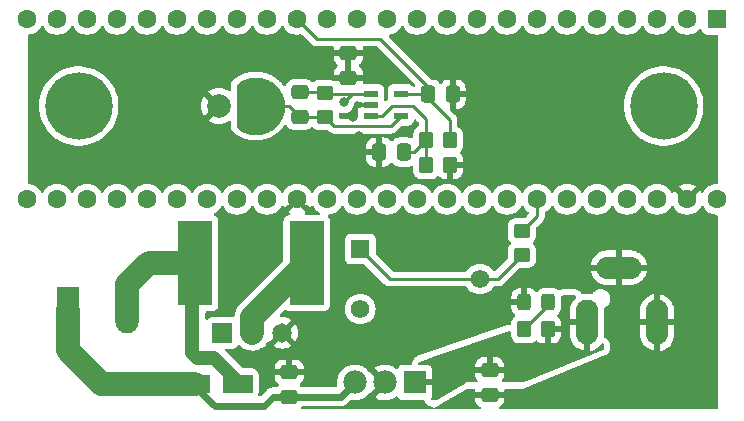
<source format=gbr>
%TF.GenerationSoftware,KiCad,Pcbnew,(6.0.7-1)-1*%
%TF.CreationDate,2022-10-05T22:11:01+11:00*%
%TF.ProjectId,Open-JIP,4f70656e-2d4a-4495-902e-6b696361645f,rev?*%
%TF.SameCoordinates,Original*%
%TF.FileFunction,Copper,L1,Top*%
%TF.FilePolarity,Positive*%
%FSLAX46Y46*%
G04 Gerber Fmt 4.6, Leading zero omitted, Abs format (unit mm)*
G04 Created by KiCad (PCBNEW (6.0.7-1)-1) date 2022-10-05 22:11:01*
%MOMM*%
%LPD*%
G01*
G04 APERTURE LIST*
G04 Aperture macros list*
%AMRoundRect*
0 Rectangle with rounded corners*
0 $1 Rounding radius*
0 $2 $3 $4 $5 $6 $7 $8 $9 X,Y pos of 4 corners*
0 Add a 4 corners polygon primitive as box body*
4,1,4,$2,$3,$4,$5,$6,$7,$8,$9,$2,$3,0*
0 Add four circle primitives for the rounded corners*
1,1,$1+$1,$2,$3*
1,1,$1+$1,$4,$5*
1,1,$1+$1,$6,$7*
1,1,$1+$1,$8,$9*
0 Add four rect primitives between the rounded corners*
20,1,$1+$1,$2,$3,$4,$5,0*
20,1,$1+$1,$4,$5,$6,$7,0*
20,1,$1+$1,$6,$7,$8,$9,0*
20,1,$1+$1,$8,$9,$2,$3,0*%
G04 Aperture macros list end*
%TA.AperFunction,EtchedComponent*%
%ADD10C,0.001000*%
%TD*%
%TA.AperFunction,SMDPad,CuDef*%
%ADD11RoundRect,0.249999X-0.325001X-0.450001X0.325001X-0.450001X0.325001X0.450001X-0.325001X0.450001X0*%
%TD*%
%TA.AperFunction,SMDPad,CuDef*%
%ADD12RoundRect,0.249999X0.350001X0.450001X-0.350001X0.450001X-0.350001X-0.450001X0.350001X-0.450001X0*%
%TD*%
%TA.AperFunction,SMDPad,CuDef*%
%ADD13RoundRect,0.250000X0.475000X-0.337500X0.475000X0.337500X-0.475000X0.337500X-0.475000X-0.337500X0*%
%TD*%
%TA.AperFunction,SMDPad,CuDef*%
%ADD14RoundRect,0.250000X-0.475000X0.337500X-0.475000X-0.337500X0.475000X-0.337500X0.475000X0.337500X0*%
%TD*%
%TA.AperFunction,SMDPad,CuDef*%
%ADD15RoundRect,0.250000X-1.050000X-0.550000X1.050000X-0.550000X1.050000X0.550000X-1.050000X0.550000X0*%
%TD*%
%TA.AperFunction,ComponentPad*%
%ADD16R,1.651000X1.651000*%
%TD*%
%TA.AperFunction,ComponentPad*%
%ADD17C,1.651000*%
%TD*%
%TA.AperFunction,ComponentPad*%
%ADD18C,2.000000*%
%TD*%
%TA.AperFunction,ComponentPad*%
%ADD19R,1.980000X3.960000*%
%TD*%
%TA.AperFunction,ComponentPad*%
%ADD20O,1.980000X3.960000*%
%TD*%
%TA.AperFunction,ComponentPad*%
%ADD21R,1.980000X1.980000*%
%TD*%
%TA.AperFunction,ComponentPad*%
%ADD22C,1.980000*%
%TD*%
%TA.AperFunction,SMDPad,CuDef*%
%ADD23R,1.210000X0.590000*%
%TD*%
%TA.AperFunction,ComponentPad*%
%ADD24R,1.600000X1.600000*%
%TD*%
%TA.AperFunction,ComponentPad*%
%ADD25C,1.600000*%
%TD*%
%TA.AperFunction,ComponentPad*%
%ADD26O,1.900000X3.800000*%
%TD*%
%TA.AperFunction,ComponentPad*%
%ADD27O,3.800000X1.900000*%
%TD*%
%TA.AperFunction,ComponentPad*%
%ADD28C,5.700000*%
%TD*%
%TA.AperFunction,SMDPad,CuDef*%
%ADD29RoundRect,0.250000X0.450000X-0.350000X0.450000X0.350000X-0.450000X0.350000X-0.450000X-0.350000X0*%
%TD*%
%TA.AperFunction,SMDPad,CuDef*%
%ADD30RoundRect,0.250000X-0.450000X0.350000X-0.450000X-0.350000X0.450000X-0.350000X0.450000X0.350000X0*%
%TD*%
%TA.AperFunction,SMDPad,CuDef*%
%ADD31R,2.895600X7.112000*%
%TD*%
%TA.AperFunction,SMDPad,CuDef*%
%ADD32RoundRect,0.250000X0.350000X0.450000X-0.350000X0.450000X-0.350000X-0.450000X0.350000X-0.450000X0*%
%TD*%
%TA.AperFunction,SMDPad,CuDef*%
%ADD33RoundRect,0.250000X-0.337500X-0.475000X0.337500X-0.475000X0.337500X0.475000X-0.337500X0.475000X0*%
%TD*%
%TA.AperFunction,ComponentPad*%
%ADD34R,1.574800X1.574800*%
%TD*%
%TA.AperFunction,ComponentPad*%
%ADD35C,1.574800*%
%TD*%
%TA.AperFunction,SMDPad,CuDef*%
%ADD36RoundRect,0.250000X-0.350000X-0.450000X0.350000X-0.450000X0.350000X0.450000X-0.350000X0.450000X0*%
%TD*%
%TA.AperFunction,SMDPad,CuDef*%
%ADD37RoundRect,0.250000X0.337500X0.475000X-0.337500X0.475000X-0.337500X-0.475000X0.337500X-0.475000X0*%
%TD*%
%TA.AperFunction,ViaPad*%
%ADD38C,0.800000*%
%TD*%
%TA.AperFunction,Conductor*%
%ADD39C,0.250000*%
%TD*%
%TA.AperFunction,Conductor*%
%ADD40C,0.600000*%
%TD*%
%TA.AperFunction,Conductor*%
%ADD41C,2.000000*%
%TD*%
%TA.AperFunction,Conductor*%
%ADD42C,1.200000*%
%TD*%
G04 APERTURE END LIST*
%TO.C,D2*%
G36*
X150370000Y-79600000D02*
G01*
X150395000Y-79600000D01*
X150527992Y-79605535D01*
X150652129Y-79617379D01*
X150775487Y-79635632D01*
X150897735Y-79660244D01*
X151018545Y-79691151D01*
X151137594Y-79728268D01*
X151254563Y-79771497D01*
X151369137Y-79820722D01*
X151481010Y-79875811D01*
X151589882Y-79936616D01*
X151695461Y-80002974D01*
X151797464Y-80074708D01*
X151895618Y-80151624D01*
X151989660Y-80233517D01*
X152079337Y-80320168D01*
X152164410Y-80411344D01*
X152244649Y-80506801D01*
X152319841Y-80606282D01*
X152389783Y-80709522D01*
X152454289Y-80816243D01*
X152513184Y-80926159D01*
X152566312Y-81038977D01*
X152613530Y-81154393D01*
X152654711Y-81272098D01*
X152689746Y-81391776D01*
X152718539Y-81513108D01*
X152741014Y-81635767D01*
X152757111Y-81759424D01*
X152766787Y-81883750D01*
X152770000Y-82000000D01*
X152766787Y-82116250D01*
X152757111Y-82240576D01*
X152741014Y-82364233D01*
X152718539Y-82486892D01*
X152689746Y-82608224D01*
X152654711Y-82727902D01*
X152613530Y-82845607D01*
X152566312Y-82961023D01*
X152513184Y-83073841D01*
X152454289Y-83183757D01*
X152389783Y-83290478D01*
X152319841Y-83393718D01*
X152244649Y-83493199D01*
X152164410Y-83588656D01*
X152079337Y-83679832D01*
X151989660Y-83766483D01*
X151895618Y-83848376D01*
X151797464Y-83925292D01*
X151695461Y-83997026D01*
X151589882Y-84063384D01*
X151481010Y-84124189D01*
X151369137Y-84179278D01*
X151254563Y-84228503D01*
X151137594Y-84271732D01*
X151018545Y-84308849D01*
X150897735Y-84339756D01*
X150775487Y-84364368D01*
X150652129Y-84382621D01*
X150527992Y-84394465D01*
X150395000Y-84400000D01*
X150370000Y-84400000D01*
X150326620Y-84400075D01*
X150268193Y-84398902D01*
X150209815Y-84396268D01*
X150151520Y-84392174D01*
X150093346Y-84386624D01*
X150035329Y-84379620D01*
X149977505Y-84371168D01*
X149919911Y-84361271D01*
X149862582Y-84349937D01*
X149805555Y-84337173D01*
X149748865Y-84322986D01*
X149692548Y-84307385D01*
X149636638Y-84290381D01*
X149581171Y-84271983D01*
X149526182Y-84252204D01*
X149471705Y-84231055D01*
X149417774Y-84208551D01*
X149364422Y-84184704D01*
X149311684Y-84159531D01*
X149259592Y-84133046D01*
X149208179Y-84105266D01*
X149157477Y-84076209D01*
X149107517Y-84045893D01*
X149058332Y-84014336D01*
X149009951Y-83981559D01*
X148962405Y-83947583D01*
X148915724Y-83912427D01*
X148869937Y-83876115D01*
X148825072Y-83838669D01*
X148770000Y-83790000D01*
X148770000Y-80210000D01*
X148825072Y-80161331D01*
X148869937Y-80123885D01*
X148915724Y-80087573D01*
X148962405Y-80052417D01*
X149009951Y-80018441D01*
X149058332Y-79985664D01*
X149107517Y-79954107D01*
X149157477Y-79923791D01*
X149208179Y-79894734D01*
X149259592Y-79866954D01*
X149311684Y-79840469D01*
X149364422Y-79815296D01*
X149417774Y-79791449D01*
X149471705Y-79768945D01*
X149526182Y-79747796D01*
X149581171Y-79728017D01*
X149636638Y-79709619D01*
X149692548Y-79692615D01*
X149748865Y-79677014D01*
X149805555Y-79662827D01*
X149862582Y-79650063D01*
X149919911Y-79638729D01*
X149977505Y-79628832D01*
X150035329Y-79620380D01*
X150093346Y-79613376D01*
X150151520Y-79607826D01*
X150209815Y-79603732D01*
X150268193Y-79601098D01*
X150326620Y-79599925D01*
X150370000Y-79600000D01*
G37*
D10*
X150370000Y-79600000D02*
X150395000Y-79600000D01*
X150527992Y-79605535D01*
X150652129Y-79617379D01*
X150775487Y-79635632D01*
X150897735Y-79660244D01*
X151018545Y-79691151D01*
X151137594Y-79728268D01*
X151254563Y-79771497D01*
X151369137Y-79820722D01*
X151481010Y-79875811D01*
X151589882Y-79936616D01*
X151695461Y-80002974D01*
X151797464Y-80074708D01*
X151895618Y-80151624D01*
X151989660Y-80233517D01*
X152079337Y-80320168D01*
X152164410Y-80411344D01*
X152244649Y-80506801D01*
X152319841Y-80606282D01*
X152389783Y-80709522D01*
X152454289Y-80816243D01*
X152513184Y-80926159D01*
X152566312Y-81038977D01*
X152613530Y-81154393D01*
X152654711Y-81272098D01*
X152689746Y-81391776D01*
X152718539Y-81513108D01*
X152741014Y-81635767D01*
X152757111Y-81759424D01*
X152766787Y-81883750D01*
X152770000Y-82000000D01*
X152766787Y-82116250D01*
X152757111Y-82240576D01*
X152741014Y-82364233D01*
X152718539Y-82486892D01*
X152689746Y-82608224D01*
X152654711Y-82727902D01*
X152613530Y-82845607D01*
X152566312Y-82961023D01*
X152513184Y-83073841D01*
X152454289Y-83183757D01*
X152389783Y-83290478D01*
X152319841Y-83393718D01*
X152244649Y-83493199D01*
X152164410Y-83588656D01*
X152079337Y-83679832D01*
X151989660Y-83766483D01*
X151895618Y-83848376D01*
X151797464Y-83925292D01*
X151695461Y-83997026D01*
X151589882Y-84063384D01*
X151481010Y-84124189D01*
X151369137Y-84179278D01*
X151254563Y-84228503D01*
X151137594Y-84271732D01*
X151018545Y-84308849D01*
X150897735Y-84339756D01*
X150775487Y-84364368D01*
X150652129Y-84382621D01*
X150527992Y-84394465D01*
X150395000Y-84400000D01*
X150370000Y-84400000D01*
X150326620Y-84400075D01*
X150268193Y-84398902D01*
X150209815Y-84396268D01*
X150151520Y-84392174D01*
X150093346Y-84386624D01*
X150035329Y-84379620D01*
X149977505Y-84371168D01*
X149919911Y-84361271D01*
X149862582Y-84349937D01*
X149805555Y-84337173D01*
X149748865Y-84322986D01*
X149692548Y-84307385D01*
X149636638Y-84290381D01*
X149581171Y-84271983D01*
X149526182Y-84252204D01*
X149471705Y-84231055D01*
X149417774Y-84208551D01*
X149364422Y-84184704D01*
X149311684Y-84159531D01*
X149259592Y-84133046D01*
X149208179Y-84105266D01*
X149157477Y-84076209D01*
X149107517Y-84045893D01*
X149058332Y-84014336D01*
X149009951Y-83981559D01*
X148962405Y-83947583D01*
X148915724Y-83912427D01*
X148869937Y-83876115D01*
X148825072Y-83838669D01*
X148770000Y-83790000D01*
X148770000Y-80210000D01*
X148825072Y-80161331D01*
X148869937Y-80123885D01*
X148915724Y-80087573D01*
X148962405Y-80052417D01*
X149009951Y-80018441D01*
X149058332Y-79985664D01*
X149107517Y-79954107D01*
X149157477Y-79923791D01*
X149208179Y-79894734D01*
X149259592Y-79866954D01*
X149311684Y-79840469D01*
X149364422Y-79815296D01*
X149417774Y-79791449D01*
X149471705Y-79768945D01*
X149526182Y-79747796D01*
X149581171Y-79728017D01*
X149636638Y-79709619D01*
X149692548Y-79692615D01*
X149748865Y-79677014D01*
X149805555Y-79662827D01*
X149862582Y-79650063D01*
X149919911Y-79638729D01*
X149977505Y-79628832D01*
X150035329Y-79620380D01*
X150093346Y-79613376D01*
X150151520Y-79607826D01*
X150209815Y-79603732D01*
X150268193Y-79601098D01*
X150326620Y-79599925D01*
X150370000Y-79600000D01*
%TD*%
D11*
%TO.P,D1,1,K*%
%TO.N,GND*%
X173100000Y-98600000D03*
%TO.P,D1,2,A*%
%TO.N,Net-(D1-Pad2)*%
X175150000Y-98600000D03*
%TD*%
D12*
%TO.P,R1,1*%
%TO.N,+15V*%
X175100000Y-100900000D03*
%TO.P,R1,2*%
%TO.N,Net-(D1-Pad2)*%
X173100000Y-100900000D03*
%TD*%
D13*
%TO.P,C2,1*%
%TO.N,GND*%
X170180000Y-106447500D03*
%TO.P,C2,2*%
%TO.N,+15V*%
X170180000Y-104372500D03*
%TD*%
D14*
%TO.P,C4,1*%
%TO.N,GND*%
X153200000Y-104562500D03*
%TO.P,C4,2*%
%TO.N,Net-(C4-Pad2)*%
X153200000Y-106637500D03*
%TD*%
D15*
%TO.P,C6,1*%
%TO.N,Net-(C4-Pad2)*%
X145250000Y-105500000D03*
%TO.P,C6,2*%
%TO.N,Net-(C6-Pad2)*%
X148850000Y-105500000D03*
%TD*%
D16*
%TO.P,CR1,1,B*%
%TO.N,Net-(CR1-Pad1)*%
X147549000Y-101200000D03*
D17*
%TO.P,CR1,2,C*%
%TO.N,Net-(CR1-Pad2)*%
X150089000Y-101200000D03*
%TO.P,CR1,3,E*%
%TO.N,GND*%
X152629000Y-101200000D03*
%TD*%
D18*
%TO.P,D2,1*%
%TO.N,GNDA*%
X147230000Y-82000000D03*
%TO.P,D2,2*%
%TO.N,Net-(C3-Pad2)*%
X149770000Y-82000000D03*
%TD*%
D19*
%TO.P,J2,1,Pin_1*%
%TO.N,Net-(C4-Pad2)*%
X134500000Y-99250000D03*
D20*
%TO.P,J2,2,Pin_2*%
%TO.N,Net-(C6-Pad2)*%
X139500000Y-99250000D03*
%TD*%
D21*
%TO.P,U1,1,INPUT*%
%TO.N,+15V*%
X163830000Y-105410000D03*
D22*
%TO.P,U1,2,GND*%
%TO.N,GND*%
X161290000Y-105410000D03*
%TO.P,U1,3,OUTPUT*%
%TO.N,Net-(C4-Pad2)*%
X158750000Y-105410000D03*
%TD*%
D23*
%TO.P,U2,1,OUT*%
%TO.N,FluoroRead*%
X160145000Y-80950000D03*
%TO.P,U2,2,V-*%
%TO.N,GNDA*%
X160145000Y-81900000D03*
%TO.P,U2,3,+IN*%
%TO.N,Net-(C1-Pad2)*%
X160145000Y-82850000D03*
%TO.P,U2,4,-IN*%
%TO.N,Net-(C3-Pad2)*%
X162655000Y-82850000D03*
%TO.P,U2,5,V+*%
%TO.N,+3V3*%
X162655000Y-80950000D03*
%TD*%
D24*
%TO.P,U3,1,GND*%
%TO.N,unconnected-(U3-Pad1)*%
X189435001Y-74645001D03*
D25*
%TO.P,U3,2,0_RX1_MOSI1_TOUCH*%
%TO.N,unconnected-(U3-Pad2)*%
X186895001Y-74645001D03*
%TO.P,U3,3,1_TX1_MISO1_TOUCH*%
%TO.N,unconnected-(U3-Pad3)*%
X184355001Y-74645001D03*
%TO.P,U3,4,2_PWM*%
%TO.N,unconnected-(U3-Pad4)*%
X181815001Y-74645001D03*
%TO.P,U3,5,3_PWM_CAN0TX_SCL2*%
%TO.N,unconnected-(U3-Pad5)*%
X179275001Y-74645001D03*
%TO.P,U3,6,4_PWM_CAN0RX_SDA2*%
%TO.N,unconnected-(U3-Pad6)*%
X176735001Y-74645001D03*
%TO.P,U3,7,5_PWM_TX1_MISO1*%
%TO.N,unconnected-(U3-Pad7)*%
X174195001Y-74645001D03*
%TO.P,U3,8,6_PWM*%
%TO.N,unconnected-(U3-Pad8)*%
X171655001Y-74645001D03*
%TO.P,U3,9,7_RX3_MISO0_SCL0*%
%TO.N,unconnected-(U3-Pad9)*%
X169115001Y-74645001D03*
%TO.P,U3,10,8_TX3_MISO0_SDA0*%
%TO.N,unconnected-(U3-Pad10)*%
X166575001Y-74645001D03*
%TO.P,U3,11,9_PWM_RX2_CS0*%
%TO.N,unconnected-(U3-Pad11)*%
X164035001Y-74645001D03*
%TO.P,U3,12,10_PWM_TX2_CS0*%
%TO.N,unconnected-(U3-Pad12)*%
X161495001Y-74645001D03*
%TO.P,U3,13,11_MOSI0*%
%TO.N,unconnected-(U3-Pad13)*%
X158955001Y-74645001D03*
%TO.P,U3,14,12_MISO0*%
%TO.N,unconnected-(U3-Pad14)*%
X156415001Y-74645001D03*
%TO.P,U3,15,3.3V*%
%TO.N,+3V3*%
X153875001Y-74645001D03*
%TO.P,U3,16,24*%
%TO.N,unconnected-(U3-Pad16)*%
X151335001Y-74645001D03*
%TO.P,U3,17,25*%
%TO.N,unconnected-(U3-Pad17)*%
X148795001Y-74645001D03*
%TO.P,U3,18,26_TX1*%
%TO.N,unconnected-(U3-Pad18)*%
X146255001Y-74645001D03*
%TO.P,U3,19,27_RX1*%
%TO.N,unconnected-(U3-Pad19)*%
X143715001Y-74645001D03*
%TO.P,U3,20,28*%
%TO.N,unconnected-(U3-Pad20)*%
X141175001Y-74645001D03*
%TO.P,U3,21,29_PWM_CAN0TX_TOUCH*%
%TO.N,unconnected-(U3-Pad21)*%
X138635001Y-74645001D03*
%TO.P,U3,22,30_PWM_CAN0RX_TOUCH*%
%TO.N,unconnected-(U3-Pad22)*%
X136095001Y-74645001D03*
%TO.P,U3,23,31_A12_RX4_CS1*%
%TO.N,unconnected-(U3-Pad23)*%
X133555001Y-74645001D03*
%TO.P,U3,24,32_A13_TX4_SCK1*%
%TO.N,unconnected-(U3-Pad24)*%
X131015001Y-74645001D03*
%TO.P,U3,30,33_A14_TX5_CAN1TX_SCL0*%
%TO.N,unconnected-(U3-Pad30)*%
X131015001Y-89885001D03*
%TO.P,U3,31,34_A15_RX5_CAN1TX_SDA0*%
%TO.N,unconnected-(U3-Pad31)*%
X133555001Y-89885001D03*
%TO.P,U3,32,35_A16_PWM*%
%TO.N,unconnected-(U3-Pad32)*%
X136095001Y-89885001D03*
%TO.P,U3,33,36_A17_PWM*%
%TO.N,unconnected-(U3-Pad33)*%
X138635001Y-89885001D03*
%TO.P,U3,34,37_A18_PWM_SCL1*%
%TO.N,unconnected-(U3-Pad34)*%
X141175001Y-89885001D03*
%TO.P,U3,35,38_A19_PWM_SDA1*%
%TO.N,unconnected-(U3-Pad35)*%
X143715001Y-89885001D03*
%TO.P,U3,36,39_A20*%
%TO.N,unconnected-(U3-Pad36)*%
X146255001Y-89885001D03*
%TO.P,U3,37,A21_DAC0*%
%TO.N,unconnected-(U3-Pad37)*%
X148795001Y-89885001D03*
%TO.P,U3,38,A22_DAC1*%
%TO.N,unconnected-(U3-Pad38)*%
X151335001Y-89885001D03*
%TO.P,U3,39,GND*%
%TO.N,GND*%
X153875001Y-89885001D03*
%TO.P,U3,40,13_SCK0_LED*%
%TO.N,unconnected-(U3-Pad40)*%
X156415001Y-89885001D03*
%TO.P,U3,41,14_A0_PWM_SCK0*%
%TO.N,FluoroRead*%
X158955001Y-89885001D03*
%TO.P,U3,42,15_A1_CS0_TOUCH*%
%TO.N,unconnected-(U3-Pad42)*%
X161495001Y-89885001D03*
%TO.P,U3,43,16_A2_SCL0_TOUCH*%
%TO.N,unconnected-(U3-Pad43)*%
X164035001Y-89885001D03*
%TO.P,U3,44,17_A3_SDA0_TOUCH*%
%TO.N,unconnected-(U3-Pad44)*%
X166575001Y-89885001D03*
%TO.P,U3,45,18_A4_SDA0_TOUCH*%
%TO.N,unconnected-(U3-Pad45)*%
X169115001Y-89885001D03*
%TO.P,U3,46,19_A5_SCL0_TOUCH*%
%TO.N,unconnected-(U3-Pad46)*%
X171655001Y-89885001D03*
%TO.P,U3,47,20_A6_PWM_CS0_SCK1*%
%TO.N,ActinicTrigger*%
X174195001Y-89885001D03*
%TO.P,U3,48,21_A7_PWM_CS0_SCK1*%
%TO.N,unconnected-(U3-Pad48)*%
X176735001Y-89885001D03*
%TO.P,U3,49,22_A8_PWM_TOUCH*%
%TO.N,unconnected-(U3-Pad49)*%
X179275001Y-89885001D03*
%TO.P,U3,50,23_A9_PWM_TOUCH*%
%TO.N,unconnected-(U3-Pad50)*%
X181815001Y-89885001D03*
%TO.P,U3,51,3.3V*%
%TO.N,unconnected-(U3-Pad51)*%
X184355001Y-89885001D03*
%TO.P,U3,52,AGND*%
%TO.N,GNDA*%
X186895001Y-89885001D03*
%TO.P,U3,53,VIN*%
%TO.N,+5V*%
X189435001Y-89885001D03*
%TD*%
D26*
%TO.P,J1,1*%
%TO.N,+15V*%
X178422000Y-100330000D03*
%TO.P,J1,2*%
%TO.N,GND*%
X184352000Y-100330000D03*
D27*
%TO.P,J1,3*%
X181102000Y-95680000D03*
%TD*%
D28*
%TO.P,REF\u002A\u002A,1*%
%TO.N,N/C*%
X135382000Y-82000000D03*
%TD*%
%TO.P,REF\u002A\u002A,1*%
%TO.N,N/C*%
X184912000Y-82000000D03*
%TD*%
D14*
%TO.P,C3,1*%
%TO.N,FluoroRead*%
X154100000Y-80825000D03*
%TO.P,C3,2*%
%TO.N,Net-(C3-Pad2)*%
X154100000Y-82900000D03*
%TD*%
D29*
%TO.P,R5,1*%
%TO.N,Net-(R5-Pad1)*%
X172900000Y-94600000D03*
%TO.P,R5,2*%
%TO.N,ActinicTrigger*%
X172900000Y-92600000D03*
%TD*%
D30*
%TO.P,R4,1*%
%TO.N,FluoroRead*%
X156200000Y-80900000D03*
%TO.P,R4,2*%
%TO.N,Net-(C3-Pad2)*%
X156200000Y-82900000D03*
%TD*%
D14*
%TO.P,C5,1*%
%TO.N,GNDA*%
X158200000Y-77525000D03*
%TO.P,C5,2*%
X158200000Y-79600000D03*
%TD*%
D31*
%TO.P,R7,1*%
%TO.N,Net-(C6-Pad2)*%
X145243900Y-95300000D03*
%TO.P,R7,2*%
%TO.N,Net-(CR1-Pad2)*%
X154667300Y-95300000D03*
%TD*%
D32*
%TO.P,R3,1*%
%TO.N,GNDA*%
X166800000Y-87000000D03*
%TO.P,R3,2*%
%TO.N,Net-(C1-Pad2)*%
X164800000Y-87000000D03*
%TD*%
D33*
%TO.P,C1,1*%
%TO.N,GNDA*%
X160825000Y-85900000D03*
%TO.P,C1,2*%
%TO.N,Net-(C1-Pad2)*%
X162900000Y-85900000D03*
%TD*%
D34*
%TO.P,R6,1,1*%
%TO.N,Net-(R5-Pad1)*%
X159218400Y-94107200D03*
D35*
%TO.P,R6,2,2*%
X169353000Y-96647200D03*
%TO.P,R6,3,3*%
%TO.N,Net-(CR1-Pad1)*%
X159218400Y-99187200D03*
%TD*%
D36*
%TO.P,R2,1*%
%TO.N,Net-(C1-Pad2)*%
X164800000Y-84900000D03*
%TO.P,R2,2*%
%TO.N,+3V3*%
X166800000Y-84900000D03*
%TD*%
D37*
%TO.P,C7,1*%
%TO.N,GNDA*%
X167037500Y-81000000D03*
%TO.P,C7,2*%
%TO.N,+3V3*%
X164962500Y-81000000D03*
%TD*%
D38*
%TO.N,GNDA*%
X165200000Y-78900000D03*
X164100000Y-77700000D03*
X155100000Y-78500000D03*
X161300000Y-78500000D03*
X150400000Y-85800000D03*
X159100000Y-85700000D03*
X152700000Y-78200000D03*
X149400000Y-85800000D03*
X156500000Y-84500000D03*
X156200000Y-77500000D03*
X155100000Y-79400000D03*
X158600000Y-82900000D03*
X156500000Y-86700000D03*
X155300000Y-84500000D03*
X174200000Y-87900000D03*
X152600000Y-85800000D03*
X151500000Y-85800000D03*
X150500000Y-78200000D03*
X153800000Y-76600000D03*
X160400000Y-77700000D03*
X156500000Y-87800000D03*
X175400000Y-88300000D03*
X149500000Y-78200000D03*
X163100000Y-76600000D03*
X159100000Y-84500000D03*
X156500000Y-85600000D03*
X152800000Y-79400000D03*
X154800000Y-77500000D03*
X152900000Y-84700000D03*
X151600000Y-78200000D03*
X163000000Y-84200000D03*
X159100000Y-86800000D03*
X159100000Y-87900000D03*
X160100000Y-79600000D03*
X173000000Y-88300000D03*
X154000000Y-84500000D03*
X161400000Y-79600000D03*
X152600000Y-76200000D03*
%TO.N,GND*%
X167300000Y-94900000D03*
X161600000Y-94300000D03*
X160900000Y-97900000D03*
X165300000Y-94900000D03*
X174800000Y-92600000D03*
X159400000Y-102400000D03*
X171000000Y-91800000D03*
X163200000Y-98300000D03*
X163200000Y-94900000D03*
X158200000Y-102400000D03*
X155000000Y-101100000D03*
X159200000Y-96300000D03*
X175600000Y-91800000D03*
X167400000Y-98300000D03*
X165400000Y-98300000D03*
X155000000Y-100000000D03*
X156100000Y-100000000D03*
%TO.N,FluoroRead*%
X157800000Y-81700000D03*
%TD*%
D39*
%TO.N,Net-(C1-Pad2)*%
X163800000Y-85900000D02*
X164800000Y-84900000D01*
X161050000Y-82850000D02*
X161900000Y-82000000D01*
X160145000Y-82850000D02*
X161050000Y-82850000D01*
X162900000Y-85900000D02*
X163800000Y-85900000D01*
X163700000Y-82000000D02*
X164800000Y-83100000D01*
X161900000Y-82000000D02*
X163700000Y-82000000D01*
X164800000Y-84900000D02*
X164800000Y-87000000D01*
X164800000Y-83100000D02*
X164800000Y-84900000D01*
%TO.N,Net-(C3-Pad2)*%
X156200000Y-82900000D02*
X157000000Y-83700000D01*
X161805000Y-83700000D02*
X162655000Y-82850000D01*
X153200000Y-82000000D02*
X154100000Y-82900000D01*
X157000000Y-83700000D02*
X161805000Y-83700000D01*
X154100000Y-82900000D02*
X156200000Y-82900000D01*
X149770000Y-82000000D02*
X153200000Y-82000000D01*
D40*
%TO.N,Net-(C4-Pad2)*%
X158750000Y-105410000D02*
X157560000Y-106600000D01*
D41*
X134500000Y-102700000D02*
X137300000Y-105500000D01*
X134500000Y-99250000D02*
X134500000Y-102700000D01*
D40*
X153200000Y-106637500D02*
X151862500Y-106637500D01*
X153237500Y-106600000D02*
X153200000Y-106637500D01*
X151100000Y-107400000D02*
X146900000Y-107400000D01*
D41*
X137300000Y-105500000D02*
X145250000Y-105500000D01*
D40*
X157560000Y-106600000D02*
X153237500Y-106600000D01*
X146900000Y-107400000D02*
X145250000Y-105750000D01*
X151862500Y-106637500D02*
X151100000Y-107400000D01*
X145250000Y-105750000D02*
X145250000Y-105500000D01*
D39*
%TO.N,+3V3*%
X153875001Y-74645001D02*
X155530000Y-76300000D01*
X166800000Y-83200000D02*
X166800000Y-84900000D01*
X162705000Y-81000000D02*
X162655000Y-80950000D01*
X164962500Y-81362500D02*
X166800000Y-83200000D01*
X160900000Y-76300000D02*
X164962500Y-80362500D01*
X164962500Y-81000000D02*
X164962500Y-81362500D01*
X155530000Y-76300000D02*
X160900000Y-76300000D01*
X164962500Y-80362500D02*
X164962500Y-81000000D01*
X164962500Y-81000000D02*
X162705000Y-81000000D01*
D42*
%TO.N,Net-(C6-Pad2)*%
X145000000Y-102900000D02*
X145000000Y-95543900D01*
X148850000Y-105350000D02*
X146800000Y-103300000D01*
D41*
X141300000Y-95300000D02*
X145243900Y-95300000D01*
D42*
X146800000Y-103300000D02*
X145400000Y-103300000D01*
D41*
X139500000Y-97100000D02*
X141300000Y-95300000D01*
X139500000Y-99250000D02*
X139500000Y-97100000D01*
D42*
X145000000Y-95543900D02*
X145243900Y-95300000D01*
X148850000Y-105500000D02*
X148850000Y-105350000D01*
X145400000Y-103300000D02*
X145000000Y-102900000D01*
D41*
%TO.N,Net-(CR1-Pad2)*%
X150089000Y-99878300D02*
X154667300Y-95300000D01*
X150089000Y-101200000D02*
X150089000Y-99878300D01*
D39*
%TO.N,FluoroRead*%
X156125000Y-80825000D02*
X156200000Y-80900000D01*
X158550000Y-80950000D02*
X157800000Y-81700000D01*
X156250000Y-80950000D02*
X160145000Y-80950000D01*
X156200000Y-80900000D02*
X156250000Y-80950000D01*
X160145000Y-80950000D02*
X158550000Y-80950000D01*
X154100000Y-80825000D02*
X156125000Y-80825000D01*
%TO.N,Net-(D1-Pad2)*%
X175150000Y-98600000D02*
X175150000Y-98850000D01*
X175150000Y-98850000D02*
X173100000Y-100900000D01*
%TO.N,Net-(R5-Pad1)*%
X172900000Y-94600000D02*
X170852800Y-96647200D01*
X170852800Y-96647200D02*
X169353000Y-96647200D01*
X169353000Y-96647200D02*
X161758400Y-96647200D01*
X161758400Y-96647200D02*
X159218400Y-94107200D01*
%TO.N,ActinicTrigger*%
X174195001Y-89885001D02*
X174195001Y-91304999D01*
X174195001Y-91304999D02*
X172900000Y-92600000D01*
%TD*%
%TA.AperFunction,Conductor*%
%TO.N,GND*%
G36*
X188233960Y-90450339D02*
G01*
X188279195Y-90502542D01*
X188297478Y-90541750D01*
X188428803Y-90729301D01*
X188590701Y-90891199D01*
X188595209Y-90894356D01*
X188595212Y-90894358D01*
X188673390Y-90949099D01*
X188778252Y-91022524D01*
X188783234Y-91024847D01*
X188783239Y-91024850D01*
X188926318Y-91091568D01*
X188985758Y-91119285D01*
X188991066Y-91120707D01*
X188991068Y-91120708D01*
X189201599Y-91177120D01*
X189201601Y-91177120D01*
X189206914Y-91178544D01*
X189304622Y-91187092D01*
X189363217Y-91192219D01*
X189429335Y-91218083D01*
X189470974Y-91275586D01*
X189478235Y-91317740D01*
X189478235Y-107569500D01*
X189458233Y-107637621D01*
X189404577Y-107684114D01*
X189352235Y-107695500D01*
X171067235Y-107695500D01*
X170999114Y-107675498D01*
X170952621Y-107621842D01*
X170942517Y-107551568D01*
X170972011Y-107486988D01*
X171000932Y-107462356D01*
X171122807Y-107386937D01*
X171134208Y-107377901D01*
X171248739Y-107263171D01*
X171257751Y-107251760D01*
X171342816Y-107113757D01*
X171348963Y-107100576D01*
X171400138Y-106946290D01*
X171403005Y-106932914D01*
X171412672Y-106838562D01*
X171413000Y-106832146D01*
X171413000Y-106719615D01*
X171408525Y-106704376D01*
X171407135Y-106703171D01*
X171399452Y-106701500D01*
X168965116Y-106701500D01*
X168949877Y-106705975D01*
X168948672Y-106707365D01*
X168947001Y-106715048D01*
X168947001Y-106832095D01*
X168947338Y-106838614D01*
X168957257Y-106934206D01*
X168960149Y-106947600D01*
X169011588Y-107101784D01*
X169017761Y-107114962D01*
X169103063Y-107252807D01*
X169112099Y-107264208D01*
X169226829Y-107378739D01*
X169238243Y-107387753D01*
X169359084Y-107462240D01*
X169406578Y-107515012D01*
X169418002Y-107585083D01*
X169389728Y-107650207D01*
X169330734Y-107689707D01*
X169292969Y-107695500D01*
X165611053Y-107695500D01*
X165542932Y-107675498D01*
X165496439Y-107621842D01*
X165486335Y-107551568D01*
X165515829Y-107486988D01*
X165575555Y-107448604D01*
X165594081Y-107444648D01*
X165710173Y-107428867D01*
X165758995Y-107415344D01*
X165770902Y-107412046D01*
X165770904Y-107412045D01*
X165774999Y-107410911D01*
X165902121Y-107356367D01*
X168260306Y-105941456D01*
X168325131Y-105923500D01*
X168821518Y-105923500D01*
X168889639Y-105943502D01*
X168936132Y-105997158D01*
X168947354Y-106055930D01*
X168947000Y-106062858D01*
X168947000Y-106175385D01*
X168951475Y-106190624D01*
X168952865Y-106191829D01*
X168960548Y-106193500D01*
X171394884Y-106193500D01*
X171410123Y-106189025D01*
X171411328Y-106187635D01*
X171412999Y-106179952D01*
X171412999Y-106062891D01*
X171412643Y-106056016D01*
X171429095Y-105986952D01*
X171480274Y-105937747D01*
X171538474Y-105923500D01*
X172949318Y-105923500D01*
X172952357Y-105923205D01*
X172952360Y-105923205D01*
X173044999Y-105914217D01*
X173045003Y-105914216D01*
X173048027Y-105913923D01*
X173095566Y-105904611D01*
X173098489Y-105903738D01*
X173098494Y-105903737D01*
X173153215Y-105887398D01*
X173190599Y-105876236D01*
X173193409Y-105875091D01*
X173193418Y-105875088D01*
X177094926Y-104285584D01*
X179947282Y-103123513D01*
X179951413Y-103121037D01*
X179951418Y-103121034D01*
X180048764Y-103062674D01*
X180081680Y-103042941D01*
X180115546Y-103014806D01*
X180136424Y-102997461D01*
X180136427Y-102997458D01*
X180140138Y-102994375D01*
X180176885Y-102952846D01*
X180237793Y-102884012D01*
X180237794Y-102884010D01*
X180243982Y-102877017D01*
X180247861Y-102868523D01*
X180247863Y-102868520D01*
X180302829Y-102748160D01*
X180304698Y-102744068D01*
X180311673Y-102720314D01*
X180323431Y-102680270D01*
X180323432Y-102680266D01*
X180324700Y-102675947D01*
X180328019Y-102652868D01*
X180344861Y-102535725D01*
X180344861Y-102535720D01*
X180345500Y-102531278D01*
X180345500Y-102208737D01*
X180341229Y-102142643D01*
X180337054Y-102110476D01*
X180324309Y-102045477D01*
X180315140Y-102023846D01*
X180279959Y-101940856D01*
X180267265Y-101910911D01*
X180244831Y-101873802D01*
X180232864Y-101854006D01*
X180232862Y-101854003D01*
X180230535Y-101850154D01*
X180181117Y-101789855D01*
X180143602Y-101744081D01*
X180137888Y-101737109D01*
X180017148Y-101654746D01*
X179953401Y-101623492D01*
X179949122Y-101622107D01*
X179944950Y-101620419D01*
X179945742Y-101618461D01*
X179894217Y-101583266D01*
X179866548Y-101517883D01*
X179866433Y-101490070D01*
X179880144Y-101361778D01*
X179880144Y-101361770D01*
X179880500Y-101358443D01*
X179880500Y-101338190D01*
X182894000Y-101338190D01*
X182894212Y-101343363D01*
X182908224Y-101513794D01*
X182909907Y-101523956D01*
X182965796Y-101746461D01*
X182969117Y-101756216D01*
X183060591Y-101966590D01*
X183065469Y-101975688D01*
X183190075Y-102168301D01*
X183196359Y-102176461D01*
X183350763Y-102346149D01*
X183358293Y-102353170D01*
X183538332Y-102495356D01*
X183546919Y-102501061D01*
X183747750Y-102611926D01*
X183757162Y-102616156D01*
X183973416Y-102692736D01*
X183983366Y-102695365D01*
X184080164Y-102712607D01*
X184093460Y-102711148D01*
X184097540Y-102698067D01*
X184606000Y-102698067D01*
X184609918Y-102711411D01*
X184624194Y-102713398D01*
X184685933Y-102703950D01*
X184695961Y-102701561D01*
X184914016Y-102630290D01*
X184923525Y-102626293D01*
X185127007Y-102520367D01*
X185135732Y-102514873D01*
X185319187Y-102377131D01*
X185326894Y-102370288D01*
X185485391Y-102204431D01*
X185491874Y-102196425D01*
X185621155Y-102006906D01*
X185626244Y-101997947D01*
X185722837Y-101789855D01*
X185726394Y-101780187D01*
X185787701Y-101559121D01*
X185789632Y-101549001D01*
X185809644Y-101361748D01*
X185810000Y-101355056D01*
X185810000Y-100602115D01*
X185805525Y-100586876D01*
X185804135Y-100585671D01*
X185796452Y-100584000D01*
X184624115Y-100584000D01*
X184608876Y-100588475D01*
X184607671Y-100589865D01*
X184606000Y-100597548D01*
X184606000Y-102698067D01*
X184097540Y-102698067D01*
X184098000Y-102696592D01*
X184098000Y-100602115D01*
X184093525Y-100586876D01*
X184092135Y-100585671D01*
X184084452Y-100584000D01*
X182912115Y-100584000D01*
X182896876Y-100588475D01*
X182895671Y-100589865D01*
X182894000Y-100597548D01*
X182894000Y-101338190D01*
X179880500Y-101338190D01*
X179880500Y-100057885D01*
X182894000Y-100057885D01*
X182898475Y-100073124D01*
X182899865Y-100074329D01*
X182907548Y-100076000D01*
X184079885Y-100076000D01*
X184095124Y-100071525D01*
X184096329Y-100070135D01*
X184098000Y-100062452D01*
X184098000Y-100057885D01*
X184606000Y-100057885D01*
X184610475Y-100073124D01*
X184611865Y-100074329D01*
X184619548Y-100076000D01*
X185791885Y-100076000D01*
X185807124Y-100071525D01*
X185808329Y-100070135D01*
X185810000Y-100062452D01*
X185810000Y-99321810D01*
X185809788Y-99316637D01*
X185795776Y-99146206D01*
X185794093Y-99136044D01*
X185738204Y-98913539D01*
X185734883Y-98903784D01*
X185643409Y-98693410D01*
X185638531Y-98684312D01*
X185513925Y-98491699D01*
X185507641Y-98483539D01*
X185353237Y-98313851D01*
X185345707Y-98306830D01*
X185165668Y-98164644D01*
X185157081Y-98158939D01*
X184956250Y-98048074D01*
X184946838Y-98043844D01*
X184730584Y-97967264D01*
X184720634Y-97964635D01*
X184623836Y-97947393D01*
X184610540Y-97948852D01*
X184606000Y-97963408D01*
X184606000Y-100057885D01*
X184098000Y-100057885D01*
X184098000Y-97961933D01*
X184094082Y-97948589D01*
X184079806Y-97946602D01*
X184018067Y-97956050D01*
X184008039Y-97958439D01*
X183789984Y-98029710D01*
X183780475Y-98033707D01*
X183576993Y-98139633D01*
X183568268Y-98145127D01*
X183384813Y-98282869D01*
X183377106Y-98289712D01*
X183218609Y-98455569D01*
X183212126Y-98463575D01*
X183082845Y-98653094D01*
X183077756Y-98662053D01*
X182981163Y-98870145D01*
X182977606Y-98879813D01*
X182916299Y-99100879D01*
X182914368Y-99110999D01*
X182894356Y-99298252D01*
X182894000Y-99304944D01*
X182894000Y-100057885D01*
X179880500Y-100057885D01*
X179880500Y-99319197D01*
X179878556Y-99295546D01*
X179872726Y-99224642D01*
X179867854Y-99165388D01*
X179882207Y-99095859D01*
X179931872Y-99045126D01*
X179957930Y-99034170D01*
X179971657Y-99030139D01*
X179979236Y-99025269D01*
X179979239Y-99025267D01*
X180070230Y-98966790D01*
X180094612Y-98951121D01*
X180115304Y-98933192D01*
X180144875Y-98907568D01*
X180148268Y-98904628D01*
X180185065Y-98862162D01*
X180238081Y-98800979D01*
X180238083Y-98800976D01*
X180243982Y-98794168D01*
X180304698Y-98661219D01*
X180324700Y-98593098D01*
X180333447Y-98532266D01*
X180344861Y-98452876D01*
X180344861Y-98452871D01*
X180345500Y-98448429D01*
X180345500Y-98170000D01*
X180342826Y-98145127D01*
X180334128Y-98064215D01*
X180334127Y-98064208D01*
X180333766Y-98060851D01*
X180330987Y-98048074D01*
X180323094Y-98011790D01*
X180323093Y-98011785D01*
X180322380Y-98008509D01*
X180287710Y-97904343D01*
X180208692Y-97781388D01*
X180162199Y-97727732D01*
X180131409Y-97701052D01*
X180058550Y-97637919D01*
X180058547Y-97637917D01*
X180051739Y-97632018D01*
X179918790Y-97571302D01*
X179870419Y-97557099D01*
X179854992Y-97552569D01*
X179854988Y-97552568D01*
X179850669Y-97551300D01*
X179846220Y-97550660D01*
X179846214Y-97550659D01*
X179710447Y-97531139D01*
X179710442Y-97531139D01*
X179706000Y-97530500D01*
X179445749Y-97530500D01*
X179421607Y-97531638D01*
X179398963Y-97532704D01*
X179398945Y-97532705D01*
X179397465Y-97532775D01*
X179387667Y-97533700D01*
X179375363Y-97534862D01*
X179375344Y-97534864D01*
X179373875Y-97535003D01*
X179372394Y-97535214D01*
X179372382Y-97535215D01*
X179331950Y-97540964D01*
X179331947Y-97540965D01*
X179326023Y-97541807D01*
X179270242Y-97560984D01*
X179192060Y-97587862D01*
X179192058Y-97587863D01*
X179187805Y-97589325D01*
X179124633Y-97621727D01*
X179005397Y-97706264D01*
X178999815Y-97713332D01*
X178999812Y-97713335D01*
X178943081Y-97785170D01*
X178914812Y-97820965D01*
X178879187Y-97882377D01*
X178877506Y-97886551D01*
X178877422Y-97886723D01*
X178829557Y-97939159D01*
X178760942Y-97957393D01*
X178742104Y-97955482D01*
X178564816Y-97923902D01*
X178564810Y-97923901D01*
X178559727Y-97922996D01*
X178472460Y-97921930D01*
X178325081Y-97920129D01*
X178325079Y-97920129D01*
X178319911Y-97920066D01*
X178141326Y-97947393D01*
X178097743Y-97954062D01*
X178027380Y-97944594D01*
X177972686Y-97897633D01*
X177932063Y-97834423D01*
X177897980Y-97781388D01*
X177851487Y-97727732D01*
X177820697Y-97701052D01*
X177747838Y-97637919D01*
X177747835Y-97637917D01*
X177741027Y-97632018D01*
X177608078Y-97571302D01*
X177559707Y-97557099D01*
X177544280Y-97552569D01*
X177544276Y-97552568D01*
X177539957Y-97551300D01*
X177535508Y-97550660D01*
X177535502Y-97550659D01*
X177399735Y-97531139D01*
X177399730Y-97531139D01*
X177395288Y-97530500D01*
X176359499Y-97530500D01*
X176356153Y-97530860D01*
X176356148Y-97530860D01*
X176253714Y-97541872D01*
X176253707Y-97541873D01*
X176250350Y-97542234D01*
X176247050Y-97542952D01*
X176247049Y-97542952D01*
X176201289Y-97552906D01*
X176201284Y-97552907D01*
X176198008Y-97553620D01*
X176093842Y-97588290D01*
X176093370Y-97586871D01*
X176031934Y-97596830D01*
X175966835Y-97568498D01*
X175958611Y-97560984D01*
X175954719Y-97557099D01*
X175948303Y-97550694D01*
X175935743Y-97542952D01*
X175803969Y-97461725D01*
X175803967Y-97461724D01*
X175797739Y-97457885D01*
X175717996Y-97431436D01*
X175636390Y-97404368D01*
X175636388Y-97404368D01*
X175629862Y-97402203D01*
X175623026Y-97401503D01*
X175623023Y-97401502D01*
X175579970Y-97397091D01*
X175525401Y-97391500D01*
X175152895Y-97391500D01*
X174774600Y-97391501D01*
X174668833Y-97402474D01*
X174660812Y-97405150D01*
X174507998Y-97456133D01*
X174507996Y-97456134D01*
X174501054Y-97458450D01*
X174350651Y-97551521D01*
X174345478Y-97556703D01*
X174333704Y-97568498D01*
X174225694Y-97676697D01*
X174222896Y-97681236D01*
X174165644Y-97721824D01*
X174094721Y-97725053D01*
X174033311Y-97689425D01*
X174025938Y-97680931D01*
X174017899Y-97670788D01*
X173903172Y-97556262D01*
X173891761Y-97547250D01*
X173753758Y-97462184D01*
X173740577Y-97456037D01*
X173586291Y-97404862D01*
X173572915Y-97401995D01*
X173478563Y-97392328D01*
X173472146Y-97392000D01*
X173372115Y-97392000D01*
X173356876Y-97396475D01*
X173355671Y-97397865D01*
X173354000Y-97405548D01*
X173354000Y-98728000D01*
X173333998Y-98796121D01*
X173280342Y-98842614D01*
X173228000Y-98854000D01*
X172035115Y-98854000D01*
X172019876Y-98858475D01*
X172018671Y-98859865D01*
X172017000Y-98867548D01*
X172017000Y-99097098D01*
X172017337Y-99103613D01*
X172027256Y-99199205D01*
X172030150Y-99212604D01*
X172081588Y-99366785D01*
X172087762Y-99379964D01*
X172173063Y-99517810D01*
X172182099Y-99529209D01*
X172302009Y-99648910D01*
X172300383Y-99650539D01*
X172335012Y-99699376D01*
X172338247Y-99770299D01*
X172302625Y-99831713D01*
X172282168Y-99847488D01*
X172275651Y-99851521D01*
X172150694Y-99976697D01*
X172124705Y-100018859D01*
X172070126Y-100107403D01*
X172057885Y-100127261D01*
X172002203Y-100295138D01*
X172001503Y-100301974D01*
X172001502Y-100301977D01*
X172000294Y-100313769D01*
X171991500Y-100399599D01*
X171991500Y-100426284D01*
X171971498Y-100494405D01*
X171917842Y-100540898D01*
X171870912Y-100552168D01*
X171802791Y-100555096D01*
X171659151Y-100582089D01*
X164036536Y-103180707D01*
X164032810Y-103182556D01*
X164032805Y-103182558D01*
X163981633Y-103207951D01*
X163915394Y-103240820D01*
X163860827Y-103277568D01*
X163857715Y-103280323D01*
X163857708Y-103280329D01*
X163802946Y-103328820D01*
X163759590Y-103367211D01*
X163754899Y-103374510D01*
X163743854Y-103391696D01*
X163680570Y-103490165D01*
X163651076Y-103554745D01*
X163609895Y-103694990D01*
X163609895Y-103785500D01*
X163589893Y-103853621D01*
X163536237Y-103900114D01*
X163483895Y-103911500D01*
X162791866Y-103911500D01*
X162729684Y-103918255D01*
X162593295Y-103969385D01*
X162476739Y-104056739D01*
X162471358Y-104063919D01*
X162402716Y-104155508D01*
X162389385Y-104173295D01*
X162386652Y-104180587D01*
X162336819Y-104230308D01*
X162267428Y-104245323D01*
X162198464Y-104218536D01*
X162125880Y-104161213D01*
X162117293Y-104155508D01*
X161910703Y-104041464D01*
X161901291Y-104037234D01*
X161678844Y-103958461D01*
X161668873Y-103955827D01*
X161436546Y-103914443D01*
X161426294Y-103913474D01*
X161190317Y-103910591D01*
X161180033Y-103911311D01*
X160946765Y-103947006D01*
X160936737Y-103949395D01*
X160712430Y-104022709D01*
X160702921Y-104026706D01*
X160493605Y-104135669D01*
X160484880Y-104141163D01*
X160439678Y-104175102D01*
X160431224Y-104186429D01*
X160437969Y-104198759D01*
X161560115Y-105320905D01*
X161594141Y-105383217D01*
X161589076Y-105454032D01*
X161560115Y-105499095D01*
X160435228Y-106623982D01*
X160427970Y-106637274D01*
X160432943Y-106644278D01*
X160636059Y-106762970D01*
X160645342Y-106767417D01*
X160865808Y-106851605D01*
X160875706Y-106854481D01*
X161106962Y-106901530D01*
X161117190Y-106902749D01*
X161353023Y-106911398D01*
X161363309Y-106910931D01*
X161597388Y-106880944D01*
X161607474Y-106878801D01*
X161833509Y-106810987D01*
X161843104Y-106807226D01*
X162055020Y-106703410D01*
X162063878Y-106698130D01*
X162203722Y-106598380D01*
X162270796Y-106575107D01*
X162339804Y-106591790D01*
X162386810Y-106639835D01*
X162389385Y-106646705D01*
X162476739Y-106763261D01*
X162593295Y-106850615D01*
X162729684Y-106901745D01*
X162791866Y-106908500D01*
X164582038Y-106908500D01*
X164650159Y-106928502D01*
X164696652Y-106982158D01*
X164702934Y-106999002D01*
X164716538Y-107045331D01*
X164724855Y-107073657D01*
X164729725Y-107081236D01*
X164729727Y-107081239D01*
X164751400Y-107114962D01*
X164803873Y-107196612D01*
X164806815Y-107200007D01*
X164806817Y-107200010D01*
X164813673Y-107207922D01*
X164850366Y-107250268D01*
X164853759Y-107253208D01*
X164954015Y-107340081D01*
X164954018Y-107340083D01*
X164960826Y-107345982D01*
X164969024Y-107349726D01*
X165000627Y-107364159D01*
X165093775Y-107406698D01*
X165111989Y-107412046D01*
X165157573Y-107425431D01*
X165157577Y-107425432D01*
X165161896Y-107426700D01*
X165166345Y-107427340D01*
X165166351Y-107427341D01*
X165287661Y-107444782D01*
X165352242Y-107474275D01*
X165390626Y-107534001D01*
X165390626Y-107604998D01*
X165352243Y-107664724D01*
X165287662Y-107694217D01*
X165269730Y-107695500D01*
X154331355Y-107695500D01*
X154263234Y-107675498D01*
X154216741Y-107621842D01*
X154206637Y-107551568D01*
X154236131Y-107486988D01*
X154242182Y-107480482D01*
X154274305Y-107448303D01*
X154275945Y-107449941D01*
X154324744Y-107415344D01*
X154365706Y-107408500D01*
X157550786Y-107408500D01*
X157552106Y-107408507D01*
X157642221Y-107409451D01*
X157684597Y-107400289D01*
X157697163Y-107398231D01*
X157740255Y-107393397D01*
X157746906Y-107391081D01*
X157746910Y-107391080D01*
X157771930Y-107382367D01*
X157786742Y-107378204D01*
X157812619Y-107372609D01*
X157819510Y-107371119D01*
X157858813Y-107352792D01*
X157870589Y-107348010D01*
X157911552Y-107333745D01*
X157917527Y-107330011D01*
X157917530Y-107330010D01*
X157939995Y-107315973D01*
X157953512Y-107308634D01*
X157977514Y-107297441D01*
X157977515Y-107297440D01*
X157983902Y-107294462D01*
X158018153Y-107267894D01*
X158028612Y-107260598D01*
X158059404Y-107241358D01*
X158059407Y-107241356D01*
X158065376Y-107237626D01*
X158094179Y-107209024D01*
X158094804Y-107208439D01*
X158095470Y-107207922D01*
X158121460Y-107181932D01*
X158194082Y-107109815D01*
X158194740Y-107108778D01*
X158195843Y-107107549D01*
X158381476Y-106921916D01*
X158443788Y-106887890D01*
X158495692Y-106887541D01*
X158509629Y-106890377D01*
X158571964Y-106903059D01*
X158577137Y-106903249D01*
X158577140Y-106903249D01*
X158813045Y-106911899D01*
X158813049Y-106911899D01*
X158818209Y-106912088D01*
X158823329Y-106911432D01*
X158823331Y-106911432D01*
X159057496Y-106881435D01*
X159057497Y-106881435D01*
X159062624Y-106880778D01*
X159104932Y-106868085D01*
X159293687Y-106811456D01*
X159293692Y-106811454D01*
X159298642Y-106809969D01*
X159371021Y-106774511D01*
X159515275Y-106703842D01*
X159515280Y-106703839D01*
X159519926Y-106701563D01*
X159524136Y-106698560D01*
X159524141Y-106698557D01*
X159716321Y-106561476D01*
X159716326Y-106561472D01*
X159720533Y-106558471D01*
X159728094Y-106550937D01*
X159891420Y-106388179D01*
X159895076Y-106384536D01*
X159939957Y-106322078D01*
X159995952Y-106278431D01*
X160062878Y-106271300D01*
X160063468Y-106271398D01*
X160073880Y-106266910D01*
X160917978Y-105422812D01*
X160925592Y-105408868D01*
X160925461Y-105407035D01*
X160921210Y-105400420D01*
X160079097Y-104558307D01*
X160065152Y-104550692D01*
X160057046Y-104551272D01*
X159987672Y-104536180D01*
X159948635Y-104499957D01*
X159947278Y-104501002D01*
X159944125Y-104496908D01*
X159941315Y-104492564D01*
X159931594Y-104481880D01*
X159888570Y-104434598D01*
X159775477Y-104310310D01*
X159771426Y-104307111D01*
X159771422Y-104307107D01*
X159601985Y-104173295D01*
X159582099Y-104157590D01*
X159499318Y-104111892D01*
X159370906Y-104041004D01*
X159370903Y-104041003D01*
X159366375Y-104038503D01*
X159134097Y-103956250D01*
X159083847Y-103947299D01*
X158896593Y-103913943D01*
X158896589Y-103913943D01*
X158891505Y-103913037D01*
X158812086Y-103912067D01*
X158650282Y-103910090D01*
X158650280Y-103910090D01*
X158645112Y-103910027D01*
X158401536Y-103947299D01*
X158167318Y-104023853D01*
X158162730Y-104026241D01*
X158162726Y-104026243D01*
X157953337Y-104135244D01*
X157948748Y-104137633D01*
X157944615Y-104140736D01*
X157944612Y-104140738D01*
X157825317Y-104230308D01*
X157751697Y-104285584D01*
X157581455Y-104463731D01*
X157578541Y-104468003D01*
X157578540Y-104468004D01*
X157445515Y-104663011D01*
X157445512Y-104663016D01*
X157442596Y-104667291D01*
X157440420Y-104671980D01*
X157440416Y-104671986D01*
X157341025Y-104886106D01*
X157338848Y-104890797D01*
X157337468Y-104895775D01*
X157337466Y-104895779D01*
X157291203Y-105062600D01*
X157272998Y-105128247D01*
X157246813Y-105373263D01*
X157247110Y-105378416D01*
X157247110Y-105378419D01*
X157260341Y-105607885D01*
X157260997Y-105619266D01*
X157265174Y-105637800D01*
X157260639Y-105708648D01*
X157218518Y-105765801D01*
X157152185Y-105791108D01*
X157142257Y-105791500D01*
X154291393Y-105791500D01*
X154223272Y-105771498D01*
X154202375Y-105754673D01*
X154153485Y-105705868D01*
X154148303Y-105700695D01*
X154143765Y-105697898D01*
X154103176Y-105640647D01*
X154099946Y-105569724D01*
X154135572Y-105508313D01*
X154144068Y-105500938D01*
X154154207Y-105492902D01*
X154268739Y-105378171D01*
X154277751Y-105366760D01*
X154362816Y-105228757D01*
X154368963Y-105215576D01*
X154420138Y-105061290D01*
X154423005Y-105047914D01*
X154432672Y-104953562D01*
X154433000Y-104947146D01*
X154433000Y-104834615D01*
X154428525Y-104819376D01*
X154427135Y-104818171D01*
X154419452Y-104816500D01*
X151985116Y-104816500D01*
X151969877Y-104820975D01*
X151968672Y-104822365D01*
X151967001Y-104830048D01*
X151967001Y-104947095D01*
X151967338Y-104953614D01*
X151977257Y-105049206D01*
X151980149Y-105062600D01*
X152031588Y-105216784D01*
X152037761Y-105229962D01*
X152123063Y-105367807D01*
X152132099Y-105379208D01*
X152246828Y-105493738D01*
X152255762Y-105500794D01*
X152296823Y-105558712D01*
X152300053Y-105629635D01*
X152264426Y-105691046D01*
X152256593Y-105697846D01*
X152250652Y-105701522D01*
X152245479Y-105706704D01*
X152160314Y-105792018D01*
X152098032Y-105826097D01*
X152071141Y-105829000D01*
X151871714Y-105829000D01*
X151870394Y-105828993D01*
X151869319Y-105828982D01*
X151780279Y-105828049D01*
X151737903Y-105837211D01*
X151725337Y-105839269D01*
X151682245Y-105844103D01*
X151675594Y-105846419D01*
X151675590Y-105846420D01*
X151650570Y-105855133D01*
X151635757Y-105859296D01*
X151602990Y-105866381D01*
X151563687Y-105884708D01*
X151551911Y-105889490D01*
X151510948Y-105903755D01*
X151504973Y-105907489D01*
X151504970Y-105907490D01*
X151482505Y-105921527D01*
X151468988Y-105928866D01*
X151449944Y-105937747D01*
X151438598Y-105943038D01*
X151433033Y-105947355D01*
X151433031Y-105947356D01*
X151404347Y-105969606D01*
X151393888Y-105976902D01*
X151363096Y-105996142D01*
X151363093Y-105996144D01*
X151357124Y-105999874D01*
X151352129Y-106004834D01*
X151352128Y-106004835D01*
X151328321Y-106028476D01*
X151327696Y-106029061D01*
X151327030Y-106029578D01*
X151301040Y-106055568D01*
X151228418Y-106127685D01*
X151227760Y-106128722D01*
X151226657Y-106129951D01*
X150802013Y-106554595D01*
X150739701Y-106588621D01*
X150712918Y-106591500D01*
X150682950Y-106591500D01*
X150614829Y-106571498D01*
X150568336Y-106517842D01*
X150558232Y-106447568D01*
X150575690Y-106399384D01*
X150588275Y-106378968D01*
X150588276Y-106378966D01*
X150592115Y-106372738D01*
X150647797Y-106204861D01*
X150649891Y-106184430D01*
X150658172Y-106103598D01*
X150658500Y-106100400D01*
X150658500Y-104899600D01*
X150657100Y-104886106D01*
X150648238Y-104800692D01*
X150648237Y-104800688D01*
X150647526Y-104793834D01*
X150591550Y-104626054D01*
X150498478Y-104475652D01*
X150373303Y-104350695D01*
X150306771Y-104309684D01*
X150275463Y-104290385D01*
X151967000Y-104290385D01*
X151971475Y-104305624D01*
X151972865Y-104306829D01*
X151980548Y-104308500D01*
X152927885Y-104308500D01*
X152943124Y-104304025D01*
X152944329Y-104302635D01*
X152946000Y-104294952D01*
X152946000Y-104290385D01*
X153454000Y-104290385D01*
X153458475Y-104305624D01*
X153459865Y-104306829D01*
X153467548Y-104308500D01*
X154414884Y-104308500D01*
X154430123Y-104304025D01*
X154431328Y-104302635D01*
X154432999Y-104294952D01*
X154432999Y-104177905D01*
X154432662Y-104171386D01*
X154422743Y-104075794D01*
X154419851Y-104062400D01*
X154368412Y-103908216D01*
X154362239Y-103895038D01*
X154276937Y-103757193D01*
X154267901Y-103745792D01*
X154153171Y-103631261D01*
X154141760Y-103622249D01*
X154003757Y-103537184D01*
X153990576Y-103531037D01*
X153836290Y-103479862D01*
X153822914Y-103476995D01*
X153728562Y-103467328D01*
X153722145Y-103467000D01*
X153472115Y-103467000D01*
X153456876Y-103471475D01*
X153455671Y-103472865D01*
X153454000Y-103480548D01*
X153454000Y-104290385D01*
X152946000Y-104290385D01*
X152946000Y-103485116D01*
X152941525Y-103469877D01*
X152940135Y-103468672D01*
X152932452Y-103467001D01*
X152677905Y-103467001D01*
X152671386Y-103467338D01*
X152575794Y-103477257D01*
X152562400Y-103480149D01*
X152408216Y-103531588D01*
X152395038Y-103537761D01*
X152257193Y-103623063D01*
X152245792Y-103632099D01*
X152131261Y-103746829D01*
X152122249Y-103758240D01*
X152037184Y-103896243D01*
X152031037Y-103909424D01*
X151979862Y-104063710D01*
X151976995Y-104077086D01*
X151967328Y-104171438D01*
X151967000Y-104177855D01*
X151967000Y-104290385D01*
X150275463Y-104290385D01*
X150228968Y-104261725D01*
X150228966Y-104261724D01*
X150222738Y-104257885D01*
X150104104Y-104218536D01*
X150061389Y-104204368D01*
X150061387Y-104204368D01*
X150054861Y-104202203D01*
X150048025Y-104201503D01*
X150048022Y-104201502D01*
X150004969Y-104197091D01*
X149950400Y-104191500D01*
X149311345Y-104191500D01*
X149243224Y-104171498D01*
X149222250Y-104154595D01*
X147816751Y-102749095D01*
X147782725Y-102686783D01*
X147787790Y-102615967D01*
X147830337Y-102559132D01*
X147896857Y-102534321D01*
X147905846Y-102534000D01*
X148422634Y-102534000D01*
X148484816Y-102527245D01*
X148621205Y-102476115D01*
X148737761Y-102388761D01*
X148769697Y-102346149D01*
X148823231Y-102274719D01*
X148880090Y-102232204D01*
X148950909Y-102227178D01*
X149013202Y-102261238D01*
X149018562Y-102266949D01*
X149037698Y-102288655D01*
X149041606Y-102291865D01*
X149041607Y-102291866D01*
X149166121Y-102394142D01*
X149225278Y-102442734D01*
X149229646Y-102445276D01*
X149382640Y-102534321D01*
X149435078Y-102564841D01*
X149439801Y-102566654D01*
X149656978Y-102650020D01*
X149656982Y-102650021D01*
X149661702Y-102651833D01*
X149666652Y-102652867D01*
X149666655Y-102652868D01*
X149894369Y-102700440D01*
X149894373Y-102700440D01*
X149899320Y-102701474D01*
X150141817Y-102712486D01*
X150146837Y-102711905D01*
X150146841Y-102711905D01*
X150377929Y-102685167D01*
X150377933Y-102685166D01*
X150382956Y-102684585D01*
X150387820Y-102683209D01*
X150387823Y-102683208D01*
X150574831Y-102630290D01*
X150616532Y-102618490D01*
X150621108Y-102616356D01*
X150621114Y-102616354D01*
X150831954Y-102518038D01*
X150831958Y-102518036D01*
X150836536Y-102515901D01*
X151037307Y-102379456D01*
X151116707Y-102304371D01*
X151889183Y-102304371D01*
X151898480Y-102316387D01*
X151955198Y-102356101D01*
X151964684Y-102361579D01*
X152166192Y-102455544D01*
X152176484Y-102459290D01*
X152391241Y-102516834D01*
X152402036Y-102518737D01*
X152623525Y-102538115D01*
X152634475Y-102538115D01*
X152855964Y-102518737D01*
X152866759Y-102516834D01*
X153081516Y-102459290D01*
X153091808Y-102455544D01*
X153293316Y-102361579D01*
X153302802Y-102356101D01*
X153360358Y-102315801D01*
X153368733Y-102305323D01*
X153361665Y-102291875D01*
X152641812Y-101572022D01*
X152627868Y-101564408D01*
X152626035Y-101564539D01*
X152619420Y-101568790D01*
X151895613Y-102292597D01*
X151889183Y-102304371D01*
X151116707Y-102304371D01*
X151213681Y-102212668D01*
X151229865Y-102191500D01*
X151358047Y-102023846D01*
X151358050Y-102023842D01*
X151361120Y-102019826D01*
X151369731Y-102003767D01*
X151419547Y-101953185D01*
X151493746Y-101937979D01*
X151521542Y-101940856D01*
X151537125Y-101932665D01*
X152268658Y-101201132D01*
X152993408Y-101201132D01*
X152993539Y-101202965D01*
X152997790Y-101209580D01*
X153721597Y-101933387D01*
X153733371Y-101939817D01*
X153745387Y-101930520D01*
X153785101Y-101873802D01*
X153790579Y-101864316D01*
X153884544Y-101662808D01*
X153888290Y-101652516D01*
X153945834Y-101437759D01*
X153947737Y-101426964D01*
X153967115Y-101205475D01*
X153967115Y-101194525D01*
X153947737Y-100973036D01*
X153945834Y-100962241D01*
X153888290Y-100747484D01*
X153884544Y-100737192D01*
X153790579Y-100535684D01*
X153785101Y-100526198D01*
X153744801Y-100468642D01*
X153734323Y-100460267D01*
X153720875Y-100467335D01*
X153001022Y-101187188D01*
X152993408Y-101201132D01*
X152268658Y-101201132D01*
X153362387Y-100107403D01*
X153368817Y-100095629D01*
X153359520Y-100083613D01*
X153302802Y-100043899D01*
X153293316Y-100038421D01*
X153091808Y-99944456D01*
X153081516Y-99940710D01*
X152866759Y-99883166D01*
X152855964Y-99881263D01*
X152634475Y-99861885D01*
X152623514Y-99861885D01*
X152546730Y-99868603D01*
X152477125Y-99854615D01*
X152426133Y-99805216D01*
X152409942Y-99736090D01*
X152433694Y-99669184D01*
X152446653Y-99653988D01*
X152793365Y-99307276D01*
X152855677Y-99273250D01*
X152926492Y-99278315D01*
X152958023Y-99295544D01*
X152972795Y-99306615D01*
X153109184Y-99357745D01*
X153171366Y-99364500D01*
X156163234Y-99364500D01*
X156225416Y-99357745D01*
X156361805Y-99306615D01*
X156478361Y-99219261D01*
X156502389Y-99187200D01*
X157917550Y-99187200D01*
X157937313Y-99413090D01*
X157938737Y-99418403D01*
X157938737Y-99418405D01*
X157965373Y-99517810D01*
X157996001Y-99632117D01*
X157998323Y-99637098D01*
X157998324Y-99637099D01*
X158089505Y-99832638D01*
X158089508Y-99832643D01*
X158091831Y-99837625D01*
X158094987Y-99842132D01*
X158094988Y-99842134D01*
X158213397Y-100011239D01*
X158221891Y-100023370D01*
X158382230Y-100183709D01*
X158386738Y-100186866D01*
X158386741Y-100186868D01*
X158497160Y-100264184D01*
X158567975Y-100313769D01*
X158572957Y-100316092D01*
X158572962Y-100316095D01*
X158768501Y-100407276D01*
X158773483Y-100409599D01*
X158778791Y-100411021D01*
X158778793Y-100411022D01*
X158987195Y-100466863D01*
X158987197Y-100466863D01*
X158992510Y-100468287D01*
X159218400Y-100488050D01*
X159444290Y-100468287D01*
X159449603Y-100466863D01*
X159449605Y-100466863D01*
X159658007Y-100411022D01*
X159658009Y-100411021D01*
X159663317Y-100409599D01*
X159668299Y-100407276D01*
X159863838Y-100316095D01*
X159863843Y-100316092D01*
X159868825Y-100313769D01*
X159939640Y-100264184D01*
X160050059Y-100186868D01*
X160050062Y-100186866D01*
X160054570Y-100183709D01*
X160214909Y-100023370D01*
X160223404Y-100011239D01*
X160341812Y-99842134D01*
X160341813Y-99842132D01*
X160344969Y-99837625D01*
X160347292Y-99832643D01*
X160347295Y-99832638D01*
X160438476Y-99637099D01*
X160438477Y-99637098D01*
X160440799Y-99632117D01*
X160471428Y-99517810D01*
X160498063Y-99418405D01*
X160498063Y-99418403D01*
X160499487Y-99413090D01*
X160519250Y-99187200D01*
X160499487Y-98961310D01*
X160477650Y-98879813D01*
X160442222Y-98747593D01*
X160442221Y-98747591D01*
X160440799Y-98742283D01*
X160413767Y-98684312D01*
X160347295Y-98541762D01*
X160347292Y-98541757D01*
X160344969Y-98536775D01*
X160341812Y-98532266D01*
X160218068Y-98355541D01*
X160218066Y-98355538D01*
X160214909Y-98351030D01*
X160191764Y-98327885D01*
X172017000Y-98327885D01*
X172021475Y-98343124D01*
X172022865Y-98344329D01*
X172030548Y-98346000D01*
X172827885Y-98346000D01*
X172843124Y-98341525D01*
X172844329Y-98340135D01*
X172846000Y-98332452D01*
X172846000Y-97410115D01*
X172841525Y-97394876D01*
X172840135Y-97393671D01*
X172832452Y-97392000D01*
X172727902Y-97392000D01*
X172721387Y-97392337D01*
X172625795Y-97402256D01*
X172612396Y-97405150D01*
X172458215Y-97456588D01*
X172445036Y-97462762D01*
X172307190Y-97548063D01*
X172295791Y-97557099D01*
X172181262Y-97671828D01*
X172172250Y-97683239D01*
X172087184Y-97821242D01*
X172081037Y-97834423D01*
X172029862Y-97988709D01*
X172026995Y-98002085D01*
X172017328Y-98096437D01*
X172017000Y-98102854D01*
X172017000Y-98327885D01*
X160191764Y-98327885D01*
X160054570Y-98190691D01*
X160050062Y-98187534D01*
X160050059Y-98187532D01*
X159873334Y-98063788D01*
X159873332Y-98063787D01*
X159868825Y-98060631D01*
X159863843Y-98058308D01*
X159863838Y-98058305D01*
X159668299Y-97967124D01*
X159668298Y-97967123D01*
X159663317Y-97964801D01*
X159658009Y-97963379D01*
X159658007Y-97963378D01*
X159449605Y-97907537D01*
X159449603Y-97907537D01*
X159444290Y-97906113D01*
X159218400Y-97886350D01*
X158992510Y-97906113D01*
X158987197Y-97907537D01*
X158987195Y-97907537D01*
X158778793Y-97963378D01*
X158778791Y-97963379D01*
X158773483Y-97964801D01*
X158768502Y-97967123D01*
X158768501Y-97967124D01*
X158572962Y-98058305D01*
X158572957Y-98058308D01*
X158567975Y-98060631D01*
X158563468Y-98063787D01*
X158563466Y-98063788D01*
X158386741Y-98187532D01*
X158386738Y-98187534D01*
X158382230Y-98190691D01*
X158221891Y-98351030D01*
X158218734Y-98355538D01*
X158218732Y-98355541D01*
X158094988Y-98532266D01*
X158091831Y-98536775D01*
X158089508Y-98541757D01*
X158089505Y-98541762D01*
X158023033Y-98684312D01*
X157996001Y-98742283D01*
X157994579Y-98747591D01*
X157994578Y-98747593D01*
X157959150Y-98879813D01*
X157937313Y-98961310D01*
X157917550Y-99187200D01*
X156502389Y-99187200D01*
X156565715Y-99102705D01*
X156616845Y-98966316D01*
X156623600Y-98904134D01*
X156623600Y-91695866D01*
X156616845Y-91633684D01*
X156565715Y-91497295D01*
X156482189Y-91385846D01*
X156457341Y-91319341D01*
X156472394Y-91249958D01*
X156522568Y-91199728D01*
X156572033Y-91184762D01*
X156637596Y-91179026D01*
X156637613Y-91179023D01*
X156643088Y-91178544D01*
X156648401Y-91177120D01*
X156648403Y-91177120D01*
X156858934Y-91120708D01*
X156858936Y-91120707D01*
X156864244Y-91119285D01*
X156923684Y-91091568D01*
X157066763Y-91024850D01*
X157066768Y-91024847D01*
X157071750Y-91022524D01*
X157176612Y-90949099D01*
X157254790Y-90894358D01*
X157254793Y-90894356D01*
X157259301Y-90891199D01*
X157421199Y-90729301D01*
X157552524Y-90541750D01*
X157570807Y-90502542D01*
X157617723Y-90449258D01*
X157686000Y-90429797D01*
X157753960Y-90450339D01*
X157799195Y-90502542D01*
X157817478Y-90541750D01*
X157948803Y-90729301D01*
X158110701Y-90891199D01*
X158115209Y-90894356D01*
X158115212Y-90894358D01*
X158193390Y-90949099D01*
X158298252Y-91022524D01*
X158303234Y-91024847D01*
X158303239Y-91024850D01*
X158446318Y-91091568D01*
X158505758Y-91119285D01*
X158511066Y-91120707D01*
X158511068Y-91120708D01*
X158721599Y-91177120D01*
X158721601Y-91177120D01*
X158726914Y-91178544D01*
X158955001Y-91198499D01*
X159183088Y-91178544D01*
X159188401Y-91177120D01*
X159188403Y-91177120D01*
X159398934Y-91120708D01*
X159398936Y-91120707D01*
X159404244Y-91119285D01*
X159463684Y-91091568D01*
X159606763Y-91024850D01*
X159606768Y-91024847D01*
X159611750Y-91022524D01*
X159716612Y-90949099D01*
X159794790Y-90894358D01*
X159794793Y-90894356D01*
X159799301Y-90891199D01*
X159961199Y-90729301D01*
X160092524Y-90541750D01*
X160110807Y-90502542D01*
X160157723Y-90449258D01*
X160226000Y-90429797D01*
X160293960Y-90450339D01*
X160339195Y-90502542D01*
X160357478Y-90541750D01*
X160488803Y-90729301D01*
X160650701Y-90891199D01*
X160655209Y-90894356D01*
X160655212Y-90894358D01*
X160733390Y-90949099D01*
X160838252Y-91022524D01*
X160843234Y-91024847D01*
X160843239Y-91024850D01*
X160986318Y-91091568D01*
X161045758Y-91119285D01*
X161051066Y-91120707D01*
X161051068Y-91120708D01*
X161261599Y-91177120D01*
X161261601Y-91177120D01*
X161266914Y-91178544D01*
X161495001Y-91198499D01*
X161723088Y-91178544D01*
X161728401Y-91177120D01*
X161728403Y-91177120D01*
X161938934Y-91120708D01*
X161938936Y-91120707D01*
X161944244Y-91119285D01*
X162003684Y-91091568D01*
X162146763Y-91024850D01*
X162146768Y-91024847D01*
X162151750Y-91022524D01*
X162256612Y-90949099D01*
X162334790Y-90894358D01*
X162334793Y-90894356D01*
X162339301Y-90891199D01*
X162501199Y-90729301D01*
X162632524Y-90541750D01*
X162650807Y-90502542D01*
X162697723Y-90449258D01*
X162766000Y-90429797D01*
X162833960Y-90450339D01*
X162879195Y-90502542D01*
X162897478Y-90541750D01*
X163028803Y-90729301D01*
X163190701Y-90891199D01*
X163195209Y-90894356D01*
X163195212Y-90894358D01*
X163273390Y-90949099D01*
X163378252Y-91022524D01*
X163383234Y-91024847D01*
X163383239Y-91024850D01*
X163526318Y-91091568D01*
X163585758Y-91119285D01*
X163591066Y-91120707D01*
X163591068Y-91120708D01*
X163801599Y-91177120D01*
X163801601Y-91177120D01*
X163806914Y-91178544D01*
X164035001Y-91198499D01*
X164263088Y-91178544D01*
X164268401Y-91177120D01*
X164268403Y-91177120D01*
X164478934Y-91120708D01*
X164478936Y-91120707D01*
X164484244Y-91119285D01*
X164543684Y-91091568D01*
X164686763Y-91024850D01*
X164686768Y-91024847D01*
X164691750Y-91022524D01*
X164796612Y-90949099D01*
X164874790Y-90894358D01*
X164874793Y-90894356D01*
X164879301Y-90891199D01*
X165041199Y-90729301D01*
X165172524Y-90541750D01*
X165190807Y-90502542D01*
X165237723Y-90449258D01*
X165306000Y-90429797D01*
X165373960Y-90450339D01*
X165419195Y-90502542D01*
X165437478Y-90541750D01*
X165568803Y-90729301D01*
X165730701Y-90891199D01*
X165735209Y-90894356D01*
X165735212Y-90894358D01*
X165813390Y-90949099D01*
X165918252Y-91022524D01*
X165923234Y-91024847D01*
X165923239Y-91024850D01*
X166066318Y-91091568D01*
X166125758Y-91119285D01*
X166131066Y-91120707D01*
X166131068Y-91120708D01*
X166341599Y-91177120D01*
X166341601Y-91177120D01*
X166346914Y-91178544D01*
X166575001Y-91198499D01*
X166803088Y-91178544D01*
X166808401Y-91177120D01*
X166808403Y-91177120D01*
X167018934Y-91120708D01*
X167018936Y-91120707D01*
X167024244Y-91119285D01*
X167083684Y-91091568D01*
X167226763Y-91024850D01*
X167226768Y-91024847D01*
X167231750Y-91022524D01*
X167336612Y-90949099D01*
X167414790Y-90894358D01*
X167414793Y-90894356D01*
X167419301Y-90891199D01*
X167581199Y-90729301D01*
X167712524Y-90541750D01*
X167730807Y-90502542D01*
X167777723Y-90449258D01*
X167846000Y-90429797D01*
X167913960Y-90450339D01*
X167959195Y-90502542D01*
X167977478Y-90541750D01*
X168108803Y-90729301D01*
X168270701Y-90891199D01*
X168275209Y-90894356D01*
X168275212Y-90894358D01*
X168353390Y-90949099D01*
X168458252Y-91022524D01*
X168463234Y-91024847D01*
X168463239Y-91024850D01*
X168606318Y-91091568D01*
X168665758Y-91119285D01*
X168671066Y-91120707D01*
X168671068Y-91120708D01*
X168881599Y-91177120D01*
X168881601Y-91177120D01*
X168886914Y-91178544D01*
X169115001Y-91198499D01*
X169343088Y-91178544D01*
X169348401Y-91177120D01*
X169348403Y-91177120D01*
X169558934Y-91120708D01*
X169558936Y-91120707D01*
X169564244Y-91119285D01*
X169623684Y-91091568D01*
X169766763Y-91024850D01*
X169766768Y-91024847D01*
X169771750Y-91022524D01*
X169876612Y-90949099D01*
X169954790Y-90894358D01*
X169954793Y-90894356D01*
X169959301Y-90891199D01*
X170121199Y-90729301D01*
X170252524Y-90541750D01*
X170270807Y-90502542D01*
X170317723Y-90449258D01*
X170386000Y-90429797D01*
X170453960Y-90450339D01*
X170499195Y-90502542D01*
X170517478Y-90541750D01*
X170648803Y-90729301D01*
X170810701Y-90891199D01*
X170815209Y-90894356D01*
X170815212Y-90894358D01*
X170893390Y-90949099D01*
X170998252Y-91022524D01*
X171003234Y-91024847D01*
X171003239Y-91024850D01*
X171146318Y-91091568D01*
X171205758Y-91119285D01*
X171211066Y-91120707D01*
X171211068Y-91120708D01*
X171421599Y-91177120D01*
X171421601Y-91177120D01*
X171426914Y-91178544D01*
X171655001Y-91198499D01*
X171883088Y-91178544D01*
X171888401Y-91177120D01*
X171888403Y-91177120D01*
X172098934Y-91120708D01*
X172098936Y-91120707D01*
X172104244Y-91119285D01*
X172163684Y-91091568D01*
X172306763Y-91024850D01*
X172306768Y-91024847D01*
X172311750Y-91022524D01*
X172416612Y-90949099D01*
X172494790Y-90894358D01*
X172494793Y-90894356D01*
X172499301Y-90891199D01*
X172661199Y-90729301D01*
X172792524Y-90541750D01*
X172810807Y-90502542D01*
X172857723Y-90449258D01*
X172926000Y-90429797D01*
X172993960Y-90450339D01*
X173039195Y-90502542D01*
X173057478Y-90541750D01*
X173188803Y-90729301D01*
X173350701Y-90891199D01*
X173355209Y-90894356D01*
X173355212Y-90894358D01*
X173440727Y-90954236D01*
X173485055Y-91009693D01*
X173492364Y-91080312D01*
X173457551Y-91146545D01*
X173293920Y-91310175D01*
X173149499Y-91454596D01*
X173087187Y-91488621D01*
X173060404Y-91491500D01*
X172399600Y-91491500D01*
X172396354Y-91491837D01*
X172396350Y-91491837D01*
X172300692Y-91501762D01*
X172300688Y-91501763D01*
X172293834Y-91502474D01*
X172287298Y-91504655D01*
X172287296Y-91504655D01*
X172239992Y-91520437D01*
X172126054Y-91558450D01*
X171975652Y-91651522D01*
X171850695Y-91776697D01*
X171846855Y-91782927D01*
X171846854Y-91782928D01*
X171838181Y-91796999D01*
X171757885Y-91927262D01*
X171702203Y-92095139D01*
X171691500Y-92199600D01*
X171691500Y-93000400D01*
X171691837Y-93003646D01*
X171691837Y-93003650D01*
X171699043Y-93073095D01*
X171702474Y-93106166D01*
X171758450Y-93273946D01*
X171851522Y-93424348D01*
X171856704Y-93429521D01*
X171938109Y-93510784D01*
X171972188Y-93573066D01*
X171967185Y-93643886D01*
X171938264Y-93688975D01*
X171893696Y-93733621D01*
X171850695Y-93776697D01*
X171846855Y-93782927D01*
X171846854Y-93782928D01*
X171778910Y-93893154D01*
X171757885Y-93927262D01*
X171741614Y-93976319D01*
X171705410Y-94085471D01*
X171702203Y-94095139D01*
X171691500Y-94199600D01*
X171691500Y-94860406D01*
X171671498Y-94928527D01*
X171654595Y-94949501D01*
X170638361Y-95965734D01*
X170576049Y-95999760D01*
X170505233Y-95994695D01*
X170446053Y-95948909D01*
X170352672Y-95815546D01*
X170352667Y-95815540D01*
X170349509Y-95811030D01*
X170189170Y-95650691D01*
X170184662Y-95647534D01*
X170184659Y-95647532D01*
X170007934Y-95523788D01*
X170007932Y-95523787D01*
X170003425Y-95520631D01*
X169998443Y-95518308D01*
X169998438Y-95518305D01*
X169802899Y-95427124D01*
X169802898Y-95427123D01*
X169797917Y-95424801D01*
X169792609Y-95423379D01*
X169792607Y-95423378D01*
X169584205Y-95367537D01*
X169584203Y-95367537D01*
X169578890Y-95366113D01*
X169353000Y-95346350D01*
X169127110Y-95366113D01*
X169121797Y-95367537D01*
X169121795Y-95367537D01*
X168913393Y-95423378D01*
X168913391Y-95423379D01*
X168908083Y-95424801D01*
X168903102Y-95427123D01*
X168903101Y-95427124D01*
X168707562Y-95518305D01*
X168707557Y-95518308D01*
X168702575Y-95520631D01*
X168698068Y-95523787D01*
X168698066Y-95523788D01*
X168521341Y-95647532D01*
X168521338Y-95647534D01*
X168516830Y-95650691D01*
X168356491Y-95811030D01*
X168353334Y-95815538D01*
X168353332Y-95815541D01*
X168252201Y-95959971D01*
X168196744Y-96004299D01*
X168148988Y-96013700D01*
X162072995Y-96013700D01*
X162004874Y-95993698D01*
X161983900Y-95976795D01*
X160551205Y-94544100D01*
X160517179Y-94481788D01*
X160514300Y-94455005D01*
X160514300Y-93271666D01*
X160507545Y-93209484D01*
X160456415Y-93073095D01*
X160369061Y-92956539D01*
X160252505Y-92869185D01*
X160116116Y-92818055D01*
X160053934Y-92811300D01*
X158382866Y-92811300D01*
X158320684Y-92818055D01*
X158184295Y-92869185D01*
X158067739Y-92956539D01*
X157980385Y-93073095D01*
X157929255Y-93209484D01*
X157922500Y-93271666D01*
X157922500Y-94942734D01*
X157929255Y-95004916D01*
X157980385Y-95141305D01*
X158067739Y-95257861D01*
X158184295Y-95345215D01*
X158320684Y-95396345D01*
X158382866Y-95403100D01*
X159566206Y-95403100D01*
X159634327Y-95423102D01*
X159655301Y-95440005D01*
X161254743Y-97039447D01*
X161262287Y-97047737D01*
X161266400Y-97054218D01*
X161272177Y-97059643D01*
X161316067Y-97100858D01*
X161318909Y-97103613D01*
X161338630Y-97123334D01*
X161341825Y-97125812D01*
X161350847Y-97133518D01*
X161383079Y-97163786D01*
X161390028Y-97167606D01*
X161400832Y-97173546D01*
X161417356Y-97184399D01*
X161433359Y-97196813D01*
X161473943Y-97214376D01*
X161484573Y-97219583D01*
X161523340Y-97240895D01*
X161531017Y-97242866D01*
X161531022Y-97242868D01*
X161542958Y-97245932D01*
X161561666Y-97252337D01*
X161580255Y-97260381D01*
X161588080Y-97261620D01*
X161588082Y-97261621D01*
X161623919Y-97267297D01*
X161635540Y-97269704D01*
X161667359Y-97277873D01*
X161678370Y-97280700D01*
X161698631Y-97280700D01*
X161718340Y-97282251D01*
X161738343Y-97285419D01*
X161746235Y-97284673D01*
X161751462Y-97284179D01*
X161782354Y-97281259D01*
X161794211Y-97280700D01*
X168148988Y-97280700D01*
X168217109Y-97300702D01*
X168252201Y-97334429D01*
X168341335Y-97461725D01*
X168356491Y-97483370D01*
X168516830Y-97643709D01*
X168521338Y-97646866D01*
X168521341Y-97646868D01*
X168633001Y-97725053D01*
X168702575Y-97773769D01*
X168707557Y-97776092D01*
X168707562Y-97776095D01*
X168903101Y-97867276D01*
X168908083Y-97869599D01*
X168913391Y-97871021D01*
X168913393Y-97871022D01*
X169121795Y-97926863D01*
X169121797Y-97926863D01*
X169127110Y-97928287D01*
X169353000Y-97948050D01*
X169578890Y-97928287D01*
X169584203Y-97926863D01*
X169584205Y-97926863D01*
X169792607Y-97871022D01*
X169792609Y-97871021D01*
X169797917Y-97869599D01*
X169802899Y-97867276D01*
X169998438Y-97776095D01*
X169998443Y-97776092D01*
X170003425Y-97773769D01*
X170072999Y-97725053D01*
X170184659Y-97646868D01*
X170184662Y-97646866D01*
X170189170Y-97643709D01*
X170349509Y-97483370D01*
X170364665Y-97461725D01*
X170453799Y-97334429D01*
X170509256Y-97290101D01*
X170557012Y-97280700D01*
X170774033Y-97280700D01*
X170785216Y-97281227D01*
X170792709Y-97282902D01*
X170800635Y-97282653D01*
X170800636Y-97282653D01*
X170860786Y-97280762D01*
X170864745Y-97280700D01*
X170892656Y-97280700D01*
X170896591Y-97280203D01*
X170896656Y-97280195D01*
X170908493Y-97279262D01*
X170940751Y-97278248D01*
X170944770Y-97278122D01*
X170952689Y-97277873D01*
X170972143Y-97272221D01*
X170991500Y-97268213D01*
X171003730Y-97266668D01*
X171003731Y-97266668D01*
X171011597Y-97265674D01*
X171018968Y-97262755D01*
X171018970Y-97262755D01*
X171052712Y-97249396D01*
X171063942Y-97245551D01*
X171098783Y-97235429D01*
X171098784Y-97235429D01*
X171106393Y-97233218D01*
X171113212Y-97229185D01*
X171113217Y-97229183D01*
X171123828Y-97222907D01*
X171141576Y-97214212D01*
X171160417Y-97206752D01*
X171180787Y-97191953D01*
X171196187Y-97180764D01*
X171206107Y-97174248D01*
X171237335Y-97155780D01*
X171237338Y-97155778D01*
X171244162Y-97151742D01*
X171258483Y-97137421D01*
X171273517Y-97124580D01*
X171277950Y-97121359D01*
X171289907Y-97112672D01*
X171318098Y-97078595D01*
X171326088Y-97069816D01*
X172443711Y-95952194D01*
X178718602Y-95952194D01*
X178728050Y-96013933D01*
X178730439Y-96023961D01*
X178801710Y-96242016D01*
X178805707Y-96251525D01*
X178911633Y-96455007D01*
X178917127Y-96463732D01*
X179054869Y-96647187D01*
X179061712Y-96654894D01*
X179227569Y-96813391D01*
X179235575Y-96819874D01*
X179425094Y-96949155D01*
X179434053Y-96954244D01*
X179642145Y-97050837D01*
X179651813Y-97054394D01*
X179872879Y-97115701D01*
X179882999Y-97117632D01*
X180070252Y-97137644D01*
X180076944Y-97138000D01*
X180829885Y-97138000D01*
X180845124Y-97133525D01*
X180846329Y-97132135D01*
X180848000Y-97124452D01*
X180848000Y-97119885D01*
X181356000Y-97119885D01*
X181360475Y-97135124D01*
X181361865Y-97136329D01*
X181369548Y-97138000D01*
X182110190Y-97138000D01*
X182115363Y-97137788D01*
X182285794Y-97123776D01*
X182295956Y-97122093D01*
X182518461Y-97066204D01*
X182528216Y-97062883D01*
X182738590Y-96971409D01*
X182747688Y-96966531D01*
X182940301Y-96841925D01*
X182948461Y-96835641D01*
X183118149Y-96681237D01*
X183125170Y-96673707D01*
X183267356Y-96493668D01*
X183273061Y-96485081D01*
X183383926Y-96284250D01*
X183388156Y-96274838D01*
X183464736Y-96058584D01*
X183467365Y-96048634D01*
X183484607Y-95951836D01*
X183483148Y-95938540D01*
X183468592Y-95934000D01*
X181374115Y-95934000D01*
X181358876Y-95938475D01*
X181357671Y-95939865D01*
X181356000Y-95947548D01*
X181356000Y-97119885D01*
X180848000Y-97119885D01*
X180848000Y-95952115D01*
X180843525Y-95936876D01*
X180842135Y-95935671D01*
X180834452Y-95934000D01*
X178733933Y-95934000D01*
X178720589Y-95937918D01*
X178718602Y-95952194D01*
X172443711Y-95952194D01*
X172650500Y-95745405D01*
X172712812Y-95711379D01*
X172739595Y-95708500D01*
X173400400Y-95708500D01*
X173403646Y-95708163D01*
X173403650Y-95708163D01*
X173499308Y-95698238D01*
X173499312Y-95698237D01*
X173506166Y-95697526D01*
X173512702Y-95695345D01*
X173512704Y-95695345D01*
X173666998Y-95643868D01*
X173673946Y-95641550D01*
X173824348Y-95548478D01*
X173949305Y-95423303D01*
X173958637Y-95408164D01*
X178719393Y-95408164D01*
X178720852Y-95421460D01*
X178735408Y-95426000D01*
X180829885Y-95426000D01*
X180845124Y-95421525D01*
X180846329Y-95420135D01*
X180848000Y-95412452D01*
X180848000Y-95407885D01*
X181356000Y-95407885D01*
X181360475Y-95423124D01*
X181361865Y-95424329D01*
X181369548Y-95426000D01*
X183470067Y-95426000D01*
X183483411Y-95422082D01*
X183485398Y-95407806D01*
X183475950Y-95346067D01*
X183473561Y-95336039D01*
X183402290Y-95117984D01*
X183398293Y-95108475D01*
X183292367Y-94904993D01*
X183286873Y-94896268D01*
X183149131Y-94712813D01*
X183142288Y-94705106D01*
X182976431Y-94546609D01*
X182968425Y-94540126D01*
X182778906Y-94410845D01*
X182769947Y-94405756D01*
X182561855Y-94309163D01*
X182552187Y-94305606D01*
X182331121Y-94244299D01*
X182321001Y-94242368D01*
X182133748Y-94222356D01*
X182127056Y-94222000D01*
X181374115Y-94222000D01*
X181358876Y-94226475D01*
X181357671Y-94227865D01*
X181356000Y-94235548D01*
X181356000Y-95407885D01*
X180848000Y-95407885D01*
X180848000Y-94240115D01*
X180843525Y-94224876D01*
X180842135Y-94223671D01*
X180834452Y-94222000D01*
X180093810Y-94222000D01*
X180088637Y-94222212D01*
X179918206Y-94236224D01*
X179908044Y-94237907D01*
X179685539Y-94293796D01*
X179675784Y-94297117D01*
X179465410Y-94388591D01*
X179456312Y-94393469D01*
X179263699Y-94518075D01*
X179255539Y-94524359D01*
X179085851Y-94678763D01*
X179078830Y-94686293D01*
X178936644Y-94866332D01*
X178930939Y-94874919D01*
X178820074Y-95075750D01*
X178815844Y-95085162D01*
X178739264Y-95301416D01*
X178736635Y-95311366D01*
X178719393Y-95408164D01*
X173958637Y-95408164D01*
X173958858Y-95407806D01*
X174038275Y-95278968D01*
X174038276Y-95278966D01*
X174042115Y-95272738D01*
X174068564Y-95192995D01*
X174095632Y-95111389D01*
X174095632Y-95111387D01*
X174097797Y-95104861D01*
X174099816Y-95085162D01*
X174108172Y-95003598D01*
X174108500Y-95000400D01*
X174108500Y-94199600D01*
X174104177Y-94157932D01*
X174098238Y-94100692D01*
X174098237Y-94100688D01*
X174097526Y-94093834D01*
X174041550Y-93926054D01*
X173948478Y-93775652D01*
X173861891Y-93689216D01*
X173827812Y-93626934D01*
X173832815Y-93556114D01*
X173861736Y-93511025D01*
X173944134Y-93428483D01*
X173949305Y-93423303D01*
X174042115Y-93272738D01*
X174097797Y-93104861D01*
X174108500Y-93000400D01*
X174108500Y-92339595D01*
X174128502Y-92271474D01*
X174145405Y-92250500D01*
X174587254Y-91808651D01*
X174595540Y-91801111D01*
X174602019Y-91796999D01*
X174615233Y-91782928D01*
X174648644Y-91747348D01*
X174651399Y-91744506D01*
X174671136Y-91724769D01*
X174673616Y-91721572D01*
X174681321Y-91712550D01*
X174711587Y-91680320D01*
X174715406Y-91673374D01*
X174715408Y-91673371D01*
X174721349Y-91662565D01*
X174732200Y-91646046D01*
X174739759Y-91636300D01*
X174744615Y-91630040D01*
X174747760Y-91622771D01*
X174747763Y-91622767D01*
X174762175Y-91589462D01*
X174767392Y-91578812D01*
X174788696Y-91540059D01*
X174793734Y-91520436D01*
X174800138Y-91501733D01*
X174805034Y-91490419D01*
X174805034Y-91490418D01*
X174808182Y-91483144D01*
X174809421Y-91475321D01*
X174809424Y-91475311D01*
X174815100Y-91439475D01*
X174817506Y-91427855D01*
X174826529Y-91392710D01*
X174826529Y-91392709D01*
X174828501Y-91385029D01*
X174828501Y-91364775D01*
X174830052Y-91345064D01*
X174831981Y-91332885D01*
X174833221Y-91325056D01*
X174829060Y-91281037D01*
X174828501Y-91269180D01*
X174828501Y-91104395D01*
X174848503Y-91036274D01*
X174882230Y-91001182D01*
X175034790Y-90894358D01*
X175034793Y-90894356D01*
X175039301Y-90891199D01*
X175201199Y-90729301D01*
X175332524Y-90541750D01*
X175350807Y-90502542D01*
X175397723Y-90449258D01*
X175466000Y-90429797D01*
X175533960Y-90450339D01*
X175579195Y-90502542D01*
X175597478Y-90541750D01*
X175728803Y-90729301D01*
X175890701Y-90891199D01*
X175895209Y-90894356D01*
X175895212Y-90894358D01*
X175973390Y-90949099D01*
X176078252Y-91022524D01*
X176083234Y-91024847D01*
X176083239Y-91024850D01*
X176226318Y-91091568D01*
X176285758Y-91119285D01*
X176291066Y-91120707D01*
X176291068Y-91120708D01*
X176501599Y-91177120D01*
X176501601Y-91177120D01*
X176506914Y-91178544D01*
X176735001Y-91198499D01*
X176963088Y-91178544D01*
X176968401Y-91177120D01*
X176968403Y-91177120D01*
X177178934Y-91120708D01*
X177178936Y-91120707D01*
X177184244Y-91119285D01*
X177243684Y-91091568D01*
X177386763Y-91024850D01*
X177386768Y-91024847D01*
X177391750Y-91022524D01*
X177496612Y-90949099D01*
X177574790Y-90894358D01*
X177574793Y-90894356D01*
X177579301Y-90891199D01*
X177741199Y-90729301D01*
X177872524Y-90541750D01*
X177890807Y-90502542D01*
X177937723Y-90449258D01*
X178006000Y-90429797D01*
X178073960Y-90450339D01*
X178119195Y-90502542D01*
X178137478Y-90541750D01*
X178268803Y-90729301D01*
X178430701Y-90891199D01*
X178435209Y-90894356D01*
X178435212Y-90894358D01*
X178513390Y-90949099D01*
X178618252Y-91022524D01*
X178623234Y-91024847D01*
X178623239Y-91024850D01*
X178766318Y-91091568D01*
X178825758Y-91119285D01*
X178831066Y-91120707D01*
X178831068Y-91120708D01*
X179041599Y-91177120D01*
X179041601Y-91177120D01*
X179046914Y-91178544D01*
X179275001Y-91198499D01*
X179503088Y-91178544D01*
X179508401Y-91177120D01*
X179508403Y-91177120D01*
X179718934Y-91120708D01*
X179718936Y-91120707D01*
X179724244Y-91119285D01*
X179783684Y-91091568D01*
X179926763Y-91024850D01*
X179926768Y-91024847D01*
X179931750Y-91022524D01*
X180036612Y-90949099D01*
X180114790Y-90894358D01*
X180114793Y-90894356D01*
X180119301Y-90891199D01*
X180281199Y-90729301D01*
X180412524Y-90541750D01*
X180430807Y-90502542D01*
X180477723Y-90449258D01*
X180546000Y-90429797D01*
X180613960Y-90450339D01*
X180659195Y-90502542D01*
X180677478Y-90541750D01*
X180808803Y-90729301D01*
X180970701Y-90891199D01*
X180975209Y-90894356D01*
X180975212Y-90894358D01*
X181053390Y-90949099D01*
X181158252Y-91022524D01*
X181163234Y-91024847D01*
X181163239Y-91024850D01*
X181306318Y-91091568D01*
X181365758Y-91119285D01*
X181371066Y-91120707D01*
X181371068Y-91120708D01*
X181581599Y-91177120D01*
X181581601Y-91177120D01*
X181586914Y-91178544D01*
X181815001Y-91198499D01*
X182043088Y-91178544D01*
X182048401Y-91177120D01*
X182048403Y-91177120D01*
X182258934Y-91120708D01*
X182258936Y-91120707D01*
X182264244Y-91119285D01*
X182323684Y-91091568D01*
X182466763Y-91024850D01*
X182466768Y-91024847D01*
X182471750Y-91022524D01*
X182576612Y-90949099D01*
X182654790Y-90894358D01*
X182654793Y-90894356D01*
X182659301Y-90891199D01*
X182821199Y-90729301D01*
X182952524Y-90541750D01*
X182970807Y-90502542D01*
X183017723Y-90449258D01*
X183086000Y-90429797D01*
X183153960Y-90450339D01*
X183199195Y-90502542D01*
X183217478Y-90541750D01*
X183348803Y-90729301D01*
X183510701Y-90891199D01*
X183515209Y-90894356D01*
X183515212Y-90894358D01*
X183593390Y-90949099D01*
X183698252Y-91022524D01*
X183703234Y-91024847D01*
X183703239Y-91024850D01*
X183846318Y-91091568D01*
X183905758Y-91119285D01*
X183911066Y-91120707D01*
X183911068Y-91120708D01*
X184121599Y-91177120D01*
X184121601Y-91177120D01*
X184126914Y-91178544D01*
X184355001Y-91198499D01*
X184583088Y-91178544D01*
X184588401Y-91177120D01*
X184588403Y-91177120D01*
X184798934Y-91120708D01*
X184798936Y-91120707D01*
X184804244Y-91119285D01*
X184863684Y-91091568D01*
X185006763Y-91024850D01*
X185006768Y-91024847D01*
X185011750Y-91022524D01*
X185116612Y-90949099D01*
X185194790Y-90894358D01*
X185194793Y-90894356D01*
X185199301Y-90891199D01*
X185361199Y-90729301D01*
X185492524Y-90541750D01*
X185510807Y-90502542D01*
X185557723Y-90449258D01*
X185626000Y-90429797D01*
X185693960Y-90450339D01*
X185739195Y-90502542D01*
X185757478Y-90541750D01*
X185888803Y-90729301D01*
X186050701Y-90891199D01*
X186055209Y-90894356D01*
X186055212Y-90894358D01*
X186133390Y-90949099D01*
X186238252Y-91022524D01*
X186243234Y-91024847D01*
X186243239Y-91024850D01*
X186386318Y-91091568D01*
X186445758Y-91119285D01*
X186451066Y-91120707D01*
X186451068Y-91120708D01*
X186661599Y-91177120D01*
X186661601Y-91177120D01*
X186666914Y-91178544D01*
X186895001Y-91198499D01*
X187123088Y-91178544D01*
X187128401Y-91177120D01*
X187128403Y-91177120D01*
X187338934Y-91120708D01*
X187338936Y-91120707D01*
X187344244Y-91119285D01*
X187403684Y-91091568D01*
X187546763Y-91024850D01*
X187546768Y-91024847D01*
X187551750Y-91022524D01*
X187656612Y-90949099D01*
X187734790Y-90894358D01*
X187734793Y-90894356D01*
X187739301Y-90891199D01*
X187901199Y-90729301D01*
X188032524Y-90541750D01*
X188050807Y-90502542D01*
X188097723Y-90449258D01*
X188166000Y-90429797D01*
X188233960Y-90450339D01*
G37*
%TD.AperFunction*%
%TA.AperFunction,Conductor*%
G36*
X153159924Y-90959288D02*
G01*
X153153494Y-90971063D01*
X153162790Y-90983077D01*
X153201426Y-91010131D01*
X153245754Y-91065588D01*
X153253063Y-91136207D01*
X153221032Y-91199568D01*
X153159831Y-91235553D01*
X153142763Y-91238607D01*
X153133855Y-91239575D01*
X153109184Y-91242255D01*
X152972795Y-91293385D01*
X152856239Y-91380739D01*
X152768885Y-91497295D01*
X152717755Y-91633684D01*
X152711000Y-91695866D01*
X152711000Y-95070769D01*
X152690998Y-95138890D01*
X152674095Y-95159864D01*
X149039334Y-98794625D01*
X149036812Y-98797079D01*
X148976620Y-98854000D01*
X148964319Y-98865632D01*
X148961252Y-98869644D01*
X148916592Y-98928057D01*
X148912448Y-98933192D01*
X148888518Y-98961310D01*
X148861530Y-98993020D01*
X148858911Y-98997345D01*
X148858907Y-98997350D01*
X148844509Y-99021124D01*
X148836837Y-99032371D01*
X148816880Y-99058474D01*
X148789311Y-99109891D01*
X148779761Y-99127701D01*
X148776496Y-99133426D01*
X148735779Y-99200658D01*
X148733884Y-99205349D01*
X148723473Y-99231117D01*
X148717693Y-99243458D01*
X148702169Y-99272409D01*
X148700523Y-99277190D01*
X148700521Y-99277194D01*
X148676588Y-99346701D01*
X148674278Y-99352879D01*
X148653991Y-99403092D01*
X148644845Y-99425729D01*
X148643723Y-99430668D01*
X148637568Y-99457760D01*
X148633837Y-99470859D01*
X148623138Y-99501931D01*
X148609757Y-99579400D01*
X148608477Y-99585804D01*
X148591065Y-99662444D01*
X148589001Y-99695253D01*
X148587415Y-99708753D01*
X148581821Y-99741136D01*
X148581641Y-99745093D01*
X148581641Y-99745096D01*
X148581484Y-99748557D01*
X148558413Y-99815700D01*
X148502703Y-99859711D01*
X148442009Y-99868104D01*
X148426038Y-99866369D01*
X148426024Y-99866368D01*
X148422634Y-99866000D01*
X146675366Y-99866000D01*
X146613184Y-99872755D01*
X146476795Y-99923885D01*
X146360239Y-100011239D01*
X146335325Y-100044482D01*
X146278466Y-100086995D01*
X146207648Y-100092020D01*
X146145355Y-100057960D01*
X146111364Y-99995629D01*
X146108500Y-99968915D01*
X146108500Y-99490500D01*
X146128502Y-99422379D01*
X146182158Y-99375886D01*
X146234500Y-99364500D01*
X146739834Y-99364500D01*
X146802016Y-99357745D01*
X146938405Y-99306615D01*
X147054961Y-99219261D01*
X147142315Y-99102705D01*
X147193445Y-98966316D01*
X147200200Y-98904134D01*
X147200200Y-91695866D01*
X147193445Y-91633684D01*
X147142315Y-91497295D01*
X147054961Y-91380739D01*
X146938405Y-91293385D01*
X146927384Y-91289253D01*
X146882642Y-91272480D01*
X146825877Y-91229838D01*
X146801178Y-91163276D01*
X146816386Y-91093927D01*
X146866672Y-91043809D01*
X146873623Y-91040303D01*
X146906759Y-91024852D01*
X146906765Y-91024848D01*
X146911750Y-91022524D01*
X147016612Y-90949099D01*
X147094790Y-90894358D01*
X147094793Y-90894356D01*
X147099301Y-90891199D01*
X147261199Y-90729301D01*
X147392524Y-90541750D01*
X147410807Y-90502542D01*
X147457723Y-90449258D01*
X147526000Y-90429797D01*
X147593960Y-90450339D01*
X147639195Y-90502542D01*
X147657478Y-90541750D01*
X147788803Y-90729301D01*
X147950701Y-90891199D01*
X147955209Y-90894356D01*
X147955212Y-90894358D01*
X148033390Y-90949099D01*
X148138252Y-91022524D01*
X148143234Y-91024847D01*
X148143239Y-91024850D01*
X148286318Y-91091568D01*
X148345758Y-91119285D01*
X148351066Y-91120707D01*
X148351068Y-91120708D01*
X148561599Y-91177120D01*
X148561601Y-91177120D01*
X148566914Y-91178544D01*
X148795001Y-91198499D01*
X149023088Y-91178544D01*
X149028401Y-91177120D01*
X149028403Y-91177120D01*
X149238934Y-91120708D01*
X149238936Y-91120707D01*
X149244244Y-91119285D01*
X149303684Y-91091568D01*
X149446763Y-91024850D01*
X149446768Y-91024847D01*
X149451750Y-91022524D01*
X149556612Y-90949099D01*
X149634790Y-90894358D01*
X149634793Y-90894356D01*
X149639301Y-90891199D01*
X149801199Y-90729301D01*
X149932524Y-90541750D01*
X149950807Y-90502542D01*
X149997723Y-90449258D01*
X150066000Y-90429797D01*
X150133960Y-90450339D01*
X150179195Y-90502542D01*
X150197478Y-90541750D01*
X150328803Y-90729301D01*
X150490701Y-90891199D01*
X150495209Y-90894356D01*
X150495212Y-90894358D01*
X150573390Y-90949099D01*
X150678252Y-91022524D01*
X150683234Y-91024847D01*
X150683239Y-91024850D01*
X150826318Y-91091568D01*
X150885758Y-91119285D01*
X150891066Y-91120707D01*
X150891068Y-91120708D01*
X151101599Y-91177120D01*
X151101601Y-91177120D01*
X151106914Y-91178544D01*
X151335001Y-91198499D01*
X151563088Y-91178544D01*
X151568401Y-91177120D01*
X151568403Y-91177120D01*
X151778934Y-91120708D01*
X151778936Y-91120707D01*
X151784244Y-91119285D01*
X151843684Y-91091568D01*
X151986763Y-91024850D01*
X151986768Y-91024847D01*
X151991750Y-91022524D01*
X152096612Y-90949099D01*
X152174790Y-90894358D01*
X152174793Y-90894356D01*
X152179301Y-90891199D01*
X152341199Y-90729301D01*
X152472524Y-90541750D01*
X152474967Y-90536512D01*
X152491083Y-90501951D01*
X152538000Y-90448666D01*
X152606278Y-90429206D01*
X152674237Y-90449748D01*
X152719472Y-90501952D01*
X152735587Y-90536512D01*
X152741070Y-90546007D01*
X152777510Y-90598049D01*
X152787989Y-90606425D01*
X152801435Y-90599357D01*
X152976792Y-90424000D01*
X153695212Y-90424000D01*
X153159924Y-90959288D01*
G37*
%TD.AperFunction*%
%TA.AperFunction,Conductor*%
G36*
X154949288Y-90600078D02*
G01*
X154961063Y-90606508D01*
X154973078Y-90597212D01*
X155008932Y-90546007D01*
X155014415Y-90536512D01*
X155030530Y-90501952D01*
X155077447Y-90448667D01*
X155145724Y-90429206D01*
X155213684Y-90449748D01*
X155258919Y-90501951D01*
X155275035Y-90536512D01*
X155277478Y-90541750D01*
X155408803Y-90729301D01*
X155570701Y-90891199D01*
X155575209Y-90894356D01*
X155575212Y-90894358D01*
X155735063Y-91006287D01*
X155779391Y-91061744D01*
X155786700Y-91132364D01*
X155754669Y-91195724D01*
X155693468Y-91231709D01*
X155662792Y-91235500D01*
X154626337Y-91235500D01*
X154558216Y-91215498D01*
X154511723Y-91161842D01*
X154501619Y-91091568D01*
X154531113Y-91026988D01*
X154554066Y-91006287D01*
X154588049Y-90982492D01*
X154596425Y-90972013D01*
X154589357Y-90958567D01*
X154054790Y-90424000D01*
X154773210Y-90424000D01*
X154949288Y-90600078D01*
G37*
%TD.AperFunction*%
%TD*%
%TA.AperFunction,Conductor*%
%TO.N,GNDA*%
G36*
X185693960Y-75210340D02*
G01*
X185739196Y-75262544D01*
X185755152Y-75296763D01*
X185755155Y-75296768D01*
X185757478Y-75301750D01*
X185888803Y-75489301D01*
X186050701Y-75651199D01*
X186055209Y-75654356D01*
X186055212Y-75654358D01*
X186072553Y-75666500D01*
X186238252Y-75782524D01*
X186243234Y-75784847D01*
X186243239Y-75784850D01*
X186440776Y-75876962D01*
X186445758Y-75879285D01*
X186451066Y-75880707D01*
X186451068Y-75880708D01*
X186661599Y-75937120D01*
X186661601Y-75937120D01*
X186666914Y-75938544D01*
X186895001Y-75958499D01*
X187123088Y-75938544D01*
X187128401Y-75937120D01*
X187128403Y-75937120D01*
X187338934Y-75880708D01*
X187338936Y-75880707D01*
X187344244Y-75879285D01*
X187349226Y-75876962D01*
X187546763Y-75784850D01*
X187546768Y-75784847D01*
X187551750Y-75782524D01*
X187717449Y-75666500D01*
X187734790Y-75654358D01*
X187734793Y-75654356D01*
X187739301Y-75651199D01*
X187901199Y-75489301D01*
X187904358Y-75484790D01*
X187907893Y-75480577D01*
X187909027Y-75481528D01*
X187959072Y-75441530D01*
X188029691Y-75434225D01*
X188093050Y-75466259D01*
X188129031Y-75527463D01*
X188132083Y-75544518D01*
X188133256Y-75555317D01*
X188184386Y-75691706D01*
X188271740Y-75808262D01*
X188388296Y-75895616D01*
X188524685Y-75946746D01*
X188586867Y-75953501D01*
X189358000Y-75953501D01*
X189426121Y-75973503D01*
X189472614Y-76027159D01*
X189484000Y-76079501D01*
X189484000Y-88451758D01*
X189463998Y-88519879D01*
X189410342Y-88566372D01*
X189368983Y-88577279D01*
X189206914Y-88591458D01*
X189201601Y-88592882D01*
X189201599Y-88592882D01*
X188991068Y-88649294D01*
X188991066Y-88649295D01*
X188985758Y-88650717D01*
X188980777Y-88653040D01*
X188980776Y-88653040D01*
X188783239Y-88745152D01*
X188783234Y-88745155D01*
X188778252Y-88747478D01*
X188721081Y-88787510D01*
X188595212Y-88875644D01*
X188595209Y-88875646D01*
X188590701Y-88878803D01*
X188428803Y-89040701D01*
X188297478Y-89228252D01*
X188295155Y-89233234D01*
X188295152Y-89233239D01*
X188278920Y-89268050D01*
X188232003Y-89321335D01*
X188163726Y-89340796D01*
X188095766Y-89320254D01*
X188050530Y-89268050D01*
X188034415Y-89233490D01*
X188028932Y-89223995D01*
X187992492Y-89171953D01*
X187982013Y-89163577D01*
X187968567Y-89170645D01*
X187223212Y-89916000D01*
X186566790Y-89916000D01*
X185820714Y-89169924D01*
X185808939Y-89163494D01*
X185796924Y-89172790D01*
X185761070Y-89223995D01*
X185755587Y-89233490D01*
X185739472Y-89268050D01*
X185692555Y-89321335D01*
X185624278Y-89340796D01*
X185556318Y-89320254D01*
X185511082Y-89268050D01*
X185494850Y-89233239D01*
X185494847Y-89233234D01*
X185492524Y-89228252D01*
X185361199Y-89040701D01*
X185199301Y-88878803D01*
X185194793Y-88875646D01*
X185194790Y-88875644D01*
X185083887Y-88797989D01*
X186173577Y-88797989D01*
X186180645Y-88811435D01*
X186882189Y-89512979D01*
X186896133Y-89520593D01*
X186897966Y-89520462D01*
X186904581Y-89516211D01*
X187610078Y-88810714D01*
X187616508Y-88798939D01*
X187607212Y-88786924D01*
X187556007Y-88751070D01*
X187546512Y-88745587D01*
X187349054Y-88653511D01*
X187338762Y-88649765D01*
X187128313Y-88593376D01*
X187117520Y-88591473D01*
X186900476Y-88572484D01*
X186889526Y-88572484D01*
X186672482Y-88591473D01*
X186661689Y-88593376D01*
X186451240Y-88649765D01*
X186440948Y-88653511D01*
X186243490Y-88745587D01*
X186233995Y-88751070D01*
X186181953Y-88787510D01*
X186173577Y-88797989D01*
X185083887Y-88797989D01*
X185068921Y-88787510D01*
X185011750Y-88747478D01*
X185006768Y-88745155D01*
X185006763Y-88745152D01*
X184809226Y-88653040D01*
X184809225Y-88653040D01*
X184804244Y-88650717D01*
X184798936Y-88649295D01*
X184798934Y-88649294D01*
X184588403Y-88592882D01*
X184588401Y-88592882D01*
X184583088Y-88591458D01*
X184355001Y-88571503D01*
X184126914Y-88591458D01*
X184121601Y-88592882D01*
X184121599Y-88592882D01*
X183911068Y-88649294D01*
X183911066Y-88649295D01*
X183905758Y-88650717D01*
X183900777Y-88653040D01*
X183900776Y-88653040D01*
X183703239Y-88745152D01*
X183703234Y-88745155D01*
X183698252Y-88747478D01*
X183641081Y-88787510D01*
X183515212Y-88875644D01*
X183515209Y-88875646D01*
X183510701Y-88878803D01*
X183348803Y-89040701D01*
X183217478Y-89228252D01*
X183215155Y-89233234D01*
X183215152Y-89233239D01*
X183199196Y-89267458D01*
X183152279Y-89320743D01*
X183084002Y-89340204D01*
X183016042Y-89319662D01*
X182970806Y-89267458D01*
X182954850Y-89233239D01*
X182954847Y-89233234D01*
X182952524Y-89228252D01*
X182821199Y-89040701D01*
X182659301Y-88878803D01*
X182654793Y-88875646D01*
X182654790Y-88875644D01*
X182528921Y-88787510D01*
X182471750Y-88747478D01*
X182466768Y-88745155D01*
X182466763Y-88745152D01*
X182269226Y-88653040D01*
X182269225Y-88653040D01*
X182264244Y-88650717D01*
X182258936Y-88649295D01*
X182258934Y-88649294D01*
X182048403Y-88592882D01*
X182048401Y-88592882D01*
X182043088Y-88591458D01*
X181815001Y-88571503D01*
X181586914Y-88591458D01*
X181581601Y-88592882D01*
X181581599Y-88592882D01*
X181371068Y-88649294D01*
X181371066Y-88649295D01*
X181365758Y-88650717D01*
X181360777Y-88653040D01*
X181360776Y-88653040D01*
X181163239Y-88745152D01*
X181163234Y-88745155D01*
X181158252Y-88747478D01*
X181101081Y-88787510D01*
X180975212Y-88875644D01*
X180975209Y-88875646D01*
X180970701Y-88878803D01*
X180808803Y-89040701D01*
X180677478Y-89228252D01*
X180675155Y-89233234D01*
X180675152Y-89233239D01*
X180659196Y-89267458D01*
X180612279Y-89320743D01*
X180544002Y-89340204D01*
X180476042Y-89319662D01*
X180430806Y-89267458D01*
X180414850Y-89233239D01*
X180414847Y-89233234D01*
X180412524Y-89228252D01*
X180281199Y-89040701D01*
X180119301Y-88878803D01*
X180114793Y-88875646D01*
X180114790Y-88875644D01*
X179988921Y-88787510D01*
X179931750Y-88747478D01*
X179926768Y-88745155D01*
X179926763Y-88745152D01*
X179729226Y-88653040D01*
X179729225Y-88653040D01*
X179724244Y-88650717D01*
X179718936Y-88649295D01*
X179718934Y-88649294D01*
X179508403Y-88592882D01*
X179508401Y-88592882D01*
X179503088Y-88591458D01*
X179275001Y-88571503D01*
X179046914Y-88591458D01*
X179041601Y-88592882D01*
X179041599Y-88592882D01*
X178831068Y-88649294D01*
X178831066Y-88649295D01*
X178825758Y-88650717D01*
X178820777Y-88653040D01*
X178820776Y-88653040D01*
X178623239Y-88745152D01*
X178623234Y-88745155D01*
X178618252Y-88747478D01*
X178561081Y-88787510D01*
X178435212Y-88875644D01*
X178435209Y-88875646D01*
X178430701Y-88878803D01*
X178268803Y-89040701D01*
X178137478Y-89228252D01*
X178135155Y-89233234D01*
X178135152Y-89233239D01*
X178119196Y-89267458D01*
X178072279Y-89320743D01*
X178004002Y-89340204D01*
X177936042Y-89319662D01*
X177890806Y-89267458D01*
X177874850Y-89233239D01*
X177874847Y-89233234D01*
X177872524Y-89228252D01*
X177741199Y-89040701D01*
X177579301Y-88878803D01*
X177574793Y-88875646D01*
X177574790Y-88875644D01*
X177448921Y-88787510D01*
X177391750Y-88747478D01*
X177386768Y-88745155D01*
X177386763Y-88745152D01*
X177189226Y-88653040D01*
X177189225Y-88653040D01*
X177184244Y-88650717D01*
X177178936Y-88649295D01*
X177178934Y-88649294D01*
X176968403Y-88592882D01*
X176968401Y-88592882D01*
X176963088Y-88591458D01*
X176735001Y-88571503D01*
X176506914Y-88591458D01*
X176501601Y-88592882D01*
X176501599Y-88592882D01*
X176291068Y-88649294D01*
X176291066Y-88649295D01*
X176285758Y-88650717D01*
X176280777Y-88653040D01*
X176280776Y-88653040D01*
X176083239Y-88745152D01*
X176083234Y-88745155D01*
X176078252Y-88747478D01*
X176021081Y-88787510D01*
X175895212Y-88875644D01*
X175895209Y-88875646D01*
X175890701Y-88878803D01*
X175728803Y-89040701D01*
X175597478Y-89228252D01*
X175595155Y-89233234D01*
X175595152Y-89233239D01*
X175579196Y-89267458D01*
X175532279Y-89320743D01*
X175464002Y-89340204D01*
X175396042Y-89319662D01*
X175350806Y-89267458D01*
X175334850Y-89233239D01*
X175334847Y-89233234D01*
X175332524Y-89228252D01*
X175201199Y-89040701D01*
X175039301Y-88878803D01*
X175034793Y-88875646D01*
X175034790Y-88875644D01*
X174908921Y-88787510D01*
X174851750Y-88747478D01*
X174846768Y-88745155D01*
X174846763Y-88745152D01*
X174649226Y-88653040D01*
X174649225Y-88653040D01*
X174644244Y-88650717D01*
X174638936Y-88649295D01*
X174638934Y-88649294D01*
X174428403Y-88592882D01*
X174428401Y-88592882D01*
X174423088Y-88591458D01*
X174195001Y-88571503D01*
X173966914Y-88591458D01*
X173961601Y-88592882D01*
X173961599Y-88592882D01*
X173751068Y-88649294D01*
X173751066Y-88649295D01*
X173745758Y-88650717D01*
X173740777Y-88653040D01*
X173740776Y-88653040D01*
X173543239Y-88745152D01*
X173543234Y-88745155D01*
X173538252Y-88747478D01*
X173481081Y-88787510D01*
X173355212Y-88875644D01*
X173355209Y-88875646D01*
X173350701Y-88878803D01*
X173188803Y-89040701D01*
X173057478Y-89228252D01*
X173055155Y-89233234D01*
X173055152Y-89233239D01*
X173039196Y-89267458D01*
X172992279Y-89320743D01*
X172924002Y-89340204D01*
X172856042Y-89319662D01*
X172810806Y-89267458D01*
X172794850Y-89233239D01*
X172794847Y-89233234D01*
X172792524Y-89228252D01*
X172661199Y-89040701D01*
X172499301Y-88878803D01*
X172494793Y-88875646D01*
X172494790Y-88875644D01*
X172368921Y-88787510D01*
X172311750Y-88747478D01*
X172306768Y-88745155D01*
X172306763Y-88745152D01*
X172109226Y-88653040D01*
X172109225Y-88653040D01*
X172104244Y-88650717D01*
X172098936Y-88649295D01*
X172098934Y-88649294D01*
X171888403Y-88592882D01*
X171888401Y-88592882D01*
X171883088Y-88591458D01*
X171655001Y-88571503D01*
X171426914Y-88591458D01*
X171421601Y-88592882D01*
X171421599Y-88592882D01*
X171211068Y-88649294D01*
X171211066Y-88649295D01*
X171205758Y-88650717D01*
X171200777Y-88653040D01*
X171200776Y-88653040D01*
X171003239Y-88745152D01*
X171003234Y-88745155D01*
X170998252Y-88747478D01*
X170941081Y-88787510D01*
X170815212Y-88875644D01*
X170815209Y-88875646D01*
X170810701Y-88878803D01*
X170648803Y-89040701D01*
X170517478Y-89228252D01*
X170515155Y-89233234D01*
X170515152Y-89233239D01*
X170499196Y-89267458D01*
X170452279Y-89320743D01*
X170384002Y-89340204D01*
X170316042Y-89319662D01*
X170270806Y-89267458D01*
X170254850Y-89233239D01*
X170254847Y-89233234D01*
X170252524Y-89228252D01*
X170121199Y-89040701D01*
X169959301Y-88878803D01*
X169954793Y-88875646D01*
X169954790Y-88875644D01*
X169828921Y-88787510D01*
X169771750Y-88747478D01*
X169766768Y-88745155D01*
X169766763Y-88745152D01*
X169569226Y-88653040D01*
X169569225Y-88653040D01*
X169564244Y-88650717D01*
X169558936Y-88649295D01*
X169558934Y-88649294D01*
X169348403Y-88592882D01*
X169348401Y-88592882D01*
X169343088Y-88591458D01*
X169115001Y-88571503D01*
X168886914Y-88591458D01*
X168881601Y-88592882D01*
X168881599Y-88592882D01*
X168671068Y-88649294D01*
X168671066Y-88649295D01*
X168665758Y-88650717D01*
X168660777Y-88653040D01*
X168660776Y-88653040D01*
X168463239Y-88745152D01*
X168463234Y-88745155D01*
X168458252Y-88747478D01*
X168401081Y-88787510D01*
X168275212Y-88875644D01*
X168275209Y-88875646D01*
X168270701Y-88878803D01*
X168108803Y-89040701D01*
X167977478Y-89228252D01*
X167975155Y-89233234D01*
X167975152Y-89233239D01*
X167959196Y-89267458D01*
X167912279Y-89320743D01*
X167844002Y-89340204D01*
X167776042Y-89319662D01*
X167730806Y-89267458D01*
X167714850Y-89233239D01*
X167714847Y-89233234D01*
X167712524Y-89228252D01*
X167581199Y-89040701D01*
X167419301Y-88878803D01*
X167414793Y-88875646D01*
X167414790Y-88875644D01*
X167288921Y-88787510D01*
X167231750Y-88747478D01*
X167226768Y-88745155D01*
X167226763Y-88745152D01*
X167029226Y-88653040D01*
X167029225Y-88653040D01*
X167024244Y-88650717D01*
X167018936Y-88649295D01*
X167018934Y-88649294D01*
X166808403Y-88592882D01*
X166808401Y-88592882D01*
X166803088Y-88591458D01*
X166575001Y-88571503D01*
X166346914Y-88591458D01*
X166341601Y-88592882D01*
X166341599Y-88592882D01*
X166131068Y-88649294D01*
X166131066Y-88649295D01*
X166125758Y-88650717D01*
X166120777Y-88653040D01*
X166120776Y-88653040D01*
X165923239Y-88745152D01*
X165923234Y-88745155D01*
X165918252Y-88747478D01*
X165861081Y-88787510D01*
X165735212Y-88875644D01*
X165735209Y-88875646D01*
X165730701Y-88878803D01*
X165568803Y-89040701D01*
X165437478Y-89228252D01*
X165435155Y-89233234D01*
X165435152Y-89233239D01*
X165419196Y-89267458D01*
X165372279Y-89320743D01*
X165304002Y-89340204D01*
X165236042Y-89319662D01*
X165190806Y-89267458D01*
X165174850Y-89233239D01*
X165174847Y-89233234D01*
X165172524Y-89228252D01*
X165041199Y-89040701D01*
X164879301Y-88878803D01*
X164874793Y-88875646D01*
X164874790Y-88875644D01*
X164748921Y-88787510D01*
X164691750Y-88747478D01*
X164686768Y-88745155D01*
X164686763Y-88745152D01*
X164489226Y-88653040D01*
X164489225Y-88653040D01*
X164484244Y-88650717D01*
X164478936Y-88649295D01*
X164478934Y-88649294D01*
X164268403Y-88592882D01*
X164268401Y-88592882D01*
X164263088Y-88591458D01*
X164035001Y-88571503D01*
X163806914Y-88591458D01*
X163801601Y-88592882D01*
X163801599Y-88592882D01*
X163591068Y-88649294D01*
X163591066Y-88649295D01*
X163585758Y-88650717D01*
X163580777Y-88653040D01*
X163580776Y-88653040D01*
X163383239Y-88745152D01*
X163383234Y-88745155D01*
X163378252Y-88747478D01*
X163321081Y-88787510D01*
X163195212Y-88875644D01*
X163195209Y-88875646D01*
X163190701Y-88878803D01*
X163028803Y-89040701D01*
X162897478Y-89228252D01*
X162895155Y-89233234D01*
X162895152Y-89233239D01*
X162879196Y-89267458D01*
X162832279Y-89320743D01*
X162764002Y-89340204D01*
X162696042Y-89319662D01*
X162650806Y-89267458D01*
X162634850Y-89233239D01*
X162634847Y-89233234D01*
X162632524Y-89228252D01*
X162501199Y-89040701D01*
X162339301Y-88878803D01*
X162334793Y-88875646D01*
X162334790Y-88875644D01*
X162208921Y-88787510D01*
X162151750Y-88747478D01*
X162146768Y-88745155D01*
X162146763Y-88745152D01*
X161949226Y-88653040D01*
X161949225Y-88653040D01*
X161944244Y-88650717D01*
X161938936Y-88649295D01*
X161938934Y-88649294D01*
X161728403Y-88592882D01*
X161728401Y-88592882D01*
X161723088Y-88591458D01*
X161495001Y-88571503D01*
X161266914Y-88591458D01*
X161261601Y-88592882D01*
X161261599Y-88592882D01*
X161051068Y-88649294D01*
X161051066Y-88649295D01*
X161045758Y-88650717D01*
X161040777Y-88653040D01*
X161040776Y-88653040D01*
X160843239Y-88745152D01*
X160843234Y-88745155D01*
X160838252Y-88747478D01*
X160781081Y-88787510D01*
X160655212Y-88875644D01*
X160655209Y-88875646D01*
X160650701Y-88878803D01*
X160488803Y-89040701D01*
X160357478Y-89228252D01*
X160355155Y-89233234D01*
X160355152Y-89233239D01*
X160339196Y-89267458D01*
X160292279Y-89320743D01*
X160224002Y-89340204D01*
X160156042Y-89319662D01*
X160110806Y-89267458D01*
X160094850Y-89233239D01*
X160094847Y-89233234D01*
X160092524Y-89228252D01*
X159961199Y-89040701D01*
X159799301Y-88878803D01*
X159794793Y-88875646D01*
X159794790Y-88875644D01*
X159668921Y-88787510D01*
X159611750Y-88747478D01*
X159606768Y-88745155D01*
X159606763Y-88745152D01*
X159409226Y-88653040D01*
X159409225Y-88653040D01*
X159404244Y-88650717D01*
X159398936Y-88649295D01*
X159398934Y-88649294D01*
X159188403Y-88592882D01*
X159188401Y-88592882D01*
X159183088Y-88591458D01*
X158955001Y-88571503D01*
X158726914Y-88591458D01*
X158721601Y-88592882D01*
X158721599Y-88592882D01*
X158511068Y-88649294D01*
X158511066Y-88649295D01*
X158505758Y-88650717D01*
X158500777Y-88653040D01*
X158500776Y-88653040D01*
X158303239Y-88745152D01*
X158303234Y-88745155D01*
X158298252Y-88747478D01*
X158241081Y-88787510D01*
X158115212Y-88875644D01*
X158115209Y-88875646D01*
X158110701Y-88878803D01*
X157948803Y-89040701D01*
X157817478Y-89228252D01*
X157815155Y-89233234D01*
X157815152Y-89233239D01*
X157799196Y-89267458D01*
X157752279Y-89320743D01*
X157684002Y-89340204D01*
X157616042Y-89319662D01*
X157570806Y-89267458D01*
X157554850Y-89233239D01*
X157554847Y-89233234D01*
X157552524Y-89228252D01*
X157421199Y-89040701D01*
X157259301Y-88878803D01*
X157254793Y-88875646D01*
X157254790Y-88875644D01*
X157128921Y-88787510D01*
X157071750Y-88747478D01*
X157066768Y-88745155D01*
X157066763Y-88745152D01*
X156869226Y-88653040D01*
X156869225Y-88653040D01*
X156864244Y-88650717D01*
X156858936Y-88649295D01*
X156858934Y-88649294D01*
X156648403Y-88592882D01*
X156648401Y-88592882D01*
X156643088Y-88591458D01*
X156415001Y-88571503D01*
X156186914Y-88591458D01*
X156181601Y-88592882D01*
X156181599Y-88592882D01*
X155971068Y-88649294D01*
X155971066Y-88649295D01*
X155965758Y-88650717D01*
X155960777Y-88653040D01*
X155960776Y-88653040D01*
X155763239Y-88745152D01*
X155763234Y-88745155D01*
X155758252Y-88747478D01*
X155701081Y-88787510D01*
X155575212Y-88875644D01*
X155575209Y-88875646D01*
X155570701Y-88878803D01*
X155408803Y-89040701D01*
X155277478Y-89228252D01*
X155275155Y-89233234D01*
X155275152Y-89233239D01*
X155259196Y-89267458D01*
X155212279Y-89320743D01*
X155144002Y-89340204D01*
X155076042Y-89319662D01*
X155030806Y-89267458D01*
X155014850Y-89233239D01*
X155014847Y-89233234D01*
X155012524Y-89228252D01*
X154881199Y-89040701D01*
X154719301Y-88878803D01*
X154714793Y-88875646D01*
X154714790Y-88875644D01*
X154588921Y-88787510D01*
X154531750Y-88747478D01*
X154526768Y-88745155D01*
X154526763Y-88745152D01*
X154329226Y-88653040D01*
X154329225Y-88653040D01*
X154324244Y-88650717D01*
X154318936Y-88649295D01*
X154318934Y-88649294D01*
X154108403Y-88592882D01*
X154108401Y-88592882D01*
X154103088Y-88591458D01*
X153875001Y-88571503D01*
X153646914Y-88591458D01*
X153641601Y-88592882D01*
X153641599Y-88592882D01*
X153431068Y-88649294D01*
X153431066Y-88649295D01*
X153425758Y-88650717D01*
X153420777Y-88653040D01*
X153420776Y-88653040D01*
X153223239Y-88745152D01*
X153223234Y-88745155D01*
X153218252Y-88747478D01*
X153161081Y-88787510D01*
X153035212Y-88875644D01*
X153035209Y-88875646D01*
X153030701Y-88878803D01*
X152868803Y-89040701D01*
X152737478Y-89228252D01*
X152735155Y-89233234D01*
X152735152Y-89233239D01*
X152719196Y-89267458D01*
X152672279Y-89320743D01*
X152604002Y-89340204D01*
X152536042Y-89319662D01*
X152490806Y-89267458D01*
X152474850Y-89233239D01*
X152474847Y-89233234D01*
X152472524Y-89228252D01*
X152341199Y-89040701D01*
X152179301Y-88878803D01*
X152174793Y-88875646D01*
X152174790Y-88875644D01*
X152048921Y-88787510D01*
X151991750Y-88747478D01*
X151986768Y-88745155D01*
X151986763Y-88745152D01*
X151789226Y-88653040D01*
X151789225Y-88653040D01*
X151784244Y-88650717D01*
X151778936Y-88649295D01*
X151778934Y-88649294D01*
X151568403Y-88592882D01*
X151568401Y-88592882D01*
X151563088Y-88591458D01*
X151335001Y-88571503D01*
X151106914Y-88591458D01*
X151101601Y-88592882D01*
X151101599Y-88592882D01*
X150891068Y-88649294D01*
X150891066Y-88649295D01*
X150885758Y-88650717D01*
X150880777Y-88653040D01*
X150880776Y-88653040D01*
X150683239Y-88745152D01*
X150683234Y-88745155D01*
X150678252Y-88747478D01*
X150621081Y-88787510D01*
X150495212Y-88875644D01*
X150495209Y-88875646D01*
X150490701Y-88878803D01*
X150328803Y-89040701D01*
X150197478Y-89228252D01*
X150195155Y-89233234D01*
X150195152Y-89233239D01*
X150179196Y-89267458D01*
X150132279Y-89320743D01*
X150064002Y-89340204D01*
X149996042Y-89319662D01*
X149950806Y-89267458D01*
X149934850Y-89233239D01*
X149934847Y-89233234D01*
X149932524Y-89228252D01*
X149801199Y-89040701D01*
X149639301Y-88878803D01*
X149634793Y-88875646D01*
X149634790Y-88875644D01*
X149508921Y-88787510D01*
X149451750Y-88747478D01*
X149446768Y-88745155D01*
X149446763Y-88745152D01*
X149249226Y-88653040D01*
X149249225Y-88653040D01*
X149244244Y-88650717D01*
X149238936Y-88649295D01*
X149238934Y-88649294D01*
X149028403Y-88592882D01*
X149028401Y-88592882D01*
X149023088Y-88591458D01*
X148795001Y-88571503D01*
X148566914Y-88591458D01*
X148561601Y-88592882D01*
X148561599Y-88592882D01*
X148351068Y-88649294D01*
X148351066Y-88649295D01*
X148345758Y-88650717D01*
X148340777Y-88653040D01*
X148340776Y-88653040D01*
X148143239Y-88745152D01*
X148143234Y-88745155D01*
X148138252Y-88747478D01*
X148081081Y-88787510D01*
X147955212Y-88875644D01*
X147955209Y-88875646D01*
X147950701Y-88878803D01*
X147788803Y-89040701D01*
X147657478Y-89228252D01*
X147655155Y-89233234D01*
X147655152Y-89233239D01*
X147639196Y-89267458D01*
X147592279Y-89320743D01*
X147524002Y-89340204D01*
X147456042Y-89319662D01*
X147410806Y-89267458D01*
X147394850Y-89233239D01*
X147394847Y-89233234D01*
X147392524Y-89228252D01*
X147261199Y-89040701D01*
X147099301Y-88878803D01*
X147094793Y-88875646D01*
X147094790Y-88875644D01*
X146968921Y-88787510D01*
X146911750Y-88747478D01*
X146906768Y-88745155D01*
X146906763Y-88745152D01*
X146709226Y-88653040D01*
X146709225Y-88653040D01*
X146704244Y-88650717D01*
X146698936Y-88649295D01*
X146698934Y-88649294D01*
X146488403Y-88592882D01*
X146488401Y-88592882D01*
X146483088Y-88591458D01*
X146255001Y-88571503D01*
X146026914Y-88591458D01*
X146021601Y-88592882D01*
X146021599Y-88592882D01*
X145811068Y-88649294D01*
X145811066Y-88649295D01*
X145805758Y-88650717D01*
X145800777Y-88653040D01*
X145800776Y-88653040D01*
X145603239Y-88745152D01*
X145603234Y-88745155D01*
X145598252Y-88747478D01*
X145541081Y-88787510D01*
X145415212Y-88875644D01*
X145415209Y-88875646D01*
X145410701Y-88878803D01*
X145248803Y-89040701D01*
X145117478Y-89228252D01*
X145115155Y-89233234D01*
X145115152Y-89233239D01*
X145099196Y-89267458D01*
X145052279Y-89320743D01*
X144984002Y-89340204D01*
X144916042Y-89319662D01*
X144870806Y-89267458D01*
X144854850Y-89233239D01*
X144854847Y-89233234D01*
X144852524Y-89228252D01*
X144721199Y-89040701D01*
X144559301Y-88878803D01*
X144554793Y-88875646D01*
X144554790Y-88875644D01*
X144428921Y-88787510D01*
X144371750Y-88747478D01*
X144366768Y-88745155D01*
X144366763Y-88745152D01*
X144169226Y-88653040D01*
X144169225Y-88653040D01*
X144164244Y-88650717D01*
X144158936Y-88649295D01*
X144158934Y-88649294D01*
X143948403Y-88592882D01*
X143948401Y-88592882D01*
X143943088Y-88591458D01*
X143715001Y-88571503D01*
X143486914Y-88591458D01*
X143481601Y-88592882D01*
X143481599Y-88592882D01*
X143271068Y-88649294D01*
X143271066Y-88649295D01*
X143265758Y-88650717D01*
X143260777Y-88653040D01*
X143260776Y-88653040D01*
X143063239Y-88745152D01*
X143063234Y-88745155D01*
X143058252Y-88747478D01*
X143001081Y-88787510D01*
X142875212Y-88875644D01*
X142875209Y-88875646D01*
X142870701Y-88878803D01*
X142708803Y-89040701D01*
X142577478Y-89228252D01*
X142575155Y-89233234D01*
X142575152Y-89233239D01*
X142559196Y-89267458D01*
X142512279Y-89320743D01*
X142444002Y-89340204D01*
X142376042Y-89319662D01*
X142330806Y-89267458D01*
X142314850Y-89233239D01*
X142314847Y-89233234D01*
X142312524Y-89228252D01*
X142181199Y-89040701D01*
X142019301Y-88878803D01*
X142014793Y-88875646D01*
X142014790Y-88875644D01*
X141888921Y-88787510D01*
X141831750Y-88747478D01*
X141826768Y-88745155D01*
X141826763Y-88745152D01*
X141629226Y-88653040D01*
X141629225Y-88653040D01*
X141624244Y-88650717D01*
X141618936Y-88649295D01*
X141618934Y-88649294D01*
X141408403Y-88592882D01*
X141408401Y-88592882D01*
X141403088Y-88591458D01*
X141175001Y-88571503D01*
X140946914Y-88591458D01*
X140941601Y-88592882D01*
X140941599Y-88592882D01*
X140731068Y-88649294D01*
X140731066Y-88649295D01*
X140725758Y-88650717D01*
X140720777Y-88653040D01*
X140720776Y-88653040D01*
X140523239Y-88745152D01*
X140523234Y-88745155D01*
X140518252Y-88747478D01*
X140461081Y-88787510D01*
X140335212Y-88875644D01*
X140335209Y-88875646D01*
X140330701Y-88878803D01*
X140168803Y-89040701D01*
X140037478Y-89228252D01*
X140035155Y-89233234D01*
X140035152Y-89233239D01*
X140019196Y-89267458D01*
X139972279Y-89320743D01*
X139904002Y-89340204D01*
X139836042Y-89319662D01*
X139790806Y-89267458D01*
X139774850Y-89233239D01*
X139774847Y-89233234D01*
X139772524Y-89228252D01*
X139641199Y-89040701D01*
X139479301Y-88878803D01*
X139474793Y-88875646D01*
X139474790Y-88875644D01*
X139348921Y-88787510D01*
X139291750Y-88747478D01*
X139286768Y-88745155D01*
X139286763Y-88745152D01*
X139089226Y-88653040D01*
X139089225Y-88653040D01*
X139084244Y-88650717D01*
X139078936Y-88649295D01*
X139078934Y-88649294D01*
X138868403Y-88592882D01*
X138868401Y-88592882D01*
X138863088Y-88591458D01*
X138635001Y-88571503D01*
X138406914Y-88591458D01*
X138401601Y-88592882D01*
X138401599Y-88592882D01*
X138191068Y-88649294D01*
X138191066Y-88649295D01*
X138185758Y-88650717D01*
X138180777Y-88653040D01*
X138180776Y-88653040D01*
X137983239Y-88745152D01*
X137983234Y-88745155D01*
X137978252Y-88747478D01*
X137921081Y-88787510D01*
X137795212Y-88875644D01*
X137795209Y-88875646D01*
X137790701Y-88878803D01*
X137628803Y-89040701D01*
X137497478Y-89228252D01*
X137495155Y-89233234D01*
X137495152Y-89233239D01*
X137479196Y-89267458D01*
X137432279Y-89320743D01*
X137364002Y-89340204D01*
X137296042Y-89319662D01*
X137250806Y-89267458D01*
X137234850Y-89233239D01*
X137234847Y-89233234D01*
X137232524Y-89228252D01*
X137101199Y-89040701D01*
X136939301Y-88878803D01*
X136934793Y-88875646D01*
X136934790Y-88875644D01*
X136808921Y-88787510D01*
X136751750Y-88747478D01*
X136746768Y-88745155D01*
X136746763Y-88745152D01*
X136549226Y-88653040D01*
X136549225Y-88653040D01*
X136544244Y-88650717D01*
X136538936Y-88649295D01*
X136538934Y-88649294D01*
X136328403Y-88592882D01*
X136328401Y-88592882D01*
X136323088Y-88591458D01*
X136095001Y-88571503D01*
X135866914Y-88591458D01*
X135861601Y-88592882D01*
X135861599Y-88592882D01*
X135651068Y-88649294D01*
X135651066Y-88649295D01*
X135645758Y-88650717D01*
X135640777Y-88653040D01*
X135640776Y-88653040D01*
X135443239Y-88745152D01*
X135443234Y-88745155D01*
X135438252Y-88747478D01*
X135381081Y-88787510D01*
X135255212Y-88875644D01*
X135255209Y-88875646D01*
X135250701Y-88878803D01*
X135088803Y-89040701D01*
X134957478Y-89228252D01*
X134955155Y-89233234D01*
X134955152Y-89233239D01*
X134939196Y-89267458D01*
X134892279Y-89320743D01*
X134824002Y-89340204D01*
X134756042Y-89319662D01*
X134710806Y-89267458D01*
X134694850Y-89233239D01*
X134694847Y-89233234D01*
X134692524Y-89228252D01*
X134561199Y-89040701D01*
X134399301Y-88878803D01*
X134394793Y-88875646D01*
X134394790Y-88875644D01*
X134268921Y-88787510D01*
X134211750Y-88747478D01*
X134206768Y-88745155D01*
X134206763Y-88745152D01*
X134009226Y-88653040D01*
X134009225Y-88653040D01*
X134004244Y-88650717D01*
X133998936Y-88649295D01*
X133998934Y-88649294D01*
X133788403Y-88592882D01*
X133788401Y-88592882D01*
X133783088Y-88591458D01*
X133555001Y-88571503D01*
X133326914Y-88591458D01*
X133321601Y-88592882D01*
X133321599Y-88592882D01*
X133111068Y-88649294D01*
X133111066Y-88649295D01*
X133105758Y-88650717D01*
X133100777Y-88653040D01*
X133100776Y-88653040D01*
X132903239Y-88745152D01*
X132903234Y-88745155D01*
X132898252Y-88747478D01*
X132841081Y-88787510D01*
X132715212Y-88875644D01*
X132715209Y-88875646D01*
X132710701Y-88878803D01*
X132548803Y-89040701D01*
X132417478Y-89228252D01*
X132415155Y-89233234D01*
X132415152Y-89233239D01*
X132399196Y-89267458D01*
X132352279Y-89320743D01*
X132284002Y-89340204D01*
X132216042Y-89319662D01*
X132170806Y-89267458D01*
X132154850Y-89233239D01*
X132154847Y-89233234D01*
X132152524Y-89228252D01*
X132021199Y-89040701D01*
X131859301Y-88878803D01*
X131854793Y-88875646D01*
X131854790Y-88875644D01*
X131728921Y-88787510D01*
X131671750Y-88747478D01*
X131666768Y-88745155D01*
X131666763Y-88745152D01*
X131469226Y-88653040D01*
X131469225Y-88653040D01*
X131464244Y-88650717D01*
X131458936Y-88649295D01*
X131458934Y-88649294D01*
X131248403Y-88592882D01*
X131248401Y-88592882D01*
X131243088Y-88591458D01*
X131237612Y-88590979D01*
X131237607Y-88590978D01*
X131201859Y-88587851D01*
X131179018Y-88585853D01*
X131112901Y-88559990D01*
X131071261Y-88502487D01*
X131064000Y-88460332D01*
X131064000Y-86422095D01*
X159729501Y-86422095D01*
X159729838Y-86428614D01*
X159739757Y-86524206D01*
X159742649Y-86537600D01*
X159794088Y-86691784D01*
X159800261Y-86704962D01*
X159885563Y-86842807D01*
X159894599Y-86854208D01*
X160009329Y-86968739D01*
X160020740Y-86977751D01*
X160158743Y-87062816D01*
X160171924Y-87068963D01*
X160326210Y-87120138D01*
X160339586Y-87123005D01*
X160433938Y-87132672D01*
X160440354Y-87133000D01*
X160552885Y-87133000D01*
X160568124Y-87128525D01*
X160569329Y-87127135D01*
X160571000Y-87119452D01*
X160571000Y-86172115D01*
X160566525Y-86156876D01*
X160565135Y-86155671D01*
X160557452Y-86154000D01*
X159747616Y-86154000D01*
X159732377Y-86158475D01*
X159731172Y-86159865D01*
X159729501Y-86167548D01*
X159729501Y-86422095D01*
X131064000Y-86422095D01*
X131064000Y-85627885D01*
X159729500Y-85627885D01*
X159733975Y-85643124D01*
X159735365Y-85644329D01*
X159743048Y-85646000D01*
X160552885Y-85646000D01*
X160568124Y-85641525D01*
X160569329Y-85640135D01*
X160571000Y-85632452D01*
X160571000Y-84685116D01*
X160566525Y-84669877D01*
X160565135Y-84668672D01*
X160557452Y-84667001D01*
X160440405Y-84667001D01*
X160433886Y-84667338D01*
X160338294Y-84677257D01*
X160324900Y-84680149D01*
X160170716Y-84731588D01*
X160157538Y-84737761D01*
X160019693Y-84823063D01*
X160008292Y-84832099D01*
X159893761Y-84946829D01*
X159884749Y-84958240D01*
X159799684Y-85096243D01*
X159793537Y-85109424D01*
X159742362Y-85263710D01*
X159739495Y-85277086D01*
X159729828Y-85371438D01*
X159729500Y-85377855D01*
X159729500Y-85627885D01*
X131064000Y-85627885D01*
X131064000Y-81988259D01*
X132018587Y-81988259D01*
X132018759Y-81991654D01*
X132018759Y-81991655D01*
X132030919Y-82231699D01*
X132036992Y-82351574D01*
X132037529Y-82354929D01*
X132037530Y-82354935D01*
X132074631Y-82586564D01*
X132094527Y-82710777D01*
X132190519Y-83061664D01*
X132323845Y-83400133D01*
X132338955Y-83428914D01*
X132491362Y-83719206D01*
X132491367Y-83719214D01*
X132492946Y-83722222D01*
X132494840Y-83725040D01*
X132494845Y-83725049D01*
X132683457Y-84005733D01*
X132695843Y-84024165D01*
X132930163Y-84302428D01*
X133038156Y-84405628D01*
X133190702Y-84551405D01*
X133190709Y-84551411D01*
X133193165Y-84553758D01*
X133481771Y-84775214D01*
X133564020Y-84825222D01*
X133789692Y-84962433D01*
X133789697Y-84962436D01*
X133792607Y-84964205D01*
X133795695Y-84965651D01*
X133795694Y-84965651D01*
X134118952Y-85117077D01*
X134118962Y-85117081D01*
X134122036Y-85118521D01*
X134125254Y-85119623D01*
X134125257Y-85119624D01*
X134462981Y-85235253D01*
X134462989Y-85235255D01*
X134466204Y-85236356D01*
X134821084Y-85316332D01*
X134874123Y-85322375D01*
X135179144Y-85357128D01*
X135179152Y-85357128D01*
X135182527Y-85357513D01*
X135185931Y-85357531D01*
X135185934Y-85357531D01*
X135384058Y-85358568D01*
X135546303Y-85359418D01*
X135549689Y-85359068D01*
X135549691Y-85359068D01*
X135904765Y-85322375D01*
X135904774Y-85322374D01*
X135908157Y-85322024D01*
X135911490Y-85321310D01*
X135911493Y-85321309D01*
X136021895Y-85297641D01*
X136263856Y-85245768D01*
X136609239Y-85131544D01*
X136612323Y-85130138D01*
X136612332Y-85130135D01*
X136937171Y-84982096D01*
X136940265Y-84980686D01*
X136997287Y-84946829D01*
X137250128Y-84796704D01*
X137250132Y-84796701D01*
X137253063Y-84794961D01*
X137543973Y-84576539D01*
X137809592Y-84327977D01*
X138046813Y-84052182D01*
X138187372Y-83847668D01*
X138250931Y-83755190D01*
X138250936Y-83755182D01*
X138252861Y-83752381D01*
X138254473Y-83749387D01*
X138254478Y-83749379D01*
X138408997Y-83462404D01*
X138425325Y-83432080D01*
X138562188Y-83095027D01*
X138564178Y-83088043D01*
X138599397Y-82964404D01*
X138661850Y-82745164D01*
X138667728Y-82710777D01*
X138722571Y-82389930D01*
X138722571Y-82389928D01*
X138723143Y-82386583D01*
X138723378Y-82382749D01*
X138743582Y-82052402D01*
X138745351Y-82023481D01*
X138745416Y-82004930D01*
X145717725Y-82004930D01*
X145735572Y-82231699D01*
X145737115Y-82241446D01*
X145790217Y-82462627D01*
X145793266Y-82472012D01*
X145880313Y-82682163D01*
X145884795Y-82690958D01*
X145987432Y-82858445D01*
X145997890Y-82867907D01*
X146006666Y-82864124D01*
X146857978Y-82012812D01*
X146865592Y-81998868D01*
X146865461Y-81997035D01*
X146861210Y-81990420D01*
X146009710Y-81138920D01*
X145997330Y-81132160D01*
X145989680Y-81137887D01*
X145884795Y-81309042D01*
X145880313Y-81317837D01*
X145793266Y-81527988D01*
X145790217Y-81537373D01*
X145737115Y-81758554D01*
X145735572Y-81768301D01*
X145717725Y-81995070D01*
X145717725Y-82004930D01*
X138745416Y-82004930D01*
X138745433Y-82000000D01*
X138725760Y-81636751D01*
X138666972Y-81277752D01*
X138569756Y-80927202D01*
X138565331Y-80916081D01*
X138454742Y-80638185D01*
X138435249Y-80589201D01*
X138337505Y-80404595D01*
X138266624Y-80270723D01*
X138266620Y-80270716D01*
X138265025Y-80267704D01*
X138263118Y-80264888D01*
X138263113Y-80264879D01*
X138062985Y-79969292D01*
X138061075Y-79966471D01*
X137825785Y-79689027D01*
X137631113Y-79504290D01*
X137564375Y-79440958D01*
X137564374Y-79440957D01*
X137561908Y-79438617D01*
X137330431Y-79262279D01*
X137275237Y-79220232D01*
X137275235Y-79220230D01*
X137272530Y-79218170D01*
X137269618Y-79216413D01*
X137269613Y-79216410D01*
X136963951Y-79032023D01*
X136963945Y-79032020D01*
X136961036Y-79030265D01*
X136631071Y-78877100D01*
X136286494Y-78760467D01*
X136277234Y-78758414D01*
X136202485Y-78741843D01*
X135931336Y-78681731D01*
X135745762Y-78661243D01*
X135573133Y-78642184D01*
X135573128Y-78642184D01*
X135569752Y-78641811D01*
X135566353Y-78641805D01*
X135566352Y-78641805D01*
X135394763Y-78641506D01*
X135205972Y-78641176D01*
X135087238Y-78653865D01*
X134847634Y-78679471D01*
X134847628Y-78679472D01*
X134844250Y-78679833D01*
X134488820Y-78757330D01*
X134143838Y-78872759D01*
X133813340Y-79024771D01*
X133501192Y-79211588D01*
X133211046Y-79431023D01*
X132946296Y-79680511D01*
X132944084Y-79683101D01*
X132944083Y-79683102D01*
X132768918Y-79888195D01*
X132710040Y-79957132D01*
X132708112Y-79959959D01*
X132708110Y-79959961D01*
X132682165Y-79997995D01*
X132505040Y-80257651D01*
X132465876Y-80330998D01*
X132355729Y-80537285D01*
X132333694Y-80578552D01*
X132332419Y-80581724D01*
X132332417Y-80581728D01*
X132263648Y-80752799D01*
X132198009Y-80916081D01*
X132197090Y-80919349D01*
X132197088Y-80919356D01*
X132101375Y-81259865D01*
X132099569Y-81266290D01*
X132099007Y-81269647D01*
X132099007Y-81269648D01*
X132040331Y-81620286D01*
X132039528Y-81625082D01*
X132018587Y-81988259D01*
X131064000Y-81988259D01*
X131064000Y-76069670D01*
X131084002Y-76001549D01*
X131137658Y-75955056D01*
X131179017Y-75944149D01*
X131201859Y-75942151D01*
X131237607Y-75939024D01*
X131237612Y-75939023D01*
X131243088Y-75938544D01*
X131248401Y-75937120D01*
X131248403Y-75937120D01*
X131458934Y-75880708D01*
X131458936Y-75880707D01*
X131464244Y-75879285D01*
X131469226Y-75876962D01*
X131666763Y-75784850D01*
X131666768Y-75784847D01*
X131671750Y-75782524D01*
X131837449Y-75666500D01*
X131854790Y-75654358D01*
X131854793Y-75654356D01*
X131859301Y-75651199D01*
X132021199Y-75489301D01*
X132152524Y-75301750D01*
X132154847Y-75296768D01*
X132154850Y-75296763D01*
X132170806Y-75262544D01*
X132217723Y-75209259D01*
X132286000Y-75189798D01*
X132353960Y-75210340D01*
X132399196Y-75262544D01*
X132415152Y-75296763D01*
X132415155Y-75296768D01*
X132417478Y-75301750D01*
X132548803Y-75489301D01*
X132710701Y-75651199D01*
X132715209Y-75654356D01*
X132715212Y-75654358D01*
X132732553Y-75666500D01*
X132898252Y-75782524D01*
X132903234Y-75784847D01*
X132903239Y-75784850D01*
X133100776Y-75876962D01*
X133105758Y-75879285D01*
X133111066Y-75880707D01*
X133111068Y-75880708D01*
X133321599Y-75937120D01*
X133321601Y-75937120D01*
X133326914Y-75938544D01*
X133555001Y-75958499D01*
X133783088Y-75938544D01*
X133788401Y-75937120D01*
X133788403Y-75937120D01*
X133998934Y-75880708D01*
X133998936Y-75880707D01*
X134004244Y-75879285D01*
X134009226Y-75876962D01*
X134206763Y-75784850D01*
X134206768Y-75784847D01*
X134211750Y-75782524D01*
X134377449Y-75666500D01*
X134394790Y-75654358D01*
X134394793Y-75654356D01*
X134399301Y-75651199D01*
X134561199Y-75489301D01*
X134692524Y-75301750D01*
X134694847Y-75296768D01*
X134694850Y-75296763D01*
X134710806Y-75262544D01*
X134757723Y-75209259D01*
X134826000Y-75189798D01*
X134893960Y-75210340D01*
X134939196Y-75262544D01*
X134955152Y-75296763D01*
X134955155Y-75296768D01*
X134957478Y-75301750D01*
X135088803Y-75489301D01*
X135250701Y-75651199D01*
X135255209Y-75654356D01*
X135255212Y-75654358D01*
X135272553Y-75666500D01*
X135438252Y-75782524D01*
X135443234Y-75784847D01*
X135443239Y-75784850D01*
X135640776Y-75876962D01*
X135645758Y-75879285D01*
X135651066Y-75880707D01*
X135651068Y-75880708D01*
X135861599Y-75937120D01*
X135861601Y-75937120D01*
X135866914Y-75938544D01*
X136095001Y-75958499D01*
X136323088Y-75938544D01*
X136328401Y-75937120D01*
X136328403Y-75937120D01*
X136538934Y-75880708D01*
X136538936Y-75880707D01*
X136544244Y-75879285D01*
X136549226Y-75876962D01*
X136746763Y-75784850D01*
X136746768Y-75784847D01*
X136751750Y-75782524D01*
X136917449Y-75666500D01*
X136934790Y-75654358D01*
X136934793Y-75654356D01*
X136939301Y-75651199D01*
X137101199Y-75489301D01*
X137232524Y-75301750D01*
X137234847Y-75296768D01*
X137234850Y-75296763D01*
X137250806Y-75262544D01*
X137297723Y-75209259D01*
X137366000Y-75189798D01*
X137433960Y-75210340D01*
X137479196Y-75262544D01*
X137495152Y-75296763D01*
X137495155Y-75296768D01*
X137497478Y-75301750D01*
X137628803Y-75489301D01*
X137790701Y-75651199D01*
X137795209Y-75654356D01*
X137795212Y-75654358D01*
X137812553Y-75666500D01*
X137978252Y-75782524D01*
X137983234Y-75784847D01*
X137983239Y-75784850D01*
X138180776Y-75876962D01*
X138185758Y-75879285D01*
X138191066Y-75880707D01*
X138191068Y-75880708D01*
X138401599Y-75937120D01*
X138401601Y-75937120D01*
X138406914Y-75938544D01*
X138635001Y-75958499D01*
X138863088Y-75938544D01*
X138868401Y-75937120D01*
X138868403Y-75937120D01*
X139078934Y-75880708D01*
X139078936Y-75880707D01*
X139084244Y-75879285D01*
X139089226Y-75876962D01*
X139286763Y-75784850D01*
X139286768Y-75784847D01*
X139291750Y-75782524D01*
X139457449Y-75666500D01*
X139474790Y-75654358D01*
X139474793Y-75654356D01*
X139479301Y-75651199D01*
X139641199Y-75489301D01*
X139772524Y-75301750D01*
X139774847Y-75296768D01*
X139774850Y-75296763D01*
X139790806Y-75262544D01*
X139837723Y-75209259D01*
X139906000Y-75189798D01*
X139973960Y-75210340D01*
X140019196Y-75262544D01*
X140035152Y-75296763D01*
X140035155Y-75296768D01*
X140037478Y-75301750D01*
X140168803Y-75489301D01*
X140330701Y-75651199D01*
X140335209Y-75654356D01*
X140335212Y-75654358D01*
X140352553Y-75666500D01*
X140518252Y-75782524D01*
X140523234Y-75784847D01*
X140523239Y-75784850D01*
X140720776Y-75876962D01*
X140725758Y-75879285D01*
X140731066Y-75880707D01*
X140731068Y-75880708D01*
X140941599Y-75937120D01*
X140941601Y-75937120D01*
X140946914Y-75938544D01*
X141175001Y-75958499D01*
X141403088Y-75938544D01*
X141408401Y-75937120D01*
X141408403Y-75937120D01*
X141618934Y-75880708D01*
X141618936Y-75880707D01*
X141624244Y-75879285D01*
X141629226Y-75876962D01*
X141826763Y-75784850D01*
X141826768Y-75784847D01*
X141831750Y-75782524D01*
X141997449Y-75666500D01*
X142014790Y-75654358D01*
X142014793Y-75654356D01*
X142019301Y-75651199D01*
X142181199Y-75489301D01*
X142312524Y-75301750D01*
X142314847Y-75296768D01*
X142314850Y-75296763D01*
X142330806Y-75262544D01*
X142377723Y-75209259D01*
X142446000Y-75189798D01*
X142513960Y-75210340D01*
X142559196Y-75262544D01*
X142575152Y-75296763D01*
X142575155Y-75296768D01*
X142577478Y-75301750D01*
X142708803Y-75489301D01*
X142870701Y-75651199D01*
X142875209Y-75654356D01*
X142875212Y-75654358D01*
X142892553Y-75666500D01*
X143058252Y-75782524D01*
X143063234Y-75784847D01*
X143063239Y-75784850D01*
X143260776Y-75876962D01*
X143265758Y-75879285D01*
X143271066Y-75880707D01*
X143271068Y-75880708D01*
X143481599Y-75937120D01*
X143481601Y-75937120D01*
X143486914Y-75938544D01*
X143715001Y-75958499D01*
X143943088Y-75938544D01*
X143948401Y-75937120D01*
X143948403Y-75937120D01*
X144158934Y-75880708D01*
X144158936Y-75880707D01*
X144164244Y-75879285D01*
X144169226Y-75876962D01*
X144366763Y-75784850D01*
X144366768Y-75784847D01*
X144371750Y-75782524D01*
X144537449Y-75666500D01*
X144554790Y-75654358D01*
X144554793Y-75654356D01*
X144559301Y-75651199D01*
X144721199Y-75489301D01*
X144852524Y-75301750D01*
X144854847Y-75296768D01*
X144854850Y-75296763D01*
X144870806Y-75262544D01*
X144917723Y-75209259D01*
X144986000Y-75189798D01*
X145053960Y-75210340D01*
X145099196Y-75262544D01*
X145115152Y-75296763D01*
X145115155Y-75296768D01*
X145117478Y-75301750D01*
X145248803Y-75489301D01*
X145410701Y-75651199D01*
X145415209Y-75654356D01*
X145415212Y-75654358D01*
X145432553Y-75666500D01*
X145598252Y-75782524D01*
X145603234Y-75784847D01*
X145603239Y-75784850D01*
X145800776Y-75876962D01*
X145805758Y-75879285D01*
X145811066Y-75880707D01*
X145811068Y-75880708D01*
X146021599Y-75937120D01*
X146021601Y-75937120D01*
X146026914Y-75938544D01*
X146255001Y-75958499D01*
X146483088Y-75938544D01*
X146488401Y-75937120D01*
X146488403Y-75937120D01*
X146698934Y-75880708D01*
X146698936Y-75880707D01*
X146704244Y-75879285D01*
X146709226Y-75876962D01*
X146906763Y-75784850D01*
X146906768Y-75784847D01*
X146911750Y-75782524D01*
X147077449Y-75666500D01*
X147094790Y-75654358D01*
X147094793Y-75654356D01*
X147099301Y-75651199D01*
X147261199Y-75489301D01*
X147392524Y-75301750D01*
X147394847Y-75296768D01*
X147394850Y-75296763D01*
X147410806Y-75262544D01*
X147457723Y-75209259D01*
X147526000Y-75189798D01*
X147593960Y-75210340D01*
X147639196Y-75262544D01*
X147655152Y-75296763D01*
X147655155Y-75296768D01*
X147657478Y-75301750D01*
X147788803Y-75489301D01*
X147950701Y-75651199D01*
X147955209Y-75654356D01*
X147955212Y-75654358D01*
X147972553Y-75666500D01*
X148138252Y-75782524D01*
X148143234Y-75784847D01*
X148143239Y-75784850D01*
X148340776Y-75876962D01*
X148345758Y-75879285D01*
X148351066Y-75880707D01*
X148351068Y-75880708D01*
X148561599Y-75937120D01*
X148561601Y-75937120D01*
X148566914Y-75938544D01*
X148795001Y-75958499D01*
X149023088Y-75938544D01*
X149028401Y-75937120D01*
X149028403Y-75937120D01*
X149238934Y-75880708D01*
X149238936Y-75880707D01*
X149244244Y-75879285D01*
X149249226Y-75876962D01*
X149446763Y-75784850D01*
X149446768Y-75784847D01*
X149451750Y-75782524D01*
X149617449Y-75666500D01*
X149634790Y-75654358D01*
X149634793Y-75654356D01*
X149639301Y-75651199D01*
X149801199Y-75489301D01*
X149932524Y-75301750D01*
X149934847Y-75296768D01*
X149934850Y-75296763D01*
X149950806Y-75262544D01*
X149997723Y-75209259D01*
X150066000Y-75189798D01*
X150133960Y-75210340D01*
X150179196Y-75262544D01*
X150195152Y-75296763D01*
X150195155Y-75296768D01*
X150197478Y-75301750D01*
X150328803Y-75489301D01*
X150490701Y-75651199D01*
X150495209Y-75654356D01*
X150495212Y-75654358D01*
X150512553Y-75666500D01*
X150678252Y-75782524D01*
X150683234Y-75784847D01*
X150683239Y-75784850D01*
X150880776Y-75876962D01*
X150885758Y-75879285D01*
X150891066Y-75880707D01*
X150891068Y-75880708D01*
X151101599Y-75937120D01*
X151101601Y-75937120D01*
X151106914Y-75938544D01*
X151335001Y-75958499D01*
X151563088Y-75938544D01*
X151568401Y-75937120D01*
X151568403Y-75937120D01*
X151778934Y-75880708D01*
X151778936Y-75880707D01*
X151784244Y-75879285D01*
X151789226Y-75876962D01*
X151986763Y-75784850D01*
X151986768Y-75784847D01*
X151991750Y-75782524D01*
X152157449Y-75666500D01*
X152174790Y-75654358D01*
X152174793Y-75654356D01*
X152179301Y-75651199D01*
X152341199Y-75489301D01*
X152472524Y-75301750D01*
X152474847Y-75296768D01*
X152474850Y-75296763D01*
X152490806Y-75262544D01*
X152537723Y-75209259D01*
X152606000Y-75189798D01*
X152673960Y-75210340D01*
X152719196Y-75262544D01*
X152735152Y-75296763D01*
X152735155Y-75296768D01*
X152737478Y-75301750D01*
X152868803Y-75489301D01*
X153030701Y-75651199D01*
X153035209Y-75654356D01*
X153035212Y-75654358D01*
X153052553Y-75666500D01*
X153218252Y-75782524D01*
X153223234Y-75784847D01*
X153223239Y-75784850D01*
X153420776Y-75876962D01*
X153425758Y-75879285D01*
X153431066Y-75880707D01*
X153431068Y-75880708D01*
X153641599Y-75937120D01*
X153641601Y-75937120D01*
X153646914Y-75938544D01*
X153875001Y-75958499D01*
X154103088Y-75938544D01*
X154108393Y-75937122D01*
X154108407Y-75937120D01*
X154166540Y-75921542D01*
X154237517Y-75923230D01*
X154288249Y-75954153D01*
X155026353Y-76692258D01*
X155033887Y-76700537D01*
X155038000Y-76707018D01*
X155087651Y-76753643D01*
X155090493Y-76756398D01*
X155110230Y-76776135D01*
X155113427Y-76778615D01*
X155122447Y-76786318D01*
X155154679Y-76816586D01*
X155161625Y-76820405D01*
X155161628Y-76820407D01*
X155172434Y-76826348D01*
X155188953Y-76837199D01*
X155204959Y-76849614D01*
X155212228Y-76852759D01*
X155212232Y-76852762D01*
X155245537Y-76867174D01*
X155256187Y-76872391D01*
X155294940Y-76893695D01*
X155302615Y-76895666D01*
X155302616Y-76895666D01*
X155314562Y-76898733D01*
X155333267Y-76905137D01*
X155351855Y-76913181D01*
X155359678Y-76914420D01*
X155359688Y-76914423D01*
X155395524Y-76920099D01*
X155407144Y-76922505D01*
X155442289Y-76931528D01*
X155449970Y-76933500D01*
X155470224Y-76933500D01*
X155489934Y-76935051D01*
X155509943Y-76938220D01*
X155517835Y-76937474D01*
X155553961Y-76934059D01*
X155565819Y-76933500D01*
X156848295Y-76933500D01*
X156916416Y-76953502D01*
X156962909Y-77007158D01*
X156973639Y-77072343D01*
X156967328Y-77133940D01*
X156967000Y-77140355D01*
X156967000Y-77252885D01*
X156971475Y-77268124D01*
X156972865Y-77269329D01*
X156980548Y-77271000D01*
X159414884Y-77271000D01*
X159430123Y-77266525D01*
X159431328Y-77265135D01*
X159432999Y-77257452D01*
X159432999Y-77140405D01*
X159432662Y-77133886D01*
X159426293Y-77072503D01*
X159439158Y-77002682D01*
X159487729Y-76950900D01*
X159551620Y-76933500D01*
X160585406Y-76933500D01*
X160653527Y-76953502D01*
X160674501Y-76970405D01*
X163855501Y-80151405D01*
X163889527Y-80213717D01*
X163884462Y-80284532D01*
X163841915Y-80341368D01*
X163775395Y-80366179D01*
X163766406Y-80366500D01*
X163742318Y-80366500D01*
X163674197Y-80346498D01*
X163641491Y-80316064D01*
X163640168Y-80314298D01*
X163623261Y-80291739D01*
X163506705Y-80204385D01*
X163370316Y-80153255D01*
X163308134Y-80146500D01*
X162001866Y-80146500D01*
X161939684Y-80153255D01*
X161803295Y-80204385D01*
X161686739Y-80291739D01*
X161599385Y-80408295D01*
X161548255Y-80544684D01*
X161541500Y-80606866D01*
X161541500Y-81293134D01*
X161548255Y-81355316D01*
X161551027Y-81362710D01*
X161552553Y-81369126D01*
X161548852Y-81440026D01*
X161509113Y-81495177D01*
X161508638Y-81495458D01*
X161494317Y-81509779D01*
X161479284Y-81522619D01*
X161462893Y-81534528D01*
X161457841Y-81540634D01*
X161455569Y-81542768D01*
X161392218Y-81574818D01*
X161321596Y-81567529D01*
X161266126Y-81523217D01*
X161253038Y-81494121D01*
X161251251Y-81494791D01*
X161241935Y-81469939D01*
X161236754Y-81399132D01*
X161241935Y-81381485D01*
X161248973Y-81362710D01*
X161251745Y-81355316D01*
X161255817Y-81317837D01*
X161258131Y-81296531D01*
X161258500Y-81293134D01*
X161258500Y-80606866D01*
X161251745Y-80544684D01*
X161200615Y-80408295D01*
X161113261Y-80291739D01*
X160996705Y-80204385D01*
X160860316Y-80153255D01*
X160798134Y-80146500D01*
X159556316Y-80146500D01*
X159488195Y-80126498D01*
X159441702Y-80072842D01*
X159430972Y-80007659D01*
X159432672Y-79991065D01*
X159433000Y-79984646D01*
X159433000Y-79872115D01*
X159428525Y-79856876D01*
X159427135Y-79855671D01*
X159419452Y-79854000D01*
X156981376Y-79854000D01*
X156941709Y-79847593D01*
X156811389Y-79804368D01*
X156811387Y-79804368D01*
X156804861Y-79802203D01*
X156798025Y-79801503D01*
X156798022Y-79801502D01*
X156754969Y-79797091D01*
X156700400Y-79791500D01*
X155699600Y-79791500D01*
X155696354Y-79791837D01*
X155696350Y-79791837D01*
X155600692Y-79801762D01*
X155600688Y-79801763D01*
X155593834Y-79802474D01*
X155587298Y-79804655D01*
X155587296Y-79804655D01*
X155489796Y-79837184D01*
X155426054Y-79858450D01*
X155275652Y-79951522D01*
X155271979Y-79955201D01*
X155206978Y-79981510D01*
X155137214Y-79968338D01*
X155105509Y-79945302D01*
X155048303Y-79888195D01*
X155034077Y-79879426D01*
X154903968Y-79799225D01*
X154903966Y-79799224D01*
X154897738Y-79795385D01*
X154781914Y-79756968D01*
X154736389Y-79741868D01*
X154736387Y-79741868D01*
X154729861Y-79739703D01*
X154723025Y-79739003D01*
X154723022Y-79739002D01*
X154679969Y-79734591D01*
X154625400Y-79729000D01*
X153574600Y-79729000D01*
X153571354Y-79729337D01*
X153571350Y-79729337D01*
X153475692Y-79739262D01*
X153475688Y-79739263D01*
X153468834Y-79739974D01*
X153462298Y-79742155D01*
X153462296Y-79742155D01*
X153351889Y-79778990D01*
X153301054Y-79795950D01*
X153150652Y-79889022D01*
X153025695Y-80014197D01*
X153021855Y-80020427D01*
X153021854Y-80020428D01*
X152951072Y-80135258D01*
X152932885Y-80164762D01*
X152916619Y-80213803D01*
X152914229Y-80221009D01*
X152873799Y-80279369D01*
X152808235Y-80306606D01*
X152738353Y-80294073D01*
X152694119Y-80257318D01*
X152670621Y-80226230D01*
X152663363Y-80215527D01*
X152662319Y-80213803D01*
X152659796Y-80209637D01*
X152655382Y-80204385D01*
X152644869Y-80191879D01*
X152640803Y-80186779D01*
X152631380Y-80174312D01*
X152631372Y-80174303D01*
X152628670Y-80170728D01*
X152623206Y-80165308D01*
X152615497Y-80156936D01*
X152575292Y-80109106D01*
X152567496Y-80098802D01*
X152563619Y-80093090D01*
X152560302Y-80089534D01*
X152560294Y-80089525D01*
X152547774Y-80076107D01*
X152543449Y-80071224D01*
X152541450Y-80068845D01*
X152530526Y-80055850D01*
X152524793Y-80050724D01*
X152516653Y-80042755D01*
X152474022Y-79997065D01*
X152465703Y-79987177D01*
X152461541Y-79981681D01*
X152450963Y-79971460D01*
X152444850Y-79965553D01*
X152440279Y-79960901D01*
X152429618Y-79949475D01*
X152429616Y-79949473D01*
X152426561Y-79946199D01*
X152422536Y-79942959D01*
X152420564Y-79941371D01*
X152412027Y-79933837D01*
X152367105Y-79890432D01*
X152358274Y-79880976D01*
X152356969Y-79879426D01*
X152356966Y-79879423D01*
X152353831Y-79875700D01*
X152336312Y-79860444D01*
X152331536Y-79856063D01*
X152317066Y-79842081D01*
X152310831Y-79837573D01*
X152301914Y-79830490D01*
X152254792Y-79789455D01*
X152245490Y-79780476D01*
X152245185Y-79780149D01*
X152240782Y-79775439D01*
X152222497Y-79761110D01*
X152217502Y-79756983D01*
X152202323Y-79743765D01*
X152195864Y-79739586D01*
X152186589Y-79732972D01*
X152137414Y-79694437D01*
X152127660Y-79685951D01*
X152126207Y-79684549D01*
X152126203Y-79684545D01*
X152122699Y-79681166D01*
X152103692Y-79667800D01*
X152098483Y-79663930D01*
X152086181Y-79654290D01*
X152082650Y-79651523D01*
X152075995Y-79647691D01*
X152066392Y-79641567D01*
X152015277Y-79605620D01*
X152005094Y-79597647D01*
X152003573Y-79596325D01*
X152003567Y-79596321D01*
X151999891Y-79593125D01*
X151980242Y-79580776D01*
X151974811Y-79577162D01*
X151962041Y-79568181D01*
X151962027Y-79568172D01*
X151958366Y-79565598D01*
X151954370Y-79563565D01*
X151954365Y-79563562D01*
X151951517Y-79562113D01*
X151941604Y-79556492D01*
X151888703Y-79523243D01*
X151878121Y-79515808D01*
X151876527Y-79514561D01*
X151876526Y-79514560D01*
X151872692Y-79511561D01*
X151868443Y-79509188D01*
X151868440Y-79509186D01*
X151852414Y-79500236D01*
X151846826Y-79496923D01*
X151829796Y-79486219D01*
X151822780Y-79483095D01*
X151812592Y-79477996D01*
X151758032Y-79447523D01*
X151747080Y-79440646D01*
X151741443Y-79436689D01*
X151720593Y-79426422D01*
X151714839Y-79423400D01*
X151701207Y-79415787D01*
X151697293Y-79413601D01*
X151690113Y-79410840D01*
X151679695Y-79406282D01*
X151623625Y-79378672D01*
X151612330Y-79372371D01*
X151610614Y-79371294D01*
X151610609Y-79371291D01*
X151606494Y-79368710D01*
X151597204Y-79364719D01*
X151585170Y-79359548D01*
X151579248Y-79356820D01*
X151565234Y-79349919D01*
X151565222Y-79349914D01*
X151561209Y-79347938D01*
X151556957Y-79346551D01*
X151556945Y-79346546D01*
X151553903Y-79345554D01*
X151543242Y-79341534D01*
X151511473Y-79327885D01*
X156967000Y-79327885D01*
X156971475Y-79343124D01*
X156972865Y-79344329D01*
X156980548Y-79346000D01*
X157927885Y-79346000D01*
X157943124Y-79341525D01*
X157944329Y-79340135D01*
X157946000Y-79332452D01*
X157946000Y-79327885D01*
X158454000Y-79327885D01*
X158458475Y-79343124D01*
X158459865Y-79344329D01*
X158467548Y-79346000D01*
X159414884Y-79346000D01*
X159430123Y-79341525D01*
X159431328Y-79340135D01*
X159432999Y-79332452D01*
X159432999Y-79215405D01*
X159432662Y-79208886D01*
X159422743Y-79113294D01*
X159419851Y-79099900D01*
X159368412Y-78945716D01*
X159362239Y-78932538D01*
X159276937Y-78794693D01*
X159267901Y-78783292D01*
X159153170Y-78668760D01*
X159143833Y-78661386D01*
X159102771Y-78603469D01*
X159099539Y-78532546D01*
X159135165Y-78471135D01*
X159143665Y-78463757D01*
X159154206Y-78455403D01*
X159268739Y-78340671D01*
X159277751Y-78329260D01*
X159362816Y-78191257D01*
X159368963Y-78178076D01*
X159420138Y-78023790D01*
X159423005Y-78010414D01*
X159432672Y-77916062D01*
X159433000Y-77909646D01*
X159433000Y-77797115D01*
X159428525Y-77781876D01*
X159427135Y-77780671D01*
X159419452Y-77779000D01*
X158472115Y-77779000D01*
X158456876Y-77783475D01*
X158455671Y-77784865D01*
X158454000Y-77792548D01*
X158454000Y-79327885D01*
X157946000Y-79327885D01*
X157946000Y-77797115D01*
X157941525Y-77781876D01*
X157940135Y-77780671D01*
X157932452Y-77779000D01*
X156985116Y-77779000D01*
X156969877Y-77783475D01*
X156968672Y-77784865D01*
X156967001Y-77792548D01*
X156967001Y-77909595D01*
X156967338Y-77916114D01*
X156977257Y-78011706D01*
X156980149Y-78025100D01*
X157031588Y-78179284D01*
X157037761Y-78192462D01*
X157123063Y-78330307D01*
X157132099Y-78341708D01*
X157246830Y-78456240D01*
X157256167Y-78463614D01*
X157297229Y-78521531D01*
X157300461Y-78592454D01*
X157264835Y-78653865D01*
X157256335Y-78661243D01*
X157245794Y-78669597D01*
X157131261Y-78784329D01*
X157122249Y-78795740D01*
X157037184Y-78933743D01*
X157031037Y-78946924D01*
X156979862Y-79101210D01*
X156976995Y-79114586D01*
X156967328Y-79208938D01*
X156967000Y-79215355D01*
X156967000Y-79327885D01*
X151511473Y-79327885D01*
X151485831Y-79316868D01*
X151474229Y-79311162D01*
X151472460Y-79310176D01*
X151472459Y-79310175D01*
X151468206Y-79307805D01*
X151463643Y-79306119D01*
X151463637Y-79306116D01*
X151446429Y-79299757D01*
X151440364Y-79297335D01*
X151426028Y-79291175D01*
X151426025Y-79291174D01*
X151421908Y-79289405D01*
X151414472Y-79287398D01*
X151403637Y-79283942D01*
X151370025Y-79271520D01*
X151345020Y-79262279D01*
X151333135Y-79257178D01*
X151326952Y-79254140D01*
X151322316Y-79252694D01*
X151322307Y-79252691D01*
X151304787Y-79247229D01*
X151298613Y-79245127D01*
X151283962Y-79239712D01*
X151283948Y-79239708D01*
X151279762Y-79238161D01*
X151275395Y-79237222D01*
X151275384Y-79237219D01*
X151272248Y-79236545D01*
X151261228Y-79233649D01*
X151201578Y-79215051D01*
X151189450Y-79210575D01*
X151187586Y-79209776D01*
X151187584Y-79209775D01*
X151183115Y-79207860D01*
X151160611Y-79202103D01*
X151154341Y-79200324D01*
X151139437Y-79195677D01*
X151139427Y-79195675D01*
X151135156Y-79194343D01*
X151130729Y-79193629D01*
X151130726Y-79193628D01*
X151127574Y-79193119D01*
X151116419Y-79190797D01*
X151055882Y-79175309D01*
X151043548Y-79171470D01*
X151041647Y-79170769D01*
X151041635Y-79170765D01*
X151037067Y-79169082D01*
X151014320Y-79164502D01*
X151007957Y-79163049D01*
X150992822Y-79159177D01*
X150992821Y-79159177D01*
X150988483Y-79158067D01*
X150980830Y-79157236D01*
X150969586Y-79155497D01*
X150908319Y-79143161D01*
X150895802Y-79139965D01*
X150889216Y-79137918D01*
X150866244Y-79134519D01*
X150859837Y-79133401D01*
X150840118Y-79129431D01*
X150832455Y-79128998D01*
X150821121Y-79127842D01*
X150805183Y-79125484D01*
X150759305Y-79118695D01*
X150746640Y-79116151D01*
X150744670Y-79115649D01*
X150744661Y-79115647D01*
X150739947Y-79114446D01*
X150716845Y-79112242D01*
X150710369Y-79111455D01*
X150694906Y-79109167D01*
X150694905Y-79109167D01*
X150690479Y-79108512D01*
X150686007Y-79108491D01*
X150686003Y-79108491D01*
X150682788Y-79108476D01*
X150671410Y-79107907D01*
X150608664Y-79101920D01*
X150596094Y-79100077D01*
X150593566Y-79099575D01*
X150593560Y-79099574D01*
X150588775Y-79098624D01*
X150583905Y-79098421D01*
X150583902Y-79098421D01*
X150566137Y-79097682D01*
X150559408Y-79097221D01*
X150546786Y-79096017D01*
X150539954Y-79095365D01*
X150535475Y-79095576D01*
X150535463Y-79095576D01*
X150531715Y-79095753D01*
X150520544Y-79095784D01*
X150452364Y-79092946D01*
X150442850Y-79092011D01*
X150439464Y-79091749D01*
X150434652Y-79091000D01*
X150408219Y-79091000D01*
X150402979Y-79090891D01*
X150384123Y-79090106D01*
X150384120Y-79090106D01*
X150379649Y-79089920D01*
X150375195Y-79090370D01*
X150370710Y-79090502D01*
X150370706Y-79090350D01*
X150358828Y-79090608D01*
X150356047Y-79090232D01*
X150323280Y-79090889D01*
X150320604Y-79090914D01*
X150290952Y-79090863D01*
X150290114Y-79090982D01*
X150286819Y-79091043D01*
X150284862Y-79090828D01*
X150280004Y-79091047D01*
X150279998Y-79091047D01*
X150253200Y-79092256D01*
X150250054Y-79092359D01*
X150225905Y-79092844D01*
X150225901Y-79092844D01*
X150221436Y-79092934D01*
X150219743Y-79093211D01*
X150215767Y-79093379D01*
X150213711Y-79093205D01*
X150208855Y-79093546D01*
X150208851Y-79093546D01*
X150182097Y-79095425D01*
X150178950Y-79095607D01*
X150154837Y-79096695D01*
X150154835Y-79096695D01*
X150150362Y-79096897D01*
X150148676Y-79097217D01*
X150144707Y-79097483D01*
X150142652Y-79097361D01*
X150137812Y-79097823D01*
X150137798Y-79097823D01*
X150111049Y-79100375D01*
X150107915Y-79100635D01*
X150079403Y-79102637D01*
X150077726Y-79102999D01*
X150073769Y-79103364D01*
X150071707Y-79103293D01*
X150066880Y-79103876D01*
X150066873Y-79103876D01*
X150040198Y-79107096D01*
X150037067Y-79107434D01*
X150018905Y-79109167D01*
X150008622Y-79110148D01*
X150006948Y-79110553D01*
X150003007Y-79111016D01*
X150000947Y-79110997D01*
X149978019Y-79114348D01*
X149969610Y-79115577D01*
X149966491Y-79115994D01*
X149965191Y-79116151D01*
X149938039Y-79119429D01*
X149936389Y-79119872D01*
X149932445Y-79120437D01*
X149930381Y-79120469D01*
X149919431Y-79122351D01*
X149899099Y-79125844D01*
X149895986Y-79126339D01*
X149867724Y-79130470D01*
X149866075Y-79130957D01*
X149862155Y-79131619D01*
X149860091Y-79131703D01*
X149855318Y-79132647D01*
X149855315Y-79132647D01*
X149828995Y-79137851D01*
X149825898Y-79138424D01*
X149797687Y-79143271D01*
X149796058Y-79143797D01*
X149792153Y-79144557D01*
X149790101Y-79144692D01*
X149785345Y-79145756D01*
X149785341Y-79145757D01*
X149759156Y-79151617D01*
X149756079Y-79152266D01*
X149728009Y-79157816D01*
X149726393Y-79158383D01*
X149722504Y-79159241D01*
X149720451Y-79159428D01*
X149715731Y-79160609D01*
X149715726Y-79160610D01*
X149689674Y-79167129D01*
X149686617Y-79167854D01*
X149658714Y-79174100D01*
X149657107Y-79174709D01*
X149653244Y-79175663D01*
X149651192Y-79175902D01*
X149646507Y-79177200D01*
X149646506Y-79177200D01*
X149620646Y-79184364D01*
X149617597Y-79185168D01*
X149594179Y-79191028D01*
X149594174Y-79191030D01*
X149589841Y-79192114D01*
X149588250Y-79192763D01*
X149584419Y-79193812D01*
X149582380Y-79194101D01*
X149552048Y-79203326D01*
X149549040Y-79204200D01*
X149525773Y-79210645D01*
X149525765Y-79210648D01*
X149521440Y-79211846D01*
X149519872Y-79212532D01*
X149516067Y-79213677D01*
X149514028Y-79214018D01*
X149483907Y-79224009D01*
X149480934Y-79224954D01*
X149457853Y-79231973D01*
X149457850Y-79231974D01*
X149453566Y-79233277D01*
X149452006Y-79234006D01*
X149448230Y-79235246D01*
X149446206Y-79235637D01*
X149416307Y-79246391D01*
X149413446Y-79247380D01*
X149386235Y-79256406D01*
X149384696Y-79257173D01*
X149380956Y-79258505D01*
X149378937Y-79258948D01*
X149374404Y-79260708D01*
X149374400Y-79260709D01*
X149349400Y-79270415D01*
X149346445Y-79271520D01*
X149323724Y-79279692D01*
X149323715Y-79279696D01*
X149319514Y-79281207D01*
X149318000Y-79282010D01*
X149314284Y-79283439D01*
X149312287Y-79283930D01*
X149307795Y-79285804D01*
X149307793Y-79285805D01*
X149283026Y-79296139D01*
X149280108Y-79297314D01*
X149257607Y-79306050D01*
X149257602Y-79306052D01*
X149253425Y-79307674D01*
X149251935Y-79308513D01*
X149248255Y-79310035D01*
X149246268Y-79310576D01*
X149241832Y-79312559D01*
X149241823Y-79312562D01*
X149217312Y-79323518D01*
X149214419Y-79324768D01*
X149192172Y-79334051D01*
X149192166Y-79334054D01*
X149188032Y-79335779D01*
X149186553Y-79336661D01*
X149182926Y-79338268D01*
X149180947Y-79338861D01*
X149157781Y-79349919D01*
X149152334Y-79352519D01*
X149149485Y-79353835D01*
X149123350Y-79365517D01*
X149121899Y-79366432D01*
X149118304Y-79368134D01*
X149116344Y-79368775D01*
X149112014Y-79370977D01*
X149112003Y-79370981D01*
X149088071Y-79383149D01*
X149085244Y-79384542D01*
X149063493Y-79394924D01*
X149063484Y-79394929D01*
X149059441Y-79396859D01*
X149058010Y-79397812D01*
X149054456Y-79399605D01*
X149052512Y-79400295D01*
X149024585Y-79415385D01*
X149021883Y-79416801D01*
X148996327Y-79429794D01*
X148994920Y-79430783D01*
X148991419Y-79432661D01*
X148989493Y-79433399D01*
X148976304Y-79440958D01*
X148961987Y-79449163D01*
X148959232Y-79450696D01*
X148938006Y-79462165D01*
X148938002Y-79462168D01*
X148934059Y-79464298D01*
X148932681Y-79465319D01*
X148929227Y-79467285D01*
X148927324Y-79468069D01*
X148923158Y-79470597D01*
X148923150Y-79470601D01*
X148900223Y-79484513D01*
X148897512Y-79486112D01*
X148876559Y-79498120D01*
X148876551Y-79498126D01*
X148872678Y-79500345D01*
X148871327Y-79501399D01*
X148867912Y-79503457D01*
X148866027Y-79504290D01*
X148861939Y-79506913D01*
X148861935Y-79506915D01*
X148839327Y-79521420D01*
X148836666Y-79523081D01*
X148812219Y-79537915D01*
X148810891Y-79539006D01*
X148807529Y-79541148D01*
X148805671Y-79542025D01*
X148801650Y-79544750D01*
X148801640Y-79544755D01*
X148779413Y-79559814D01*
X148776779Y-79561551D01*
X148752707Y-79576995D01*
X148751411Y-79578115D01*
X148748116Y-79580333D01*
X148746278Y-79581257D01*
X148720423Y-79599733D01*
X148717934Y-79601465D01*
X148694205Y-79617541D01*
X148692936Y-79618695D01*
X148689693Y-79620997D01*
X148687871Y-79621971D01*
X148683985Y-79624898D01*
X148683978Y-79624902D01*
X148662573Y-79641023D01*
X148660030Y-79642889D01*
X148636735Y-79659536D01*
X148635491Y-79660725D01*
X148632304Y-79663109D01*
X148630512Y-79664126D01*
X148626704Y-79667146D01*
X148605679Y-79683820D01*
X148603188Y-79685745D01*
X148583904Y-79700268D01*
X148583896Y-79700275D01*
X148580320Y-79702968D01*
X148579110Y-79704183D01*
X148575990Y-79706642D01*
X148574225Y-79707703D01*
X148570487Y-79710823D01*
X148549870Y-79728031D01*
X148547449Y-79730001D01*
X148525021Y-79747787D01*
X148523794Y-79749083D01*
X148520158Y-79752109D01*
X148517723Y-79753667D01*
X148500744Y-79768672D01*
X148494707Y-79774007D01*
X148492006Y-79776326D01*
X148487426Y-79780149D01*
X148470859Y-79793976D01*
X148470583Y-79794283D01*
X148452652Y-79808335D01*
X148444309Y-79813599D01*
X148444306Y-79813601D01*
X148436715Y-79818391D01*
X148430775Y-79825117D01*
X148430771Y-79825120D01*
X148411501Y-79846939D01*
X148408358Y-79850316D01*
X148405552Y-79852796D01*
X148386042Y-79875735D01*
X148384534Y-79877474D01*
X148340199Y-79927674D01*
X148338145Y-79932050D01*
X148335011Y-79935734D01*
X148320439Y-79968338D01*
X148307667Y-79996914D01*
X148306689Y-79999049D01*
X148282051Y-80051526D01*
X148282050Y-80051529D01*
X148278236Y-80059653D01*
X148277493Y-80064427D01*
X148275518Y-80068845D01*
X148274303Y-80077737D01*
X148274302Y-80077740D01*
X148266442Y-80135258D01*
X148266106Y-80137555D01*
X148261000Y-80170348D01*
X148261000Y-80174106D01*
X148260525Y-80178548D01*
X148256995Y-80204385D01*
X148255776Y-80213304D01*
X148257105Y-80222177D01*
X148257105Y-80222178D01*
X148259610Y-80238902D01*
X148261000Y-80257566D01*
X148261000Y-80638185D01*
X148240998Y-80706306D01*
X148187342Y-80752799D01*
X148117068Y-80762903D01*
X148069165Y-80745617D01*
X147920958Y-80654795D01*
X147912163Y-80650313D01*
X147702012Y-80563266D01*
X147692627Y-80560217D01*
X147471446Y-80507115D01*
X147461699Y-80505572D01*
X147234930Y-80487725D01*
X147225070Y-80487725D01*
X146998301Y-80505572D01*
X146988554Y-80507115D01*
X146767373Y-80560217D01*
X146757988Y-80563266D01*
X146547837Y-80650313D01*
X146539042Y-80654795D01*
X146371555Y-80757432D01*
X146362093Y-80767890D01*
X146365876Y-80776666D01*
X147500115Y-81910905D01*
X147534141Y-81973217D01*
X147529076Y-82044032D01*
X147500115Y-82089095D01*
X146368920Y-83220290D01*
X146362160Y-83232670D01*
X146367887Y-83240320D01*
X146539042Y-83345205D01*
X146547837Y-83349687D01*
X146757988Y-83436734D01*
X146767373Y-83439783D01*
X146988554Y-83492885D01*
X146998301Y-83494428D01*
X147225070Y-83512275D01*
X147234930Y-83512275D01*
X147461699Y-83494428D01*
X147471446Y-83492885D01*
X147692627Y-83439783D01*
X147702012Y-83436734D01*
X147912163Y-83349687D01*
X147920958Y-83345205D01*
X148069165Y-83254383D01*
X148137698Y-83235844D01*
X148205375Y-83257300D01*
X148250708Y-83311939D01*
X148261000Y-83361815D01*
X148261000Y-83738552D01*
X148259373Y-83758737D01*
X148255855Y-83780414D01*
X148256961Y-83789317D01*
X148256961Y-83789322D01*
X148260553Y-83818234D01*
X148261000Y-83822809D01*
X148261000Y-83826548D01*
X148263785Y-83845996D01*
X148265258Y-83856279D01*
X148265570Y-83858608D01*
X148273831Y-83925103D01*
X148275749Y-83929540D01*
X148276435Y-83934328D01*
X148280148Y-83942495D01*
X148280151Y-83942504D01*
X148304180Y-83995351D01*
X148305133Y-83997499D01*
X148327561Y-84049370D01*
X148331694Y-84058930D01*
X148334779Y-84062648D01*
X148336782Y-84067054D01*
X148342636Y-84073848D01*
X148342638Y-84073851D01*
X148380521Y-84117816D01*
X148382029Y-84119600D01*
X148384532Y-84122616D01*
X148400120Y-84141405D01*
X148400124Y-84141409D01*
X148403226Y-84145148D01*
X148406047Y-84147641D01*
X148409062Y-84150939D01*
X148431955Y-84177508D01*
X148450860Y-84189761D01*
X148467875Y-84203351D01*
X148468476Y-84204035D01*
X148472206Y-84207148D01*
X148472211Y-84207153D01*
X148492019Y-84223685D01*
X148494718Y-84226003D01*
X148515397Y-84244278D01*
X148517559Y-84245699D01*
X148521145Y-84248720D01*
X148522589Y-84250284D01*
X148547474Y-84270019D01*
X148549864Y-84271964D01*
X148571842Y-84290308D01*
X148573298Y-84291207D01*
X148576406Y-84293687D01*
X148577841Y-84295165D01*
X148603227Y-84314283D01*
X148605671Y-84316174D01*
X148608572Y-84318474D01*
X148624565Y-84331158D01*
X148624571Y-84331162D01*
X148628080Y-84333945D01*
X148629558Y-84334807D01*
X148632734Y-84337214D01*
X148634209Y-84338659D01*
X148638172Y-84341491D01*
X148659988Y-84357081D01*
X148662528Y-84358945D01*
X148681812Y-84373467D01*
X148685391Y-84376162D01*
X148686897Y-84376991D01*
X148690131Y-84379317D01*
X148691635Y-84380718D01*
X148695669Y-84383451D01*
X148717911Y-84398520D01*
X148720495Y-84400318D01*
X148743753Y-84416938D01*
X148745273Y-84417726D01*
X148748550Y-84419960D01*
X148750095Y-84421329D01*
X148776829Y-84438481D01*
X148779409Y-84440183D01*
X148782242Y-84442102D01*
X148803101Y-84456234D01*
X148804638Y-84456983D01*
X148807984Y-84459144D01*
X148809565Y-84460475D01*
X148813721Y-84462997D01*
X148813724Y-84462999D01*
X148836670Y-84476923D01*
X148839341Y-84478590D01*
X148859642Y-84491614D01*
X148863414Y-84494034D01*
X148864977Y-84494747D01*
X148868375Y-84496823D01*
X148869985Y-84498112D01*
X148897501Y-84513881D01*
X148900206Y-84515477D01*
X148924670Y-84530321D01*
X148926248Y-84530994D01*
X148929692Y-84532982D01*
X148931329Y-84534226D01*
X148959260Y-84549318D01*
X148961962Y-84550823D01*
X148986800Y-84565057D01*
X148988390Y-84565689D01*
X148991889Y-84567593D01*
X148993561Y-84568799D01*
X148997889Y-84570999D01*
X148997898Y-84571005D01*
X149021850Y-84583182D01*
X149024619Y-84584634D01*
X149049781Y-84598230D01*
X149051397Y-84598825D01*
X149054937Y-84600639D01*
X149056640Y-84601804D01*
X149085227Y-84615449D01*
X149088044Y-84616837D01*
X149109577Y-84627786D01*
X149109586Y-84627790D01*
X149113577Y-84629819D01*
X149115204Y-84630373D01*
X149118791Y-84632099D01*
X149120516Y-84633216D01*
X149149498Y-84646171D01*
X149152308Y-84647469D01*
X149174108Y-84657875D01*
X149174113Y-84657877D01*
X149178146Y-84659802D01*
X149179785Y-84660315D01*
X149183406Y-84661947D01*
X149185168Y-84663026D01*
X149189658Y-84664900D01*
X149189661Y-84664901D01*
X149194301Y-84666837D01*
X149214429Y-84675235D01*
X149217269Y-84676462D01*
X149243435Y-84688158D01*
X149245094Y-84688632D01*
X149248750Y-84690171D01*
X149250532Y-84691202D01*
X149255071Y-84692964D01*
X149255075Y-84692966D01*
X149280103Y-84702682D01*
X149283022Y-84703858D01*
X149309422Y-84714874D01*
X149311078Y-84715302D01*
X149314781Y-84716753D01*
X149316593Y-84717742D01*
X149346433Y-84728476D01*
X149349361Y-84729571D01*
X149371844Y-84738299D01*
X149371858Y-84738303D01*
X149376043Y-84739928D01*
X149377712Y-84740315D01*
X149381459Y-84741676D01*
X149383289Y-84742617D01*
X149387912Y-84744150D01*
X149387918Y-84744153D01*
X149413412Y-84752609D01*
X149416389Y-84753638D01*
X149437497Y-84761230D01*
X149443285Y-84763312D01*
X149444966Y-84763658D01*
X149448735Y-84764921D01*
X149450597Y-84765820D01*
X149455247Y-84767234D01*
X149455254Y-84767237D01*
X149480948Y-84775051D01*
X149483940Y-84776002D01*
X149511081Y-84785004D01*
X149512770Y-84785308D01*
X149516579Y-84786479D01*
X149518449Y-84787325D01*
X149548994Y-84795787D01*
X149552018Y-84796666D01*
X149575117Y-84803691D01*
X149575125Y-84803693D01*
X149579410Y-84804996D01*
X149581095Y-84805256D01*
X149584932Y-84806331D01*
X149586830Y-84807133D01*
X149591553Y-84808315D01*
X149591568Y-84808320D01*
X149617626Y-84814841D01*
X149620648Y-84815637D01*
X149648200Y-84823269D01*
X149649908Y-84823489D01*
X149653763Y-84824466D01*
X149655685Y-84825222D01*
X149660429Y-84826284D01*
X149660433Y-84826285D01*
X149686639Y-84832150D01*
X149689709Y-84832878D01*
X149717440Y-84839818D01*
X149719145Y-84839994D01*
X149723027Y-84840875D01*
X149724964Y-84841582D01*
X149756085Y-84847735D01*
X149759153Y-84848381D01*
X149787072Y-84854630D01*
X149788779Y-84854763D01*
X149792678Y-84855547D01*
X149794628Y-84856203D01*
X149799417Y-84857026D01*
X149799421Y-84857027D01*
X149818725Y-84860344D01*
X149825873Y-84861572D01*
X149828965Y-84862144D01*
X149852656Y-84866828D01*
X149852668Y-84866830D01*
X149857046Y-84867695D01*
X149858755Y-84867786D01*
X149862685Y-84868473D01*
X149864653Y-84869081D01*
X149879026Y-84871182D01*
X149896010Y-84873665D01*
X149899120Y-84874160D01*
X149922895Y-84878245D01*
X149922902Y-84878246D01*
X149927321Y-84879005D01*
X149929039Y-84879053D01*
X149932977Y-84879641D01*
X149934958Y-84880199D01*
X149939788Y-84880782D01*
X149939793Y-84880783D01*
X149966448Y-84884000D01*
X149969574Y-84884417D01*
X149993438Y-84887906D01*
X149993447Y-84887907D01*
X149997875Y-84888554D01*
X149999590Y-84888559D01*
X150003530Y-84889047D01*
X150005532Y-84889557D01*
X150030154Y-84891906D01*
X150037061Y-84892565D01*
X150040193Y-84892903D01*
X150068625Y-84896335D01*
X150070338Y-84896297D01*
X150074297Y-84896687D01*
X150076307Y-84897146D01*
X150081163Y-84897487D01*
X150107974Y-84899370D01*
X150111045Y-84899623D01*
X150139562Y-84902344D01*
X150141278Y-84902263D01*
X150145236Y-84902554D01*
X150147261Y-84902963D01*
X150164687Y-84903749D01*
X150178930Y-84904392D01*
X150182077Y-84904574D01*
X150197987Y-84905691D01*
X150210615Y-84906578D01*
X150212328Y-84906454D01*
X150216300Y-84906645D01*
X150218332Y-84907004D01*
X150223204Y-84907102D01*
X150223205Y-84907102D01*
X150237638Y-84907392D01*
X150245668Y-84908094D01*
X150245685Y-84907876D01*
X150250539Y-84908251D01*
X150255348Y-84909000D01*
X150281052Y-84909000D01*
X150281052Y-84909386D01*
X150282089Y-84909661D01*
X150282089Y-84909000D01*
X150286176Y-84909000D01*
X150287159Y-84909037D01*
X150287848Y-84909143D01*
X150320608Y-84909086D01*
X150323281Y-84909111D01*
X150352944Y-84909706D01*
X150355517Y-84909390D01*
X150366835Y-84909739D01*
X150366844Y-84909488D01*
X150371719Y-84909662D01*
X150376548Y-84910209D01*
X150381404Y-84910007D01*
X150381408Y-84910007D01*
X150402977Y-84909109D01*
X150408217Y-84909000D01*
X150431548Y-84909000D01*
X150435981Y-84908365D01*
X150436178Y-84908351D01*
X150448521Y-84907213D01*
X150516725Y-84904375D01*
X150529418Y-84904488D01*
X150536864Y-84904930D01*
X150545624Y-84904094D01*
X150559408Y-84902779D01*
X150566137Y-84902318D01*
X150581190Y-84901692D01*
X150581196Y-84901691D01*
X150585674Y-84901505D01*
X150593789Y-84899996D01*
X150604851Y-84898444D01*
X150636643Y-84895410D01*
X150667600Y-84892457D01*
X150680517Y-84891891D01*
X150681267Y-84891897D01*
X150687408Y-84891943D01*
X150710396Y-84888542D01*
X150716804Y-84887762D01*
X150736857Y-84885849D01*
X150744330Y-84884041D01*
X150755512Y-84881866D01*
X150774844Y-84879005D01*
X150817320Y-84872720D01*
X150830197Y-84871486D01*
X150832212Y-84871397D01*
X150832213Y-84871397D01*
X150837075Y-84871182D01*
X150859842Y-84866598D01*
X150866255Y-84865479D01*
X150881713Y-84863192D01*
X150881715Y-84863192D01*
X150886146Y-84862536D01*
X150890441Y-84861258D01*
X150890447Y-84861257D01*
X150893516Y-84860344D01*
X150904573Y-84857593D01*
X150965821Y-84845262D01*
X150978608Y-84843364D01*
X150980616Y-84843171D01*
X150980630Y-84843168D01*
X150985475Y-84842702D01*
X151007963Y-84836949D01*
X151014305Y-84835500D01*
X151029640Y-84832413D01*
X151029643Y-84832412D01*
X151034025Y-84831530D01*
X151038239Y-84830035D01*
X151038247Y-84830033D01*
X151041270Y-84828960D01*
X151052167Y-84825640D01*
X151112701Y-84810153D01*
X151125374Y-84807596D01*
X151132193Y-84806581D01*
X151154357Y-84799670D01*
X151160633Y-84797891D01*
X151165273Y-84796704D01*
X151180108Y-84792909D01*
X151187213Y-84789966D01*
X151197925Y-84786087D01*
X151205921Y-84783594D01*
X151257573Y-84767490D01*
X151270092Y-84764282D01*
X151272080Y-84763880D01*
X151272083Y-84763879D01*
X151276850Y-84762915D01*
X151298626Y-84754867D01*
X151304803Y-84752765D01*
X151319705Y-84748119D01*
X151319714Y-84748116D01*
X151323988Y-84746783D01*
X151328027Y-84744859D01*
X151328031Y-84744858D01*
X151330922Y-84743481D01*
X151341416Y-84739054D01*
X151400037Y-84717389D01*
X151412378Y-84713535D01*
X151414341Y-84713031D01*
X151414348Y-84713029D01*
X151419056Y-84711820D01*
X151437583Y-84703860D01*
X151440374Y-84702661D01*
X151446432Y-84700242D01*
X151465295Y-84693271D01*
X151472062Y-84689607D01*
X151482299Y-84684648D01*
X151539719Y-84659978D01*
X151551836Y-84655494D01*
X151553774Y-84654888D01*
X151558424Y-84653434D01*
X151579282Y-84643164D01*
X151585166Y-84640454D01*
X151603642Y-84632515D01*
X151610203Y-84628510D01*
X151620181Y-84623023D01*
X151676251Y-84595412D01*
X151688128Y-84590305D01*
X151690017Y-84589605D01*
X151690018Y-84589604D01*
X151694583Y-84587913D01*
X151698827Y-84585543D01*
X151698833Y-84585540D01*
X151714841Y-84576599D01*
X151720615Y-84573567D01*
X151734642Y-84566660D01*
X151734646Y-84566658D01*
X151738658Y-84564682D01*
X151742348Y-84562158D01*
X151742366Y-84562148D01*
X151745005Y-84560343D01*
X151754691Y-84554343D01*
X151809241Y-84523877D01*
X151820833Y-84518162D01*
X151822683Y-84517365D01*
X151822690Y-84517362D01*
X151827168Y-84515433D01*
X151846817Y-84503083D01*
X151852431Y-84499754D01*
X151866066Y-84492139D01*
X151869982Y-84489952D01*
X151876089Y-84485294D01*
X151885449Y-84478803D01*
X151938358Y-84445549D01*
X151949644Y-84439239D01*
X151951460Y-84438343D01*
X151951467Y-84438339D01*
X151955827Y-84436187D01*
X151974821Y-84422830D01*
X151980229Y-84419233D01*
X151993463Y-84410915D01*
X151993468Y-84410911D01*
X151997263Y-84408526D01*
X152003134Y-84403547D01*
X152012121Y-84396599D01*
X152063261Y-84360634D01*
X152074194Y-84353757D01*
X152080207Y-84350392D01*
X152098485Y-84336069D01*
X152103694Y-84332200D01*
X152120160Y-84320620D01*
X152123416Y-84317555D01*
X152123430Y-84317544D01*
X152125768Y-84315343D01*
X152134400Y-84307925D01*
X152146130Y-84298733D01*
X152183587Y-84269380D01*
X152194144Y-84261950D01*
X152199982Y-84258273D01*
X152203652Y-84255077D01*
X152203663Y-84255069D01*
X152217491Y-84243027D01*
X152222518Y-84238873D01*
X152224654Y-84237199D01*
X152238339Y-84226475D01*
X152243658Y-84220923D01*
X152251900Y-84213063D01*
X152299027Y-84172025D01*
X152309195Y-84164049D01*
X152310858Y-84162877D01*
X152310860Y-84162875D01*
X152314833Y-84160076D01*
X152318327Y-84156700D01*
X152318333Y-84156695D01*
X152331526Y-84143948D01*
X152336329Y-84139541D01*
X152348114Y-84129278D01*
X152351490Y-84126338D01*
X152356522Y-84120509D01*
X152364327Y-84112252D01*
X152409278Y-84068818D01*
X152419021Y-84060326D01*
X152420622Y-84059069D01*
X152424443Y-84056070D01*
X152427755Y-84052520D01*
X152427762Y-84052514D01*
X152440279Y-84039099D01*
X152444851Y-84034447D01*
X152456075Y-84023602D01*
X152456082Y-84023594D01*
X152459309Y-84020476D01*
X152464018Y-84014412D01*
X152471411Y-84005733D01*
X152514042Y-83960044D01*
X152523332Y-83951059D01*
X152528529Y-83946526D01*
X152543466Y-83928755D01*
X152547792Y-83923872D01*
X152558447Y-83912453D01*
X152561501Y-83909180D01*
X152565894Y-83902875D01*
X152572813Y-83893843D01*
X152613044Y-83845982D01*
X152621855Y-83836532D01*
X152623304Y-83835130D01*
X152623305Y-83835129D01*
X152626798Y-83831748D01*
X152640810Y-83813210D01*
X152644839Y-83808158D01*
X152657799Y-83792739D01*
X152661863Y-83786210D01*
X152668312Y-83776824D01*
X152673008Y-83770611D01*
X152705987Y-83726978D01*
X152714308Y-83717071D01*
X152715682Y-83715596D01*
X152719002Y-83712032D01*
X152732023Y-83692812D01*
X152735810Y-83687522D01*
X152745237Y-83675051D01*
X152745241Y-83675045D01*
X152747937Y-83671478D01*
X152751657Y-83664748D01*
X152757605Y-83655052D01*
X152770678Y-83635754D01*
X152825446Y-83590577D01*
X152895944Y-83582180D01*
X152959791Y-83613231D01*
X152982137Y-83640123D01*
X153026522Y-83711848D01*
X153151697Y-83836805D01*
X153157927Y-83840645D01*
X153157928Y-83840646D01*
X153295090Y-83925194D01*
X153302262Y-83929615D01*
X153362877Y-83949720D01*
X153463611Y-83983132D01*
X153463613Y-83983132D01*
X153470139Y-83985297D01*
X153476975Y-83985997D01*
X153476978Y-83985998D01*
X153520031Y-83990409D01*
X153574600Y-83996000D01*
X154625400Y-83996000D01*
X154628646Y-83995663D01*
X154628650Y-83995663D01*
X154724308Y-83985738D01*
X154724312Y-83985737D01*
X154731166Y-83985026D01*
X154737702Y-83982845D01*
X154737704Y-83982845D01*
X154883126Y-83934328D01*
X154898946Y-83929050D01*
X155049348Y-83835978D01*
X155067143Y-83818152D01*
X155129426Y-83784073D01*
X155200246Y-83789076D01*
X155245333Y-83817996D01*
X155258156Y-83830796D01*
X155276697Y-83849305D01*
X155282927Y-83853145D01*
X155282928Y-83853146D01*
X155421015Y-83938264D01*
X155427262Y-83942115D01*
X155467059Y-83955315D01*
X155588611Y-83995632D01*
X155588613Y-83995632D01*
X155595139Y-83997797D01*
X155601975Y-83998497D01*
X155601978Y-83998498D01*
X155645031Y-84002909D01*
X155699600Y-84008500D01*
X156360405Y-84008500D01*
X156428526Y-84028502D01*
X156449500Y-84045405D01*
X156496348Y-84092253D01*
X156503888Y-84100539D01*
X156508000Y-84107018D01*
X156513777Y-84112443D01*
X156557651Y-84153643D01*
X156560493Y-84156398D01*
X156580230Y-84176135D01*
X156583427Y-84178615D01*
X156592447Y-84186318D01*
X156624679Y-84216586D01*
X156631625Y-84220405D01*
X156631628Y-84220407D01*
X156642434Y-84226348D01*
X156658953Y-84237199D01*
X156674959Y-84249614D01*
X156682228Y-84252759D01*
X156682232Y-84252762D01*
X156715537Y-84267174D01*
X156726187Y-84272391D01*
X156764940Y-84293695D01*
X156772615Y-84295666D01*
X156772616Y-84295666D01*
X156784562Y-84298733D01*
X156803267Y-84305137D01*
X156821855Y-84313181D01*
X156829678Y-84314420D01*
X156829688Y-84314423D01*
X156865524Y-84320099D01*
X156877144Y-84322505D01*
X156907541Y-84330309D01*
X156919970Y-84333500D01*
X156940224Y-84333500D01*
X156959934Y-84335051D01*
X156979943Y-84338220D01*
X156987835Y-84337474D01*
X157006580Y-84335702D01*
X157023962Y-84334059D01*
X157035819Y-84333500D01*
X161726233Y-84333500D01*
X161737416Y-84334027D01*
X161744909Y-84335702D01*
X161752835Y-84335453D01*
X161752836Y-84335453D01*
X161812986Y-84333562D01*
X161816945Y-84333500D01*
X161844856Y-84333500D01*
X161848791Y-84333003D01*
X161848856Y-84332995D01*
X161860693Y-84332062D01*
X161892951Y-84331048D01*
X161896970Y-84330922D01*
X161904889Y-84330673D01*
X161924343Y-84325021D01*
X161943700Y-84321013D01*
X161955930Y-84319468D01*
X161955931Y-84319468D01*
X161963797Y-84318474D01*
X161971168Y-84315555D01*
X161971170Y-84315555D01*
X162004912Y-84302196D01*
X162016142Y-84298351D01*
X162050983Y-84288229D01*
X162050984Y-84288229D01*
X162058593Y-84286018D01*
X162065412Y-84281985D01*
X162065417Y-84281983D01*
X162076028Y-84275707D01*
X162093776Y-84267012D01*
X162112617Y-84259552D01*
X162138304Y-84240890D01*
X162148387Y-84233564D01*
X162158307Y-84227048D01*
X162189535Y-84208580D01*
X162189538Y-84208578D01*
X162196362Y-84204542D01*
X162210683Y-84190221D01*
X162225717Y-84177380D01*
X162231290Y-84173331D01*
X162242107Y-84165472D01*
X162270298Y-84131395D01*
X162278288Y-84122616D01*
X162710499Y-83690405D01*
X162772811Y-83656379D01*
X162799594Y-83653500D01*
X163308134Y-83653500D01*
X163370316Y-83646745D01*
X163506705Y-83595615D01*
X163623261Y-83508261D01*
X163710615Y-83391705D01*
X163761745Y-83255316D01*
X163762598Y-83247460D01*
X163764425Y-83239778D01*
X163765892Y-83240127D01*
X163789750Y-83182704D01*
X163848111Y-83142276D01*
X163919065Y-83139817D01*
X163976869Y-83172775D01*
X164129595Y-83325501D01*
X164163621Y-83387813D01*
X164166500Y-83414596D01*
X164166500Y-83663219D01*
X164146498Y-83731340D01*
X164106803Y-83770363D01*
X163975652Y-83851522D01*
X163850695Y-83976697D01*
X163846855Y-83982927D01*
X163846854Y-83982928D01*
X163763708Y-84117816D01*
X163757885Y-84127262D01*
X163737156Y-84189758D01*
X163704759Y-84287434D01*
X163702203Y-84295139D01*
X163701503Y-84301975D01*
X163701502Y-84301978D01*
X163698266Y-84333562D01*
X163691500Y-84399600D01*
X163691500Y-84601880D01*
X163671498Y-84670001D01*
X163617842Y-84716494D01*
X163547568Y-84726598D01*
X163525833Y-84721473D01*
X163398889Y-84679368D01*
X163398887Y-84679368D01*
X163392361Y-84677203D01*
X163385525Y-84676503D01*
X163385522Y-84676502D01*
X163342469Y-84672091D01*
X163287900Y-84666500D01*
X162512100Y-84666500D01*
X162508854Y-84666837D01*
X162508850Y-84666837D01*
X162413192Y-84676762D01*
X162413188Y-84676763D01*
X162406334Y-84677474D01*
X162399798Y-84679655D01*
X162399796Y-84679655D01*
X162285636Y-84717742D01*
X162238554Y-84733450D01*
X162088152Y-84826522D01*
X162082979Y-84831704D01*
X162052592Y-84862144D01*
X161963195Y-84951697D01*
X161960398Y-84956235D01*
X161903147Y-84996824D01*
X161832224Y-85000054D01*
X161770813Y-84964428D01*
X161763438Y-84955932D01*
X161755402Y-84945793D01*
X161640671Y-84831261D01*
X161629260Y-84822249D01*
X161491257Y-84737184D01*
X161478076Y-84731037D01*
X161323790Y-84679862D01*
X161310414Y-84676995D01*
X161216062Y-84667328D01*
X161209645Y-84667000D01*
X161097115Y-84667000D01*
X161081876Y-84671475D01*
X161080671Y-84672865D01*
X161079000Y-84680548D01*
X161079000Y-87114884D01*
X161083475Y-87130123D01*
X161084865Y-87131328D01*
X161092548Y-87132999D01*
X161209595Y-87132999D01*
X161216114Y-87132662D01*
X161311706Y-87122743D01*
X161325100Y-87119851D01*
X161479284Y-87068412D01*
X161492462Y-87062239D01*
X161630307Y-86976937D01*
X161641708Y-86967901D01*
X161756238Y-86853172D01*
X161763294Y-86844238D01*
X161821212Y-86803177D01*
X161892135Y-86799947D01*
X161953546Y-86835574D01*
X161960346Y-86843407D01*
X161964022Y-86849348D01*
X162089197Y-86974305D01*
X162095427Y-86978145D01*
X162095428Y-86978146D01*
X162232788Y-87062816D01*
X162239762Y-87067115D01*
X162274093Y-87078502D01*
X162401111Y-87120632D01*
X162401113Y-87120632D01*
X162407639Y-87122797D01*
X162414475Y-87123497D01*
X162414478Y-87123498D01*
X162457531Y-87127909D01*
X162512100Y-87133500D01*
X163287900Y-87133500D01*
X163291146Y-87133163D01*
X163291150Y-87133163D01*
X163386808Y-87123238D01*
X163386812Y-87123237D01*
X163393666Y-87122526D01*
X163400202Y-87120345D01*
X163400213Y-87120343D01*
X163525624Y-87078502D01*
X163596573Y-87075917D01*
X163657657Y-87112100D01*
X163689482Y-87175564D01*
X163691500Y-87198025D01*
X163691500Y-87500400D01*
X163691837Y-87503646D01*
X163691837Y-87503650D01*
X163701618Y-87597914D01*
X163702474Y-87606166D01*
X163758450Y-87773946D01*
X163851522Y-87924348D01*
X163976697Y-88049305D01*
X163982927Y-88053145D01*
X163982928Y-88053146D01*
X164120288Y-88137816D01*
X164127262Y-88142115D01*
X164207005Y-88168564D01*
X164288611Y-88195632D01*
X164288613Y-88195632D01*
X164295139Y-88197797D01*
X164301975Y-88198497D01*
X164301978Y-88198498D01*
X164345031Y-88202909D01*
X164399600Y-88208500D01*
X165200400Y-88208500D01*
X165203646Y-88208163D01*
X165203650Y-88208163D01*
X165299308Y-88198238D01*
X165299312Y-88198237D01*
X165306166Y-88197526D01*
X165312702Y-88195345D01*
X165312704Y-88195345D01*
X165444806Y-88151272D01*
X165473946Y-88141550D01*
X165624348Y-88048478D01*
X165711137Y-87961537D01*
X165773421Y-87927458D01*
X165844241Y-87932461D01*
X165889329Y-87961382D01*
X165971829Y-88043739D01*
X165983240Y-88052751D01*
X166121243Y-88137816D01*
X166134424Y-88143963D01*
X166288710Y-88195138D01*
X166302086Y-88198005D01*
X166396438Y-88207672D01*
X166402854Y-88208000D01*
X166527885Y-88208000D01*
X166543124Y-88203525D01*
X166544329Y-88202135D01*
X166546000Y-88194452D01*
X166546000Y-88189884D01*
X167054000Y-88189884D01*
X167058475Y-88205123D01*
X167059865Y-88206328D01*
X167067548Y-88207999D01*
X167197095Y-88207999D01*
X167203614Y-88207662D01*
X167299206Y-88197743D01*
X167312600Y-88194851D01*
X167466784Y-88143412D01*
X167479962Y-88137239D01*
X167617807Y-88051937D01*
X167629208Y-88042901D01*
X167743739Y-87928171D01*
X167752751Y-87916760D01*
X167837816Y-87778757D01*
X167843963Y-87765576D01*
X167895138Y-87611290D01*
X167898005Y-87597914D01*
X167907672Y-87503562D01*
X167908000Y-87497146D01*
X167908000Y-87272115D01*
X167903525Y-87256876D01*
X167902135Y-87255671D01*
X167894452Y-87254000D01*
X167072115Y-87254000D01*
X167056876Y-87258475D01*
X167055671Y-87259865D01*
X167054000Y-87267548D01*
X167054000Y-88189884D01*
X166546000Y-88189884D01*
X166546000Y-86872000D01*
X166566002Y-86803879D01*
X166619658Y-86757386D01*
X166672000Y-86746000D01*
X167889884Y-86746000D01*
X167905123Y-86741525D01*
X167906328Y-86740135D01*
X167907999Y-86732452D01*
X167907999Y-86502905D01*
X167907662Y-86496386D01*
X167897743Y-86400794D01*
X167894851Y-86387400D01*
X167843412Y-86233216D01*
X167837239Y-86220038D01*
X167751937Y-86082193D01*
X167742901Y-86070792D01*
X167711538Y-86039484D01*
X167677458Y-85977201D01*
X167682461Y-85906381D01*
X167711382Y-85861292D01*
X167744134Y-85828483D01*
X167749305Y-85823303D01*
X167842115Y-85672738D01*
X167897797Y-85504861D01*
X167908500Y-85400400D01*
X167908500Y-84399600D01*
X167908163Y-84396350D01*
X167898238Y-84300692D01*
X167898237Y-84300688D01*
X167897526Y-84293834D01*
X167894919Y-84286018D01*
X167846765Y-84141684D01*
X167841550Y-84126054D01*
X167748478Y-83975652D01*
X167714883Y-83942115D01*
X167628483Y-83855866D01*
X167623303Y-83850695D01*
X167605680Y-83839832D01*
X167493384Y-83770611D01*
X167445890Y-83717838D01*
X167433500Y-83663351D01*
X167433500Y-83278763D01*
X167434027Y-83267579D01*
X167435701Y-83260091D01*
X167433562Y-83192032D01*
X167433500Y-83188075D01*
X167433500Y-83160144D01*
X167432994Y-83156138D01*
X167432061Y-83144292D01*
X167431921Y-83139817D01*
X167430673Y-83100110D01*
X167425022Y-83080658D01*
X167421014Y-83061306D01*
X167419468Y-83049068D01*
X167419467Y-83049066D01*
X167418474Y-83041203D01*
X167402194Y-83000086D01*
X167398359Y-82988885D01*
X167386018Y-82946406D01*
X167381985Y-82939587D01*
X167381983Y-82939582D01*
X167375707Y-82928971D01*
X167367010Y-82911221D01*
X167359552Y-82892383D01*
X167333571Y-82856623D01*
X167327053Y-82846701D01*
X167308578Y-82815460D01*
X167308574Y-82815455D01*
X167304542Y-82808637D01*
X167290218Y-82794313D01*
X167277376Y-82779278D01*
X167265472Y-82762893D01*
X167231406Y-82734711D01*
X167222627Y-82726722D01*
X166819975Y-82324070D01*
X166785949Y-82261758D01*
X166785952Y-82233000D01*
X166783500Y-82233000D01*
X166783500Y-82214884D01*
X167291500Y-82214884D01*
X167295975Y-82230123D01*
X167297365Y-82231328D01*
X167305048Y-82232999D01*
X167422095Y-82232999D01*
X167428614Y-82232662D01*
X167524206Y-82222743D01*
X167537600Y-82219851D01*
X167691784Y-82168412D01*
X167704962Y-82162239D01*
X167842807Y-82076937D01*
X167854208Y-82067901D01*
X167933712Y-81988259D01*
X181548587Y-81988259D01*
X181548759Y-81991654D01*
X181548759Y-81991655D01*
X181560919Y-82231699D01*
X181566992Y-82351574D01*
X181567529Y-82354929D01*
X181567530Y-82354935D01*
X181604631Y-82586564D01*
X181624527Y-82710777D01*
X181720519Y-83061664D01*
X181853845Y-83400133D01*
X181868955Y-83428914D01*
X182021362Y-83719206D01*
X182021367Y-83719214D01*
X182022946Y-83722222D01*
X182024840Y-83725040D01*
X182024845Y-83725049D01*
X182213457Y-84005733D01*
X182225843Y-84024165D01*
X182460163Y-84302428D01*
X182568156Y-84405628D01*
X182720702Y-84551405D01*
X182720709Y-84551411D01*
X182723165Y-84553758D01*
X183011771Y-84775214D01*
X183094020Y-84825222D01*
X183319692Y-84962433D01*
X183319697Y-84962436D01*
X183322607Y-84964205D01*
X183325695Y-84965651D01*
X183325694Y-84965651D01*
X183648952Y-85117077D01*
X183648962Y-85117081D01*
X183652036Y-85118521D01*
X183655254Y-85119623D01*
X183655257Y-85119624D01*
X183992981Y-85235253D01*
X183992989Y-85235255D01*
X183996204Y-85236356D01*
X184351084Y-85316332D01*
X184404123Y-85322375D01*
X184709144Y-85357128D01*
X184709152Y-85357128D01*
X184712527Y-85357513D01*
X184715931Y-85357531D01*
X184715934Y-85357531D01*
X184914058Y-85358568D01*
X185076303Y-85359418D01*
X185079689Y-85359068D01*
X185079691Y-85359068D01*
X185434765Y-85322375D01*
X185434774Y-85322374D01*
X185438157Y-85322024D01*
X185441490Y-85321310D01*
X185441493Y-85321309D01*
X185551895Y-85297641D01*
X185793856Y-85245768D01*
X186139239Y-85131544D01*
X186142323Y-85130138D01*
X186142332Y-85130135D01*
X186467171Y-84982096D01*
X186470265Y-84980686D01*
X186527287Y-84946829D01*
X186780128Y-84796704D01*
X186780132Y-84796701D01*
X186783063Y-84794961D01*
X187073973Y-84576539D01*
X187339592Y-84327977D01*
X187576813Y-84052182D01*
X187717372Y-83847668D01*
X187780931Y-83755190D01*
X187780936Y-83755182D01*
X187782861Y-83752381D01*
X187784473Y-83749387D01*
X187784478Y-83749379D01*
X187938997Y-83462404D01*
X187955325Y-83432080D01*
X188092188Y-83095027D01*
X188094178Y-83088043D01*
X188129397Y-82964404D01*
X188191850Y-82745164D01*
X188197728Y-82710777D01*
X188252571Y-82389930D01*
X188252571Y-82389928D01*
X188253143Y-82386583D01*
X188253378Y-82382749D01*
X188273582Y-82052402D01*
X188275351Y-82023481D01*
X188275433Y-82000000D01*
X188255760Y-81636751D01*
X188196972Y-81277752D01*
X188099756Y-80927202D01*
X188095331Y-80916081D01*
X187984742Y-80638185D01*
X187965249Y-80589201D01*
X187867505Y-80404595D01*
X187796624Y-80270723D01*
X187796620Y-80270716D01*
X187795025Y-80267704D01*
X187793118Y-80264888D01*
X187793113Y-80264879D01*
X187592985Y-79969292D01*
X187591075Y-79966471D01*
X187355785Y-79689027D01*
X187161113Y-79504290D01*
X187094375Y-79440958D01*
X187094374Y-79440957D01*
X187091908Y-79438617D01*
X186860431Y-79262279D01*
X186805237Y-79220232D01*
X186805235Y-79220230D01*
X186802530Y-79218170D01*
X186799618Y-79216413D01*
X186799613Y-79216410D01*
X186493951Y-79032023D01*
X186493945Y-79032020D01*
X186491036Y-79030265D01*
X186161071Y-78877100D01*
X185816494Y-78760467D01*
X185807234Y-78758414D01*
X185732485Y-78741843D01*
X185461336Y-78681731D01*
X185275762Y-78661243D01*
X185103133Y-78642184D01*
X185103128Y-78642184D01*
X185099752Y-78641811D01*
X185096353Y-78641805D01*
X185096352Y-78641805D01*
X184924763Y-78641506D01*
X184735972Y-78641176D01*
X184617238Y-78653865D01*
X184377634Y-78679471D01*
X184377628Y-78679472D01*
X184374250Y-78679833D01*
X184018820Y-78757330D01*
X183673838Y-78872759D01*
X183343340Y-79024771D01*
X183031192Y-79211588D01*
X182741046Y-79431023D01*
X182476296Y-79680511D01*
X182474084Y-79683101D01*
X182474083Y-79683102D01*
X182298918Y-79888195D01*
X182240040Y-79957132D01*
X182238112Y-79959959D01*
X182238110Y-79959961D01*
X182212165Y-79997995D01*
X182035040Y-80257651D01*
X181995876Y-80330998D01*
X181885729Y-80537285D01*
X181863694Y-80578552D01*
X181862419Y-80581724D01*
X181862417Y-80581728D01*
X181793648Y-80752799D01*
X181728009Y-80916081D01*
X181727090Y-80919349D01*
X181727088Y-80919356D01*
X181631375Y-81259865D01*
X181629569Y-81266290D01*
X181629007Y-81269647D01*
X181629007Y-81269648D01*
X181570331Y-81620286D01*
X181569528Y-81625082D01*
X181548587Y-81988259D01*
X167933712Y-81988259D01*
X167968739Y-81953171D01*
X167977751Y-81941760D01*
X168062816Y-81803757D01*
X168068963Y-81790576D01*
X168120138Y-81636290D01*
X168123005Y-81622914D01*
X168132672Y-81528562D01*
X168133000Y-81522146D01*
X168133000Y-81272115D01*
X168128525Y-81256876D01*
X168127135Y-81255671D01*
X168119452Y-81254000D01*
X167309615Y-81254000D01*
X167294376Y-81258475D01*
X167293171Y-81259865D01*
X167291500Y-81267548D01*
X167291500Y-82214884D01*
X166783500Y-82214884D01*
X166783500Y-80727885D01*
X167291500Y-80727885D01*
X167295975Y-80743124D01*
X167297365Y-80744329D01*
X167305048Y-80746000D01*
X168114884Y-80746000D01*
X168130123Y-80741525D01*
X168131328Y-80740135D01*
X168132999Y-80732452D01*
X168132999Y-80477905D01*
X168132662Y-80471386D01*
X168122743Y-80375794D01*
X168119851Y-80362400D01*
X168068412Y-80208216D01*
X168062239Y-80195038D01*
X167976937Y-80057193D01*
X167967901Y-80045792D01*
X167853171Y-79931261D01*
X167841760Y-79922249D01*
X167703757Y-79837184D01*
X167690576Y-79831037D01*
X167536290Y-79779862D01*
X167522914Y-79776995D01*
X167428562Y-79767328D01*
X167422145Y-79767000D01*
X167309615Y-79767000D01*
X167294376Y-79771475D01*
X167293171Y-79772865D01*
X167291500Y-79780548D01*
X167291500Y-80727885D01*
X166783500Y-80727885D01*
X166783500Y-79785116D01*
X166779025Y-79769877D01*
X166777635Y-79768672D01*
X166769952Y-79767001D01*
X166652905Y-79767001D01*
X166646386Y-79767338D01*
X166550794Y-79777257D01*
X166537400Y-79780149D01*
X166383216Y-79831588D01*
X166370038Y-79837761D01*
X166232193Y-79923063D01*
X166220792Y-79932099D01*
X166106262Y-80046828D01*
X166099206Y-80055762D01*
X166041288Y-80096823D01*
X165970365Y-80100053D01*
X165908954Y-80064426D01*
X165902154Y-80056593D01*
X165898478Y-80050652D01*
X165773303Y-79925695D01*
X165765592Y-79920942D01*
X165628968Y-79836725D01*
X165628966Y-79836724D01*
X165622738Y-79832885D01*
X165511382Y-79795950D01*
X165461389Y-79779368D01*
X165461387Y-79779368D01*
X165454861Y-79777203D01*
X165448025Y-79776503D01*
X165448022Y-79776502D01*
X165404969Y-79772091D01*
X165350400Y-79766500D01*
X165314594Y-79766500D01*
X165246473Y-79746498D01*
X165225499Y-79729595D01*
X161648452Y-76152547D01*
X161614426Y-76090235D01*
X161619491Y-76019419D01*
X161662038Y-75962584D01*
X161715665Y-75939367D01*
X161717618Y-75939023D01*
X161723088Y-75938544D01*
X161903397Y-75890230D01*
X161938934Y-75880708D01*
X161938936Y-75880707D01*
X161944244Y-75879285D01*
X161949226Y-75876962D01*
X162146763Y-75784850D01*
X162146768Y-75784847D01*
X162151750Y-75782524D01*
X162317449Y-75666500D01*
X162334790Y-75654358D01*
X162334793Y-75654356D01*
X162339301Y-75651199D01*
X162501199Y-75489301D01*
X162632524Y-75301750D01*
X162634847Y-75296768D01*
X162634850Y-75296763D01*
X162650806Y-75262544D01*
X162697723Y-75209259D01*
X162766000Y-75189798D01*
X162833960Y-75210340D01*
X162879196Y-75262544D01*
X162895152Y-75296763D01*
X162895155Y-75296768D01*
X162897478Y-75301750D01*
X163028803Y-75489301D01*
X163190701Y-75651199D01*
X163195209Y-75654356D01*
X163195212Y-75654358D01*
X163212553Y-75666500D01*
X163378252Y-75782524D01*
X163383234Y-75784847D01*
X163383239Y-75784850D01*
X163580776Y-75876962D01*
X163585758Y-75879285D01*
X163591066Y-75880707D01*
X163591068Y-75880708D01*
X163801599Y-75937120D01*
X163801601Y-75937120D01*
X163806914Y-75938544D01*
X164035001Y-75958499D01*
X164263088Y-75938544D01*
X164268401Y-75937120D01*
X164268403Y-75937120D01*
X164478934Y-75880708D01*
X164478936Y-75880707D01*
X164484244Y-75879285D01*
X164489226Y-75876962D01*
X164686763Y-75784850D01*
X164686768Y-75784847D01*
X164691750Y-75782524D01*
X164857449Y-75666500D01*
X164874790Y-75654358D01*
X164874793Y-75654356D01*
X164879301Y-75651199D01*
X165041199Y-75489301D01*
X165172524Y-75301750D01*
X165174847Y-75296768D01*
X165174850Y-75296763D01*
X165190806Y-75262544D01*
X165237723Y-75209259D01*
X165306000Y-75189798D01*
X165373960Y-75210340D01*
X165419196Y-75262544D01*
X165435152Y-75296763D01*
X165435155Y-75296768D01*
X165437478Y-75301750D01*
X165568803Y-75489301D01*
X165730701Y-75651199D01*
X165735209Y-75654356D01*
X165735212Y-75654358D01*
X165752553Y-75666500D01*
X165918252Y-75782524D01*
X165923234Y-75784847D01*
X165923239Y-75784850D01*
X166120776Y-75876962D01*
X166125758Y-75879285D01*
X166131066Y-75880707D01*
X166131068Y-75880708D01*
X166341599Y-75937120D01*
X166341601Y-75937120D01*
X166346914Y-75938544D01*
X166575001Y-75958499D01*
X166803088Y-75938544D01*
X166808401Y-75937120D01*
X166808403Y-75937120D01*
X167018934Y-75880708D01*
X167018936Y-75880707D01*
X167024244Y-75879285D01*
X167029226Y-75876962D01*
X167226763Y-75784850D01*
X167226768Y-75784847D01*
X167231750Y-75782524D01*
X167397449Y-75666500D01*
X167414790Y-75654358D01*
X167414793Y-75654356D01*
X167419301Y-75651199D01*
X167581199Y-75489301D01*
X167712524Y-75301750D01*
X167714847Y-75296768D01*
X167714850Y-75296763D01*
X167730806Y-75262544D01*
X167777723Y-75209259D01*
X167846000Y-75189798D01*
X167913960Y-75210340D01*
X167959196Y-75262544D01*
X167975152Y-75296763D01*
X167975155Y-75296768D01*
X167977478Y-75301750D01*
X168108803Y-75489301D01*
X168270701Y-75651199D01*
X168275209Y-75654356D01*
X168275212Y-75654358D01*
X168292553Y-75666500D01*
X168458252Y-75782524D01*
X168463234Y-75784847D01*
X168463239Y-75784850D01*
X168660776Y-75876962D01*
X168665758Y-75879285D01*
X168671066Y-75880707D01*
X168671068Y-75880708D01*
X168881599Y-75937120D01*
X168881601Y-75937120D01*
X168886914Y-75938544D01*
X169115001Y-75958499D01*
X169343088Y-75938544D01*
X169348401Y-75937120D01*
X169348403Y-75937120D01*
X169558934Y-75880708D01*
X169558936Y-75880707D01*
X169564244Y-75879285D01*
X169569226Y-75876962D01*
X169766763Y-75784850D01*
X169766768Y-75784847D01*
X169771750Y-75782524D01*
X169937449Y-75666500D01*
X169954790Y-75654358D01*
X169954793Y-75654356D01*
X169959301Y-75651199D01*
X170121199Y-75489301D01*
X170252524Y-75301750D01*
X170254847Y-75296768D01*
X170254850Y-75296763D01*
X170270806Y-75262544D01*
X170317723Y-75209259D01*
X170386000Y-75189798D01*
X170453960Y-75210340D01*
X170499196Y-75262544D01*
X170515152Y-75296763D01*
X170515155Y-75296768D01*
X170517478Y-75301750D01*
X170648803Y-75489301D01*
X170810701Y-75651199D01*
X170815209Y-75654356D01*
X170815212Y-75654358D01*
X170832553Y-75666500D01*
X170998252Y-75782524D01*
X171003234Y-75784847D01*
X171003239Y-75784850D01*
X171200776Y-75876962D01*
X171205758Y-75879285D01*
X171211066Y-75880707D01*
X171211068Y-75880708D01*
X171421599Y-75937120D01*
X171421601Y-75937120D01*
X171426914Y-75938544D01*
X171655001Y-75958499D01*
X171883088Y-75938544D01*
X171888401Y-75937120D01*
X171888403Y-75937120D01*
X172098934Y-75880708D01*
X172098936Y-75880707D01*
X172104244Y-75879285D01*
X172109226Y-75876962D01*
X172306763Y-75784850D01*
X172306768Y-75784847D01*
X172311750Y-75782524D01*
X172477449Y-75666500D01*
X172494790Y-75654358D01*
X172494793Y-75654356D01*
X172499301Y-75651199D01*
X172661199Y-75489301D01*
X172792524Y-75301750D01*
X172794847Y-75296768D01*
X172794850Y-75296763D01*
X172810806Y-75262544D01*
X172857723Y-75209259D01*
X172926000Y-75189798D01*
X172993960Y-75210340D01*
X173039196Y-75262544D01*
X173055152Y-75296763D01*
X173055155Y-75296768D01*
X173057478Y-75301750D01*
X173188803Y-75489301D01*
X173350701Y-75651199D01*
X173355209Y-75654356D01*
X173355212Y-75654358D01*
X173372553Y-75666500D01*
X173538252Y-75782524D01*
X173543234Y-75784847D01*
X173543239Y-75784850D01*
X173740776Y-75876962D01*
X173745758Y-75879285D01*
X173751066Y-75880707D01*
X173751068Y-75880708D01*
X173961599Y-75937120D01*
X173961601Y-75937120D01*
X173966914Y-75938544D01*
X174195001Y-75958499D01*
X174423088Y-75938544D01*
X174428401Y-75937120D01*
X174428403Y-75937120D01*
X174638934Y-75880708D01*
X174638936Y-75880707D01*
X174644244Y-75879285D01*
X174649226Y-75876962D01*
X174846763Y-75784850D01*
X174846768Y-75784847D01*
X174851750Y-75782524D01*
X175017449Y-75666500D01*
X175034790Y-75654358D01*
X175034793Y-75654356D01*
X175039301Y-75651199D01*
X175201199Y-75489301D01*
X175332524Y-75301750D01*
X175334847Y-75296768D01*
X175334850Y-75296763D01*
X175350806Y-75262544D01*
X175397723Y-75209259D01*
X175466000Y-75189798D01*
X175533960Y-75210340D01*
X175579196Y-75262544D01*
X175595152Y-75296763D01*
X175595155Y-75296768D01*
X175597478Y-75301750D01*
X175728803Y-75489301D01*
X175890701Y-75651199D01*
X175895209Y-75654356D01*
X175895212Y-75654358D01*
X175912553Y-75666500D01*
X176078252Y-75782524D01*
X176083234Y-75784847D01*
X176083239Y-75784850D01*
X176280776Y-75876962D01*
X176285758Y-75879285D01*
X176291066Y-75880707D01*
X176291068Y-75880708D01*
X176501599Y-75937120D01*
X176501601Y-75937120D01*
X176506914Y-75938544D01*
X176735001Y-75958499D01*
X176963088Y-75938544D01*
X176968401Y-75937120D01*
X176968403Y-75937120D01*
X177178934Y-75880708D01*
X177178936Y-75880707D01*
X177184244Y-75879285D01*
X177189226Y-75876962D01*
X177386763Y-75784850D01*
X177386768Y-75784847D01*
X177391750Y-75782524D01*
X177557449Y-75666500D01*
X177574790Y-75654358D01*
X177574793Y-75654356D01*
X177579301Y-75651199D01*
X177741199Y-75489301D01*
X177872524Y-75301750D01*
X177874847Y-75296768D01*
X177874850Y-75296763D01*
X177890806Y-75262544D01*
X177937723Y-75209259D01*
X178006000Y-75189798D01*
X178073960Y-75210340D01*
X178119196Y-75262544D01*
X178135152Y-75296763D01*
X178135155Y-75296768D01*
X178137478Y-75301750D01*
X178268803Y-75489301D01*
X178430701Y-75651199D01*
X178435209Y-75654356D01*
X178435212Y-75654358D01*
X178452553Y-75666500D01*
X178618252Y-75782524D01*
X178623234Y-75784847D01*
X178623239Y-75784850D01*
X178820776Y-75876962D01*
X178825758Y-75879285D01*
X178831066Y-75880707D01*
X178831068Y-75880708D01*
X179041599Y-75937120D01*
X179041601Y-75937120D01*
X179046914Y-75938544D01*
X179275001Y-75958499D01*
X179503088Y-75938544D01*
X179508401Y-75937120D01*
X179508403Y-75937120D01*
X179718934Y-75880708D01*
X179718936Y-75880707D01*
X179724244Y-75879285D01*
X179729226Y-75876962D01*
X179926763Y-75784850D01*
X179926768Y-75784847D01*
X179931750Y-75782524D01*
X180097449Y-75666500D01*
X180114790Y-75654358D01*
X180114793Y-75654356D01*
X180119301Y-75651199D01*
X180281199Y-75489301D01*
X180412524Y-75301750D01*
X180414847Y-75296768D01*
X180414850Y-75296763D01*
X180430806Y-75262544D01*
X180477723Y-75209259D01*
X180546000Y-75189798D01*
X180613960Y-75210340D01*
X180659196Y-75262544D01*
X180675152Y-75296763D01*
X180675155Y-75296768D01*
X180677478Y-75301750D01*
X180808803Y-75489301D01*
X180970701Y-75651199D01*
X180975209Y-75654356D01*
X180975212Y-75654358D01*
X180992553Y-75666500D01*
X181158252Y-75782524D01*
X181163234Y-75784847D01*
X181163239Y-75784850D01*
X181360776Y-75876962D01*
X181365758Y-75879285D01*
X181371066Y-75880707D01*
X181371068Y-75880708D01*
X181581599Y-75937120D01*
X181581601Y-75937120D01*
X181586914Y-75938544D01*
X181815001Y-75958499D01*
X182043088Y-75938544D01*
X182048401Y-75937120D01*
X182048403Y-75937120D01*
X182258934Y-75880708D01*
X182258936Y-75880707D01*
X182264244Y-75879285D01*
X182269226Y-75876962D01*
X182466763Y-75784850D01*
X182466768Y-75784847D01*
X182471750Y-75782524D01*
X182637449Y-75666500D01*
X182654790Y-75654358D01*
X182654793Y-75654356D01*
X182659301Y-75651199D01*
X182821199Y-75489301D01*
X182952524Y-75301750D01*
X182954847Y-75296768D01*
X182954850Y-75296763D01*
X182970806Y-75262544D01*
X183017723Y-75209259D01*
X183086000Y-75189798D01*
X183153960Y-75210340D01*
X183199196Y-75262544D01*
X183215152Y-75296763D01*
X183215155Y-75296768D01*
X183217478Y-75301750D01*
X183348803Y-75489301D01*
X183510701Y-75651199D01*
X183515209Y-75654356D01*
X183515212Y-75654358D01*
X183532553Y-75666500D01*
X183698252Y-75782524D01*
X183703234Y-75784847D01*
X183703239Y-75784850D01*
X183900776Y-75876962D01*
X183905758Y-75879285D01*
X183911066Y-75880707D01*
X183911068Y-75880708D01*
X184121599Y-75937120D01*
X184121601Y-75937120D01*
X184126914Y-75938544D01*
X184355001Y-75958499D01*
X184583088Y-75938544D01*
X184588401Y-75937120D01*
X184588403Y-75937120D01*
X184798934Y-75880708D01*
X184798936Y-75880707D01*
X184804244Y-75879285D01*
X184809226Y-75876962D01*
X185006763Y-75784850D01*
X185006768Y-75784847D01*
X185011750Y-75782524D01*
X185177449Y-75666500D01*
X185194790Y-75654358D01*
X185194793Y-75654356D01*
X185199301Y-75651199D01*
X185361199Y-75489301D01*
X185492524Y-75301750D01*
X185494847Y-75296768D01*
X185494850Y-75296763D01*
X185510806Y-75262544D01*
X185557723Y-75209259D01*
X185626000Y-75189798D01*
X185693960Y-75210340D01*
G37*
%TD.AperFunction*%
%TA.AperFunction,Conductor*%
G36*
X158992766Y-81603502D02*
G01*
X159007309Y-81620286D01*
X159008514Y-81618896D01*
X159037865Y-81644329D01*
X159045548Y-81646000D01*
X159185119Y-81646000D01*
X159253240Y-81666002D01*
X159260664Y-81671160D01*
X159293295Y-81695615D01*
X159429684Y-81746745D01*
X159491866Y-81753500D01*
X160273000Y-81753500D01*
X160341121Y-81773502D01*
X160387614Y-81827158D01*
X160399000Y-81879500D01*
X160399000Y-81920500D01*
X160378998Y-81988621D01*
X160325342Y-82035114D01*
X160273000Y-82046500D01*
X159491866Y-82046500D01*
X159429684Y-82053255D01*
X159293295Y-82104385D01*
X159260682Y-82128827D01*
X159194179Y-82153674D01*
X159185119Y-82154000D01*
X159050116Y-82154000D01*
X159034877Y-82158475D01*
X159033672Y-82159865D01*
X159032001Y-82167548D01*
X159032001Y-82239669D01*
X159032371Y-82246490D01*
X159037895Y-82297350D01*
X159041522Y-82312606D01*
X159048065Y-82330061D01*
X159053246Y-82400868D01*
X159048065Y-82418515D01*
X159038255Y-82444684D01*
X159031500Y-82506866D01*
X159031500Y-82940500D01*
X159011498Y-83008621D01*
X158957842Y-83055114D01*
X158905500Y-83066500D01*
X157534500Y-83066500D01*
X157466379Y-83046498D01*
X157419886Y-82992842D01*
X157408500Y-82940500D01*
X157408500Y-82701178D01*
X157428502Y-82633057D01*
X157482158Y-82586564D01*
X157552432Y-82576460D01*
X157560697Y-82577931D01*
X157698056Y-82607128D01*
X157698061Y-82607128D01*
X157704513Y-82608500D01*
X157895487Y-82608500D01*
X157901939Y-82607128D01*
X157901944Y-82607128D01*
X157998687Y-82586564D01*
X158082288Y-82568794D01*
X158191500Y-82520170D01*
X158250722Y-82493803D01*
X158250724Y-82493802D01*
X158256752Y-82491118D01*
X158411253Y-82378866D01*
X158455197Y-82330061D01*
X158534621Y-82241852D01*
X158534622Y-82241851D01*
X158539040Y-82236944D01*
X158624401Y-82089095D01*
X158631223Y-82077279D01*
X158631224Y-82077278D01*
X158634527Y-82071556D01*
X158693542Y-81889928D01*
X158710907Y-81724706D01*
X158737920Y-81659050D01*
X158747122Y-81648782D01*
X158775499Y-81620405D01*
X158837811Y-81586379D01*
X158864594Y-81583500D01*
X158924645Y-81583500D01*
X158992766Y-81603502D01*
G37*
%TD.AperFunction*%
%TD*%
%TA.AperFunction,Conductor*%
%TO.N,+15V*%
G36*
X177463409Y-98064002D02*
G01*
X177509902Y-98117658D01*
X177520006Y-98187932D01*
X177490512Y-98252512D01*
X177470941Y-98270760D01*
X177454813Y-98282869D01*
X177447106Y-98289712D01*
X177288609Y-98455569D01*
X177282126Y-98463575D01*
X177152845Y-98653094D01*
X177147756Y-98662053D01*
X177051163Y-98870145D01*
X177047606Y-98879813D01*
X176986299Y-99100879D01*
X176984368Y-99110999D01*
X176964356Y-99298252D01*
X176964000Y-99304944D01*
X176964000Y-100057885D01*
X176968475Y-100073124D01*
X176969865Y-100074329D01*
X176977548Y-100076000D01*
X178550000Y-100076000D01*
X178618121Y-100096002D01*
X178664614Y-100149658D01*
X178676000Y-100202000D01*
X178676000Y-102698067D01*
X178679918Y-102711411D01*
X178694194Y-102713398D01*
X178755933Y-102703950D01*
X178765961Y-102701561D01*
X178984016Y-102630290D01*
X178993525Y-102626293D01*
X179197007Y-102520367D01*
X179205732Y-102514873D01*
X179389187Y-102377131D01*
X179396894Y-102370288D01*
X179555391Y-102204431D01*
X179561880Y-102196417D01*
X179601912Y-102137733D01*
X179656823Y-102092730D01*
X179727348Y-102084559D01*
X179791095Y-102115813D01*
X179827825Y-102176570D01*
X179832000Y-102208737D01*
X179832000Y-102531278D01*
X179811998Y-102599399D01*
X179753540Y-102647965D01*
X173327288Y-105266068D01*
X172996857Y-105400688D01*
X172949318Y-105410000D01*
X171331113Y-105410000D01*
X171262992Y-105389998D01*
X171216499Y-105336342D01*
X171206395Y-105266068D01*
X171235889Y-105201488D01*
X171241939Y-105194983D01*
X171248738Y-105188172D01*
X171257751Y-105176760D01*
X171342816Y-105038757D01*
X171348963Y-105025576D01*
X171400138Y-104871290D01*
X171403005Y-104857914D01*
X171412672Y-104763562D01*
X171413000Y-104757146D01*
X171413000Y-104644615D01*
X171408525Y-104629376D01*
X171407135Y-104628171D01*
X171399452Y-104626500D01*
X168965116Y-104626500D01*
X168949877Y-104630975D01*
X168948672Y-104632365D01*
X168947001Y-104640048D01*
X168947001Y-104757095D01*
X168947338Y-104763614D01*
X168957257Y-104859206D01*
X168960149Y-104872600D01*
X169011588Y-105026784D01*
X169017761Y-105039962D01*
X169103063Y-105177807D01*
X169112099Y-105189208D01*
X169117727Y-105194826D01*
X169151807Y-105257108D01*
X169146804Y-105327929D01*
X169104308Y-105384802D01*
X169037809Y-105409671D01*
X169028710Y-105410000D01*
X168148000Y-105410000D01*
X168133314Y-105418812D01*
X168133313Y-105418812D01*
X167719873Y-105666876D01*
X165730764Y-106860342D01*
X165637927Y-106916044D01*
X165573101Y-106934000D01*
X165306565Y-106934000D01*
X165238444Y-106913998D01*
X165191951Y-106860342D01*
X165181847Y-106790068D01*
X165205739Y-106732435D01*
X165264786Y-106653649D01*
X165273324Y-106638054D01*
X165318478Y-106517606D01*
X165322105Y-106502351D01*
X165327631Y-106451486D01*
X165328000Y-106444672D01*
X165328000Y-105682115D01*
X165323525Y-105666876D01*
X165322135Y-105665671D01*
X165314452Y-105664000D01*
X163702000Y-105664000D01*
X163633879Y-105643998D01*
X163587386Y-105590342D01*
X163576000Y-105538000D01*
X163576000Y-105282000D01*
X163596002Y-105213879D01*
X163649658Y-105167386D01*
X163702000Y-105156000D01*
X165309884Y-105156000D01*
X165325123Y-105151525D01*
X165326328Y-105150135D01*
X165327999Y-105142452D01*
X165327999Y-104375331D01*
X165327629Y-104368510D01*
X165322105Y-104317648D01*
X165318479Y-104302396D01*
X165273324Y-104181946D01*
X165264786Y-104166351D01*
X165215347Y-104100385D01*
X168947000Y-104100385D01*
X168951475Y-104115624D01*
X168952865Y-104116829D01*
X168960548Y-104118500D01*
X169907885Y-104118500D01*
X169923124Y-104114025D01*
X169924329Y-104112635D01*
X169926000Y-104104952D01*
X169926000Y-104100385D01*
X170434000Y-104100385D01*
X170438475Y-104115624D01*
X170439865Y-104116829D01*
X170447548Y-104118500D01*
X171394884Y-104118500D01*
X171410123Y-104114025D01*
X171411328Y-104112635D01*
X171412999Y-104104952D01*
X171412999Y-103987905D01*
X171412662Y-103981386D01*
X171402743Y-103885794D01*
X171399851Y-103872400D01*
X171348412Y-103718216D01*
X171342239Y-103705038D01*
X171256937Y-103567193D01*
X171247901Y-103555792D01*
X171133171Y-103441261D01*
X171121760Y-103432249D01*
X170983757Y-103347184D01*
X170970576Y-103341037D01*
X170816290Y-103289862D01*
X170802914Y-103286995D01*
X170708562Y-103277328D01*
X170702145Y-103277000D01*
X170452115Y-103277000D01*
X170436876Y-103281475D01*
X170435671Y-103282865D01*
X170434000Y-103290548D01*
X170434000Y-104100385D01*
X169926000Y-104100385D01*
X169926000Y-103295116D01*
X169921525Y-103279877D01*
X169920135Y-103278672D01*
X169912452Y-103277001D01*
X169657905Y-103277001D01*
X169651386Y-103277338D01*
X169555794Y-103287257D01*
X169542400Y-103290149D01*
X169388216Y-103341588D01*
X169375038Y-103347761D01*
X169237193Y-103433063D01*
X169225792Y-103442099D01*
X169111261Y-103556829D01*
X169102249Y-103568240D01*
X169017184Y-103706243D01*
X169011037Y-103719424D01*
X168959862Y-103873710D01*
X168956995Y-103887086D01*
X168947328Y-103981438D01*
X168947000Y-103987855D01*
X168947000Y-104100385D01*
X165215347Y-104100385D01*
X165188285Y-104064276D01*
X165175724Y-104051715D01*
X165073649Y-103975214D01*
X165058054Y-103966676D01*
X164937606Y-103921522D01*
X164922351Y-103917895D01*
X164871486Y-103912369D01*
X164864672Y-103912000D01*
X164242886Y-103912000D01*
X164174765Y-103891998D01*
X164128272Y-103838342D01*
X164118168Y-103768068D01*
X164147662Y-103703488D01*
X164202229Y-103666740D01*
X164491163Y-103568240D01*
X165357171Y-103273010D01*
X171824844Y-101068122D01*
X171895775Y-101065073D01*
X171957094Y-101100857D01*
X171989333Y-101164111D01*
X171991501Y-101187380D01*
X171991501Y-101400400D01*
X172002474Y-101506167D01*
X172058450Y-101673946D01*
X172151521Y-101824349D01*
X172276697Y-101949306D01*
X172282927Y-101953146D01*
X172420287Y-102037816D01*
X172427261Y-102042115D01*
X172507004Y-102068564D01*
X172588610Y-102095632D01*
X172588612Y-102095632D01*
X172595138Y-102097797D01*
X172601974Y-102098497D01*
X172601977Y-102098498D01*
X172645030Y-102102909D01*
X172699599Y-102108500D01*
X173096912Y-102108500D01*
X173500400Y-102108499D01*
X173606167Y-102097526D01*
X173640953Y-102085920D01*
X173767002Y-102043867D01*
X173767004Y-102043866D01*
X173773946Y-102041550D01*
X173924349Y-101948479D01*
X174011138Y-101861538D01*
X174073420Y-101827458D01*
X174144240Y-101832461D01*
X174189329Y-101861382D01*
X174271832Y-101943742D01*
X174283239Y-101952750D01*
X174421242Y-102037816D01*
X174434423Y-102043963D01*
X174588709Y-102095138D01*
X174602085Y-102098005D01*
X174696437Y-102107672D01*
X174702853Y-102108000D01*
X174827885Y-102108000D01*
X174843124Y-102103525D01*
X174844329Y-102102135D01*
X174846000Y-102094452D01*
X174846000Y-102089885D01*
X175354000Y-102089885D01*
X175358475Y-102105124D01*
X175359865Y-102106329D01*
X175367548Y-102108000D01*
X175497098Y-102108000D01*
X175503613Y-102107663D01*
X175599205Y-102097744D01*
X175612604Y-102094850D01*
X175766785Y-102043412D01*
X175779964Y-102037238D01*
X175917810Y-101951937D01*
X175929209Y-101942901D01*
X176043738Y-101828172D01*
X176052750Y-101816761D01*
X176137816Y-101678758D01*
X176143963Y-101665577D01*
X176195138Y-101511291D01*
X176198005Y-101497915D01*
X176207672Y-101403563D01*
X176208000Y-101397147D01*
X176208000Y-101338190D01*
X176964000Y-101338190D01*
X176964212Y-101343363D01*
X176978224Y-101513794D01*
X176979907Y-101523956D01*
X177035796Y-101746461D01*
X177039117Y-101756216D01*
X177130591Y-101966590D01*
X177135469Y-101975688D01*
X177260075Y-102168301D01*
X177266359Y-102176461D01*
X177420763Y-102346149D01*
X177428293Y-102353170D01*
X177608332Y-102495356D01*
X177616919Y-102501061D01*
X177817750Y-102611926D01*
X177827162Y-102616156D01*
X178043416Y-102692736D01*
X178053366Y-102695365D01*
X178150164Y-102712607D01*
X178163460Y-102711148D01*
X178168000Y-102696592D01*
X178168000Y-100602115D01*
X178163525Y-100586876D01*
X178162135Y-100585671D01*
X178154452Y-100584000D01*
X176982115Y-100584000D01*
X176966876Y-100588475D01*
X176965671Y-100589865D01*
X176964000Y-100597548D01*
X176964000Y-101338190D01*
X176208000Y-101338190D01*
X176208000Y-101172115D01*
X176203525Y-101156876D01*
X176202135Y-101155671D01*
X176194452Y-101154000D01*
X175372115Y-101154000D01*
X175356876Y-101158475D01*
X175355671Y-101159865D01*
X175354000Y-101167548D01*
X175354000Y-102089885D01*
X174846000Y-102089885D01*
X174846000Y-100772000D01*
X174866002Y-100703879D01*
X174919658Y-100657386D01*
X174972000Y-100646000D01*
X176189885Y-100646000D01*
X176205124Y-100641525D01*
X176206329Y-100640135D01*
X176208000Y-100632452D01*
X176208000Y-100402902D01*
X176207663Y-100396387D01*
X176197744Y-100300795D01*
X176194850Y-100287396D01*
X176143412Y-100133215D01*
X176137238Y-100120036D01*
X176051937Y-99982190D01*
X176042901Y-99970791D01*
X175922991Y-99851090D01*
X175924617Y-99849461D01*
X175889988Y-99800624D01*
X175886753Y-99729701D01*
X175922375Y-99668287D01*
X175942832Y-99652512D01*
X175943123Y-99652332D01*
X175943125Y-99652331D01*
X175949349Y-99648479D01*
X176074306Y-99523303D01*
X176167115Y-99372739D01*
X176222797Y-99204862D01*
X176233500Y-99100401D01*
X176233499Y-98170000D01*
X176253501Y-98101879D01*
X176307157Y-98055386D01*
X176359499Y-98044000D01*
X177395288Y-98044000D01*
X177463409Y-98064002D01*
G37*
%TD.AperFunction*%
%TD*%
M02*

</source>
